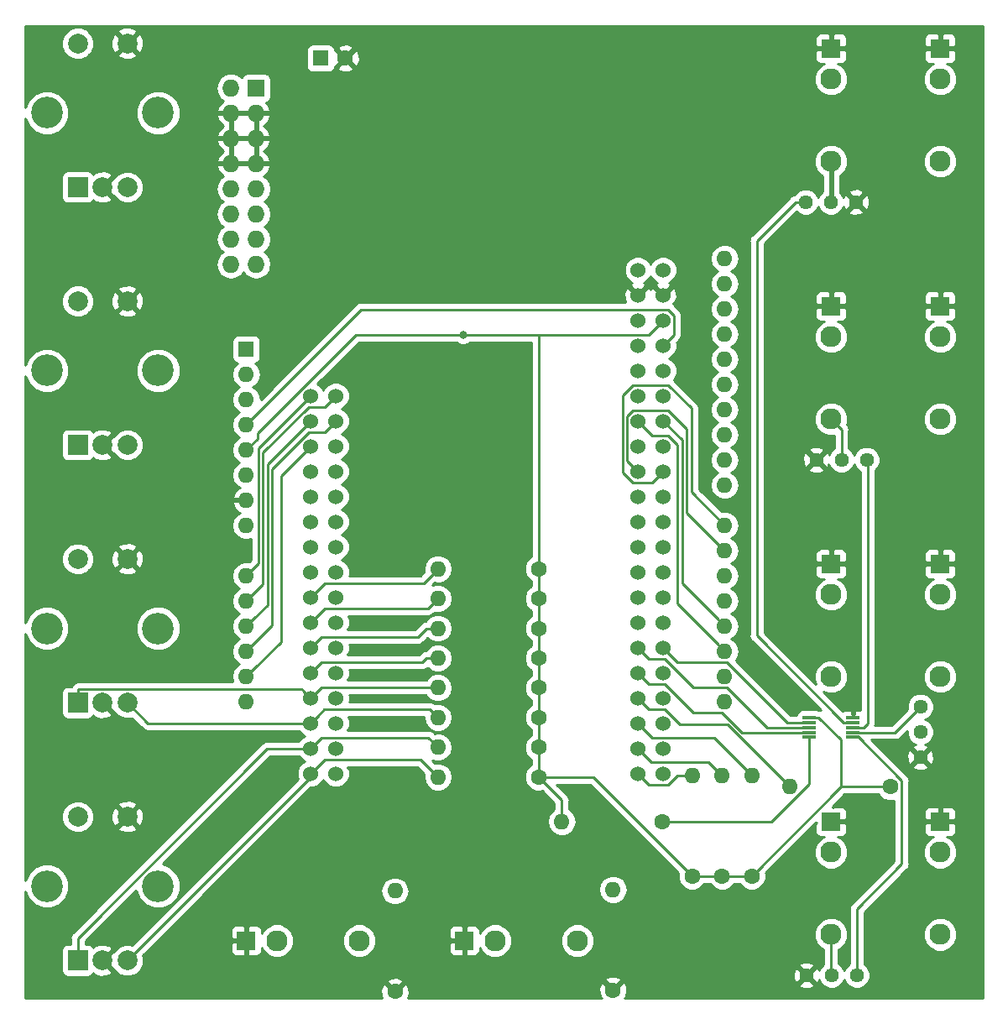
<source format=gbr>
G04 #@! TF.GenerationSoftware,KiCad,Pcbnew,5.0.1*
G04 #@! TF.CreationDate,2019-05-06T23:41:24+02:00*
G04 #@! TF.ProjectId,plastik,706C617374696B2E6B696361645F7063,rev?*
G04 #@! TF.SameCoordinates,Original*
G04 #@! TF.FileFunction,Copper,L1,Top,Signal*
G04 #@! TF.FilePolarity,Positive*
%FSLAX46Y46*%
G04 Gerber Fmt 4.6, Leading zero omitted, Abs format (unit mm)*
G04 Created by KiCad (PCBNEW 5.0.1) date Mo 06 Mai 2019 23:41:24 CEST*
%MOMM*%
%LPD*%
G01*
G04 APERTURE LIST*
G04 #@! TA.AperFunction,ComponentPad*
%ADD10R,1.600000X1.600000*%
G04 #@! TD*
G04 #@! TA.AperFunction,ComponentPad*
%ADD11C,1.600000*%
G04 #@! TD*
G04 #@! TA.AperFunction,ComponentPad*
%ADD12O,1.600000X1.600000*%
G04 #@! TD*
G04 #@! TA.AperFunction,ComponentPad*
%ADD13C,1.440000*%
G04 #@! TD*
G04 #@! TA.AperFunction,ComponentPad*
%ADD14C,2.130000*%
G04 #@! TD*
G04 #@! TA.AperFunction,ComponentPad*
%ADD15R,1.830000X1.930000*%
G04 #@! TD*
G04 #@! TA.AperFunction,SMDPad,CuDef*
%ADD16R,1.400000X0.300000*%
G04 #@! TD*
G04 #@! TA.AperFunction,ComponentPad*
%ADD17R,1.727200X1.727200*%
G04 #@! TD*
G04 #@! TA.AperFunction,ComponentPad*
%ADD18O,1.727200X1.727200*%
G04 #@! TD*
G04 #@! TA.AperFunction,ComponentPad*
%ADD19R,1.930000X1.830000*%
G04 #@! TD*
G04 #@! TA.AperFunction,ComponentPad*
%ADD20R,2.000000X2.000000*%
G04 #@! TD*
G04 #@! TA.AperFunction,ComponentPad*
%ADD21C,2.000000*%
G04 #@! TD*
G04 #@! TA.AperFunction,ComponentPad*
%ADD22C,3.200000*%
G04 #@! TD*
G04 #@! TA.AperFunction,ComponentPad*
%ADD23C,1.524000*%
G04 #@! TD*
G04 #@! TA.AperFunction,ViaPad*
%ADD24C,0.800000*%
G04 #@! TD*
G04 #@! TA.AperFunction,Conductor*
%ADD25C,0.500000*%
G04 #@! TD*
G04 #@! TA.AperFunction,Conductor*
%ADD26C,0.250000*%
G04 #@! TD*
G04 #@! TA.AperFunction,Conductor*
%ADD27C,0.254000*%
G04 #@! TD*
G04 APERTURE END LIST*
D10*
G04 #@! TO.P,C1,1*
G04 #@! TO.N,+5V*
X119000000Y-41000000D03*
D11*
G04 #@! TO.P,C1,2*
G04 #@! TO.N,GND*
X121500000Y-41000000D03*
G04 #@! TD*
G04 #@! TO.P,R1,1*
G04 #@! TO.N,Net-(R1-Pad1)*
X153500000Y-118000000D03*
D12*
G04 #@! TO.P,R1,2*
G04 #@! TO.N,+5V*
X143340000Y-118000000D03*
G04 #@! TD*
D13*
G04 #@! TO.P,RV4,3*
G04 #@! TO.N,Net-(RV4-Pad3)*
X173080000Y-133500000D03*
G04 #@! TO.P,RV4,2*
G04 #@! TO.N,Net-(J4-PadT)*
X170540000Y-133500000D03*
G04 #@! TO.P,RV4,1*
G04 #@! TO.N,GND*
X168000000Y-133500000D03*
G04 #@! TD*
G04 #@! TO.P,RV3,1*
G04 #@! TO.N,GND*
X169000000Y-81500000D03*
G04 #@! TO.P,RV3,2*
G04 #@! TO.N,Net-(J2-PadT)*
X171540000Y-81500000D03*
G04 #@! TO.P,RV3,3*
G04 #@! TO.N,Net-(RV3-Pad3)*
X174080000Y-81500000D03*
G04 #@! TD*
G04 #@! TO.P,RV2,3*
G04 #@! TO.N,Net-(RV2-Pad3)*
X167920000Y-55500000D03*
G04 #@! TO.P,RV2,2*
G04 #@! TO.N,Net-(J1-PadT)*
X170460000Y-55500000D03*
G04 #@! TO.P,RV2,1*
G04 #@! TO.N,GND*
X173000000Y-55500000D03*
G04 #@! TD*
G04 #@! TO.P,RV1,1*
G04 #@! TO.N,GND*
X179500000Y-111500000D03*
G04 #@! TO.P,RV1,2*
G04 #@! TO.N,Net-(J3-PadT)*
X179500000Y-108960000D03*
G04 #@! TO.P,RV1,3*
G04 #@! TO.N,Net-(RV1-Pad3)*
X179500000Y-106420000D03*
G04 #@! TD*
D12*
G04 #@! TO.P,R8,2*
G04 #@! TO.N,Net-(R8-Pad2)*
X130840000Y-95500000D03*
D11*
G04 #@! TO.P,R8,1*
G04 #@! TO.N,+5V*
X141000000Y-95500000D03*
G04 #@! TD*
G04 #@! TO.P,R15,1*
G04 #@! TO.N,+5V*
X176500000Y-114500000D03*
D12*
G04 #@! TO.P,R15,2*
G04 #@! TO.N,Net-(R15-Pad2)*
X166340000Y-114500000D03*
G04 #@! TD*
G04 #@! TO.P,R14,2*
G04 #@! TO.N,Net-(R14-Pad2)*
X162500000Y-113340000D03*
D11*
G04 #@! TO.P,R14,1*
G04 #@! TO.N,+5V*
X162500000Y-123500000D03*
G04 #@! TD*
G04 #@! TO.P,R13,1*
G04 #@! TO.N,+5V*
X156500000Y-123500000D03*
D12*
G04 #@! TO.P,R13,2*
G04 #@! TO.N,Net-(R13-Pad2)*
X156500000Y-113340000D03*
G04 #@! TD*
G04 #@! TO.P,R12,2*
G04 #@! TO.N,Net-(R12-Pad2)*
X159500000Y-113340000D03*
D11*
G04 #@! TO.P,R12,1*
G04 #@! TO.N,+5V*
X159500000Y-123500000D03*
G04 #@! TD*
G04 #@! TO.P,R11,1*
G04 #@! TO.N,GND*
X126500000Y-135160000D03*
D12*
G04 #@! TO.P,R11,2*
G04 #@! TO.N,Net-(J11-PadT)*
X126500000Y-125000000D03*
G04 #@! TD*
G04 #@! TO.P,R10,2*
G04 #@! TO.N,Net-(J10-PadT)*
X148500000Y-124840000D03*
D11*
G04 #@! TO.P,R10,1*
G04 #@! TO.N,GND*
X148500000Y-135000000D03*
G04 #@! TD*
G04 #@! TO.P,R9,1*
G04 #@! TO.N,+5V*
X141000000Y-92500000D03*
D12*
G04 #@! TO.P,R9,2*
G04 #@! TO.N,Net-(R9-Pad2)*
X130840000Y-92500000D03*
G04 #@! TD*
G04 #@! TO.P,R7,2*
G04 #@! TO.N,Net-(R7-Pad2)*
X130840000Y-98500000D03*
D11*
G04 #@! TO.P,R7,1*
G04 #@! TO.N,+5V*
X141000000Y-98500000D03*
G04 #@! TD*
G04 #@! TO.P,R6,1*
G04 #@! TO.N,+5V*
X141000000Y-101500000D03*
D12*
G04 #@! TO.P,R6,2*
G04 #@! TO.N,Net-(R6-Pad2)*
X130840000Y-101500000D03*
G04 #@! TD*
G04 #@! TO.P,R5,2*
G04 #@! TO.N,Net-(R5-Pad2)*
X130840000Y-104500000D03*
D11*
G04 #@! TO.P,R5,1*
G04 #@! TO.N,+5V*
X141000000Y-104500000D03*
G04 #@! TD*
G04 #@! TO.P,R2,1*
G04 #@! TO.N,+5V*
X141000000Y-113500000D03*
D12*
G04 #@! TO.P,R2,2*
G04 #@! TO.N,Net-(R2-Pad2)*
X130840000Y-113500000D03*
G04 #@! TD*
G04 #@! TO.P,R4,2*
G04 #@! TO.N,Net-(R4-Pad2)*
X130840000Y-107500000D03*
D11*
G04 #@! TO.P,R4,1*
G04 #@! TO.N,+5V*
X141000000Y-107500000D03*
G04 #@! TD*
G04 #@! TO.P,R3,1*
G04 #@! TO.N,+5V*
X141000000Y-110500000D03*
D12*
G04 #@! TO.P,R3,2*
G04 #@! TO.N,Net-(R3-Pad2)*
X130840000Y-110500000D03*
G04 #@! TD*
D14*
G04 #@! TO.P,J10,T*
G04 #@! TO.N,Net-(J10-PadT)*
X144900000Y-130000000D03*
D15*
G04 #@! TO.P,J10,S*
G04 #@! TO.N,GND*
X133500000Y-130000000D03*
D14*
G04 #@! TO.P,J10,TN*
G04 #@! TO.N,Net-(J10-PadTN)*
X136600000Y-130000000D03*
G04 #@! TD*
G04 #@! TO.P,J11,TN*
G04 #@! TO.N,Net-(J11-PadTN)*
X114600000Y-130000000D03*
D15*
G04 #@! TO.P,J11,S*
G04 #@! TO.N,GND*
X111500000Y-130000000D03*
D14*
G04 #@! TO.P,J11,T*
G04 #@! TO.N,Net-(J11-PadT)*
X122900000Y-130000000D03*
G04 #@! TD*
D16*
G04 #@! TO.P,U1,1*
G04 #@! TO.N,+5V*
X168300000Y-107500000D03*
G04 #@! TO.P,U1,2*
G04 #@! TO.N,Net-(U1-Pad2)*
X168300000Y-108000000D03*
G04 #@! TO.P,U1,3*
G04 #@! TO.N,Net-(U1-Pad3)*
X168300000Y-108500000D03*
G04 #@! TO.P,U1,4*
G04 #@! TO.N,Net-(U1-Pad4)*
X168300000Y-109000000D03*
G04 #@! TO.P,U1,5*
G04 #@! TO.N,Net-(R1-Pad1)*
X168300000Y-109500000D03*
G04 #@! TO.P,U1,6*
G04 #@! TO.N,Net-(RV4-Pad3)*
X172700000Y-109500000D03*
G04 #@! TO.P,U1,7*
G04 #@! TO.N,Net-(RV1-Pad3)*
X172700000Y-109000000D03*
G04 #@! TO.P,U1,8*
G04 #@! TO.N,Net-(RV3-Pad3)*
X172700000Y-108500000D03*
G04 #@! TO.P,U1,9*
G04 #@! TO.N,Net-(RV2-Pad3)*
X172700000Y-108000000D03*
G04 #@! TO.P,U1,10*
G04 #@! TO.N,GND*
X172700000Y-107500000D03*
G04 #@! TD*
D12*
G04 #@! TO.P,A1,32*
G04 #@! TO.N,Net-(A1-Pad32)*
X159760000Y-61200000D03*
G04 #@! TO.P,A1,31*
G04 #@! TO.N,Net-(A1-Pad31)*
X159760000Y-63740000D03*
D10*
G04 #@! TO.P,A1,1*
G04 #@! TO.N,Net-(A1-Pad1)*
X111500000Y-70340000D03*
D12*
G04 #@! TO.P,A1,17*
G04 #@! TO.N,Net-(A1-Pad17)*
X159760000Y-100820000D03*
G04 #@! TO.P,A1,2*
G04 #@! TO.N,Net-(A1-Pad2)*
X111500000Y-72880000D03*
G04 #@! TO.P,A1,18*
G04 #@! TO.N,Net-(A1-Pad18)*
X159760000Y-98280000D03*
G04 #@! TO.P,A1,3*
G04 #@! TO.N,Net-(A1-Pad3)*
X111500000Y-75420000D03*
G04 #@! TO.P,A1,19*
G04 #@! TO.N,Net-(A1-Pad19)*
X159760000Y-95740000D03*
G04 #@! TO.P,A1,4*
G04 #@! TO.N,+3V3*
X111500000Y-77960000D03*
G04 #@! TO.P,A1,20*
G04 #@! TO.N,Net-(A1-Pad20)*
X159760000Y-93200000D03*
G04 #@! TO.P,A1,5*
G04 #@! TO.N,+5V*
X111500000Y-80500000D03*
G04 #@! TO.P,A1,21*
G04 #@! TO.N,Net-(A1-Pad21)*
X159760000Y-90660000D03*
G04 #@! TO.P,A1,6*
G04 #@! TO.N,Net-(A1-Pad6)*
X111500000Y-83040000D03*
G04 #@! TO.P,A1,22*
G04 #@! TO.N,Net-(A1-Pad22)*
X159760000Y-88120000D03*
G04 #@! TO.P,A1,7*
G04 #@! TO.N,GND*
X111500000Y-85580000D03*
G04 #@! TO.P,A1,23*
G04 #@! TO.N,Net-(A1-Pad23)*
X159760000Y-84060000D03*
G04 #@! TO.P,A1,8*
G04 #@! TO.N,Net-(A1-Pad8)*
X111500000Y-88120000D03*
G04 #@! TO.P,A1,24*
G04 #@! TO.N,Net-(A1-Pad24)*
X159760000Y-81520000D03*
G04 #@! TO.P,A1,9*
G04 #@! TO.N,Net-(A1-Pad9)*
X111500000Y-93200000D03*
G04 #@! TO.P,A1,25*
G04 #@! TO.N,Net-(A1-Pad25)*
X159760000Y-78980000D03*
G04 #@! TO.P,A1,10*
G04 #@! TO.N,Net-(A1-Pad10)*
X111500000Y-95740000D03*
G04 #@! TO.P,A1,26*
G04 #@! TO.N,Net-(A1-Pad26)*
X159760000Y-76440000D03*
G04 #@! TO.P,A1,11*
G04 #@! TO.N,Net-(A1-Pad11)*
X111500000Y-98280000D03*
G04 #@! TO.P,A1,27*
G04 #@! TO.N,Net-(A1-Pad27)*
X159760000Y-73900000D03*
G04 #@! TO.P,A1,12*
G04 #@! TO.N,Net-(A1-Pad12)*
X111500000Y-100820000D03*
G04 #@! TO.P,A1,28*
G04 #@! TO.N,Net-(A1-Pad28)*
X159760000Y-71360000D03*
G04 #@! TO.P,A1,13*
G04 #@! TO.N,Net-(A1-Pad13)*
X111500000Y-103360000D03*
G04 #@! TO.P,A1,29*
G04 #@! TO.N,Net-(A1-Pad29)*
X159760000Y-68820000D03*
G04 #@! TO.P,A1,14*
G04 #@! TO.N,Net-(A1-Pad14)*
X111500000Y-105900000D03*
G04 #@! TO.P,A1,30*
G04 #@! TO.N,Net-(A1-Pad30)*
X159760000Y-66280000D03*
G04 #@! TO.P,A1,15*
G04 #@! TO.N,Net-(A1-Pad15)*
X159760000Y-105900000D03*
G04 #@! TO.P,A1,16*
G04 #@! TO.N,Net-(A1-Pad16)*
X159760000Y-103360000D03*
G04 #@! TD*
D17*
G04 #@! TO.P,J9,1*
G04 #@! TO.N,Net-(J9-Pad1)*
X112500000Y-44000000D03*
D18*
G04 #@! TO.P,J9,2*
G04 #@! TO.N,Net-(J9-Pad2)*
X109960000Y-44000000D03*
G04 #@! TO.P,J9,3*
G04 #@! TO.N,GND*
X112500000Y-46540000D03*
G04 #@! TO.P,J9,4*
X109960000Y-46540000D03*
G04 #@! TO.P,J9,5*
X112500000Y-49080000D03*
G04 #@! TO.P,J9,6*
X109960000Y-49080000D03*
G04 #@! TO.P,J9,7*
X112500000Y-51620000D03*
G04 #@! TO.P,J9,8*
X109960000Y-51620000D03*
G04 #@! TO.P,J9,9*
G04 #@! TO.N,Net-(J9-Pad9)*
X112500000Y-54160000D03*
G04 #@! TO.P,J9,10*
G04 #@! TO.N,Net-(J9-Pad10)*
X109960000Y-54160000D03*
G04 #@! TO.P,J9,11*
G04 #@! TO.N,+5V*
X112500000Y-56700000D03*
G04 #@! TO.P,J9,12*
X109960000Y-56700000D03*
G04 #@! TO.P,J9,13*
G04 #@! TO.N,Net-(J9-Pad13)*
X112500000Y-59240000D03*
G04 #@! TO.P,J9,14*
G04 #@! TO.N,Net-(J9-Pad14)*
X109960000Y-59240000D03*
G04 #@! TO.P,J9,15*
G04 #@! TO.N,Net-(J9-Pad15)*
X112500000Y-61780000D03*
G04 #@! TO.P,J9,16*
G04 #@! TO.N,Net-(J9-Pad16)*
X109960000Y-61780000D03*
G04 #@! TD*
D14*
G04 #@! TO.P,J8,T*
G04 #@! TO.N,Net-(J8-PadT)*
X181500000Y-129400000D03*
D19*
G04 #@! TO.P,J8,S*
G04 #@! TO.N,GND*
X181500000Y-118000000D03*
D14*
G04 #@! TO.P,J8,TN*
G04 #@! TO.N,Net-(J8-PadTN)*
X181500000Y-121100000D03*
G04 #@! TD*
G04 #@! TO.P,J7,TN*
G04 #@! TO.N,Net-(J7-PadTN)*
X181500000Y-95100000D03*
D19*
G04 #@! TO.P,J7,S*
G04 #@! TO.N,GND*
X181500000Y-92000000D03*
D14*
G04 #@! TO.P,J7,T*
G04 #@! TO.N,Net-(J7-PadT)*
X181500000Y-103400000D03*
G04 #@! TD*
D20*
G04 #@! TO.P,SW4,A*
G04 #@! TO.N,Net-(R3-Pad2)*
X94500000Y-132000000D03*
D21*
G04 #@! TO.P,SW4,C*
G04 #@! TO.N,GND*
X97000000Y-132000000D03*
G04 #@! TO.P,SW4,B*
G04 #@! TO.N,Net-(R2-Pad2)*
X99500000Y-132000000D03*
D22*
G04 #@! TO.P,SW4,MP*
G04 #@! TO.N,N/C*
X91400000Y-124500000D03*
X102600000Y-124500000D03*
D21*
G04 #@! TO.P,SW4,S2*
G04 #@! TO.N,Net-(R13-Pad2)*
X94500000Y-117500000D03*
G04 #@! TO.P,SW4,S1*
G04 #@! TO.N,GND*
X99500000Y-117500000D03*
G04 #@! TD*
G04 #@! TO.P,SW3,S1*
G04 #@! TO.N,GND*
X99500000Y-91500000D03*
G04 #@! TO.P,SW3,S2*
G04 #@! TO.N,Net-(R12-Pad2)*
X94500000Y-91500000D03*
D22*
G04 #@! TO.P,SW3,MP*
G04 #@! TO.N,N/C*
X102600000Y-98500000D03*
X91400000Y-98500000D03*
D21*
G04 #@! TO.P,SW3,B*
G04 #@! TO.N,Net-(R4-Pad2)*
X99500000Y-106000000D03*
G04 #@! TO.P,SW3,C*
G04 #@! TO.N,GND*
X97000000Y-106000000D03*
D20*
G04 #@! TO.P,SW3,A*
G04 #@! TO.N,Net-(R5-Pad2)*
X94500000Y-106000000D03*
G04 #@! TD*
G04 #@! TO.P,SW2,A*
G04 #@! TO.N,Net-(R7-Pad2)*
X94500000Y-80000000D03*
D21*
G04 #@! TO.P,SW2,C*
G04 #@! TO.N,GND*
X97000000Y-80000000D03*
G04 #@! TO.P,SW2,B*
G04 #@! TO.N,Net-(R6-Pad2)*
X99500000Y-80000000D03*
D22*
G04 #@! TO.P,SW2,MP*
G04 #@! TO.N,N/C*
X91400000Y-72500000D03*
X102600000Y-72500000D03*
D21*
G04 #@! TO.P,SW2,S2*
G04 #@! TO.N,Net-(R14-Pad2)*
X94500000Y-65500000D03*
G04 #@! TO.P,SW2,S1*
G04 #@! TO.N,GND*
X99500000Y-65500000D03*
G04 #@! TD*
G04 #@! TO.P,SW1,S1*
G04 #@! TO.N,GND*
X99500000Y-39500000D03*
G04 #@! TO.P,SW1,S2*
G04 #@! TO.N,Net-(R15-Pad2)*
X94500000Y-39500000D03*
D22*
G04 #@! TO.P,SW1,MP*
G04 #@! TO.N,N/C*
X102600000Y-46500000D03*
X91400000Y-46500000D03*
D21*
G04 #@! TO.P,SW1,B*
G04 #@! TO.N,Net-(R8-Pad2)*
X99500000Y-54000000D03*
G04 #@! TO.P,SW1,C*
G04 #@! TO.N,GND*
X97000000Y-54000000D03*
D20*
G04 #@! TO.P,SW1,A*
G04 #@! TO.N,Net-(R9-Pad2)*
X94500000Y-54000000D03*
G04 #@! TD*
D14*
G04 #@! TO.P,J6,T*
G04 #@! TO.N,Net-(J6-PadT)*
X181500000Y-77400000D03*
D19*
G04 #@! TO.P,J6,S*
G04 #@! TO.N,GND*
X181500000Y-66000000D03*
D14*
G04 #@! TO.P,J6,TN*
G04 #@! TO.N,Net-(J6-PadTN)*
X181500000Y-69100000D03*
G04 #@! TD*
G04 #@! TO.P,J5,TN*
G04 #@! TO.N,Net-(J5-PadTN)*
X181500000Y-43100000D03*
D19*
G04 #@! TO.P,J5,S*
G04 #@! TO.N,GND*
X181500000Y-40000000D03*
D14*
G04 #@! TO.P,J5,T*
G04 #@! TO.N,Net-(J5-PadT)*
X181500000Y-51400000D03*
G04 #@! TD*
G04 #@! TO.P,J4,T*
G04 #@! TO.N,Net-(J4-PadT)*
X170500000Y-129400000D03*
D19*
G04 #@! TO.P,J4,S*
G04 #@! TO.N,GND*
X170500000Y-118000000D03*
D14*
G04 #@! TO.P,J4,TN*
G04 #@! TO.N,Net-(J4-PadTN)*
X170500000Y-121100000D03*
G04 #@! TD*
G04 #@! TO.P,J3,TN*
G04 #@! TO.N,Net-(J3-PadTN)*
X170500000Y-95100000D03*
D19*
G04 #@! TO.P,J3,S*
G04 #@! TO.N,GND*
X170500000Y-92000000D03*
D14*
G04 #@! TO.P,J3,T*
G04 #@! TO.N,Net-(J3-PadT)*
X170500000Y-103400000D03*
G04 #@! TD*
G04 #@! TO.P,J2,T*
G04 #@! TO.N,Net-(J2-PadT)*
X170500000Y-77400000D03*
D19*
G04 #@! TO.P,J2,S*
G04 #@! TO.N,GND*
X170500000Y-66000000D03*
D14*
G04 #@! TO.P,J2,TN*
G04 #@! TO.N,Net-(J2-PadTN)*
X170500000Y-69100000D03*
G04 #@! TD*
G04 #@! TO.P,J1,TN*
G04 #@! TO.N,Net-(J1-PadTN)*
X170500000Y-43100000D03*
D19*
G04 #@! TO.P,J1,S*
G04 #@! TO.N,GND*
X170500000Y-40000000D03*
D14*
G04 #@! TO.P,J1,T*
G04 #@! TO.N,Net-(J1-PadT)*
X170500000Y-51400000D03*
G04 #@! TD*
D23*
G04 #@! TO.P,U2,1*
G04 #@! TO.N,Net-(U2-Pad1)*
X153550000Y-62370000D03*
G04 #@! TO.P,U2,2*
G04 #@! TO.N,GND*
X153550000Y-64910000D03*
G04 #@! TO.P,U2,3*
G04 #@! TO.N,+5V*
X153550000Y-67450000D03*
G04 #@! TO.P,U2,4*
G04 #@! TO.N,+3V3*
X153550000Y-69990000D03*
G04 #@! TO.P,U2,5*
G04 #@! TO.N,Net-(U2-Pad5)*
X153550000Y-72530000D03*
G04 #@! TO.P,U2,6*
G04 #@! TO.N,Net-(U2-Pad6)*
X153550000Y-75070000D03*
G04 #@! TO.P,U2,7*
G04 #@! TO.N,Net-(A1-Pad18)*
X153550000Y-77610000D03*
G04 #@! TO.P,U2,8*
G04 #@! TO.N,Net-(A1-Pad20)*
X153550000Y-80150000D03*
G04 #@! TO.P,U2,9*
G04 #@! TO.N,Net-(A1-Pad22)*
X153550000Y-82690000D03*
G04 #@! TO.P,U2,10*
G04 #@! TO.N,Net-(A1-Pad24)*
X153550000Y-85230000D03*
G04 #@! TO.P,U2,11*
G04 #@! TO.N,Net-(U2-Pad11)*
X153550000Y-87770000D03*
G04 #@! TO.P,U2,12*
G04 #@! TO.N,Net-(U2-Pad12)*
X153550000Y-90310000D03*
G04 #@! TO.P,U2,13*
G04 #@! TO.N,Net-(U2-Pad13)*
X153550000Y-92850000D03*
G04 #@! TO.P,U2,14*
G04 #@! TO.N,Net-(U2-Pad14)*
X153550000Y-95390000D03*
G04 #@! TO.P,U2,15*
G04 #@! TO.N,Net-(J11-PadT)*
X153550000Y-97930000D03*
G04 #@! TO.P,U2,16*
G04 #@! TO.N,Net-(U1-Pad2)*
X153550000Y-100470000D03*
G04 #@! TO.P,U2,17*
G04 #@! TO.N,Net-(U2-Pad17)*
X153550000Y-103010000D03*
G04 #@! TO.P,U2,18*
G04 #@! TO.N,Net-(U2-Pad18)*
X153550000Y-105550000D03*
G04 #@! TO.P,U2,19*
G04 #@! TO.N,Net-(U2-Pad19)*
X153550000Y-108090000D03*
G04 #@! TO.P,U2,20*
G04 #@! TO.N,Net-(U2-Pad20)*
X153550000Y-110630000D03*
G04 #@! TO.P,U2,21*
G04 #@! TO.N,Net-(U2-Pad21)*
X153550000Y-113170000D03*
G04 #@! TO.P,U2,22*
G04 #@! TO.N,VDD*
X151010000Y-62370000D03*
G04 #@! TO.P,U2,23*
G04 #@! TO.N,GND*
X151010000Y-64910000D03*
G04 #@! TO.P,U2,24*
G04 #@! TO.N,Net-(U2-Pad24)*
X151010000Y-67450000D03*
G04 #@! TO.P,U2,25*
G04 #@! TO.N,Net-(U2-Pad25)*
X151010000Y-69990000D03*
G04 #@! TO.P,U2,26*
G04 #@! TO.N,Net-(U2-Pad26)*
X151010000Y-72530000D03*
G04 #@! TO.P,U2,27*
G04 #@! TO.N,Net-(U2-Pad27)*
X151010000Y-75070000D03*
G04 #@! TO.P,U2,28*
G04 #@! TO.N,Net-(A1-Pad17)*
X151010000Y-77610000D03*
G04 #@! TO.P,U2,29*
G04 #@! TO.N,Net-(A1-Pad19)*
X151010000Y-80150000D03*
G04 #@! TO.P,U2,30*
G04 #@! TO.N,Net-(A1-Pad21)*
X151010000Y-82690000D03*
G04 #@! TO.P,U2,31*
G04 #@! TO.N,Net-(A1-Pad23)*
X151010000Y-85230000D03*
G04 #@! TO.P,U2,32*
G04 #@! TO.N,Net-(J8-PadT)*
X151010000Y-87770000D03*
G04 #@! TO.P,U2,33*
G04 #@! TO.N,Net-(J7-PadT)*
X151010000Y-90310000D03*
G04 #@! TO.P,U2,34*
G04 #@! TO.N,Net-(J6-PadT)*
X151010000Y-92850000D03*
G04 #@! TO.P,U2,35*
G04 #@! TO.N,Net-(J5-PadT)*
X151010000Y-95390000D03*
G04 #@! TO.P,U2,36*
G04 #@! TO.N,Net-(J10-PadT)*
X151010000Y-97930000D03*
G04 #@! TO.P,U2,37*
G04 #@! TO.N,Net-(U1-Pad3)*
X151010000Y-100470000D03*
G04 #@! TO.P,U2,38*
G04 #@! TO.N,Net-(U1-Pad4)*
X151010000Y-103010000D03*
G04 #@! TO.P,U2,39*
G04 #@! TO.N,Net-(R15-Pad2)*
X151010000Y-105550000D03*
G04 #@! TO.P,U2,40*
G04 #@! TO.N,Net-(R14-Pad2)*
X151010000Y-108090000D03*
G04 #@! TO.P,U2,41*
G04 #@! TO.N,Net-(R12-Pad2)*
X151010000Y-110630000D03*
G04 #@! TO.P,U2,42*
G04 #@! TO.N,Net-(R13-Pad2)*
X151010000Y-113170000D03*
G04 #@! TO.P,U2,43*
G04 #@! TO.N,Net-(A1-Pad10)*
X120530000Y-75070000D03*
G04 #@! TO.P,U2,44*
G04 #@! TO.N,Net-(A1-Pad12)*
X120530000Y-77610000D03*
G04 #@! TO.P,U2,45*
G04 #@! TO.N,Net-(U2-Pad45)*
X120530000Y-80150000D03*
G04 #@! TO.P,U2,46*
G04 #@! TO.N,Net-(U2-Pad46)*
X120530000Y-82690000D03*
G04 #@! TO.P,U2,47*
G04 #@! TO.N,Net-(U2-Pad47)*
X120530000Y-85230000D03*
G04 #@! TO.P,U2,48*
G04 #@! TO.N,Net-(U2-Pad48)*
X120530000Y-87770000D03*
G04 #@! TO.P,U2,49*
G04 #@! TO.N,Net-(U2-Pad49)*
X120530000Y-90310000D03*
G04 #@! TO.P,U2,50*
G04 #@! TO.N,Net-(U2-Pad50)*
X120530000Y-92850000D03*
G04 #@! TO.P,U2,51*
G04 #@! TO.N,Net-(U2-Pad51)*
X120530000Y-95390000D03*
G04 #@! TO.P,U2,52*
G04 #@! TO.N,Net-(U2-Pad52)*
X120530000Y-97930000D03*
G04 #@! TO.P,U2,53*
G04 #@! TO.N,Net-(U2-Pad53)*
X120530000Y-100470000D03*
G04 #@! TO.P,U2,54*
G04 #@! TO.N,Net-(U2-Pad54)*
X120530000Y-103010000D03*
G04 #@! TO.P,U2,55*
G04 #@! TO.N,Net-(U2-Pad55)*
X120530000Y-105550000D03*
G04 #@! TO.P,U2,56*
G04 #@! TO.N,Net-(U2-Pad56)*
X120530000Y-108090000D03*
G04 #@! TO.P,U2,57*
G04 #@! TO.N,Net-(U2-Pad57)*
X120530000Y-110630000D03*
G04 #@! TO.P,U2,58*
G04 #@! TO.N,Net-(U2-Pad58)*
X120530000Y-113170000D03*
G04 #@! TO.P,U2,59*
G04 #@! TO.N,Net-(A1-Pad9)*
X117990000Y-75070000D03*
G04 #@! TO.P,U2,60*
G04 #@! TO.N,Net-(A1-Pad11)*
X117990000Y-77610000D03*
G04 #@! TO.P,U2,61*
G04 #@! TO.N,Net-(A1-Pad13)*
X117990000Y-80150000D03*
G04 #@! TO.P,U2,62*
G04 #@! TO.N,Net-(U2-Pad62)*
X117990000Y-82690000D03*
G04 #@! TO.P,U2,63*
G04 #@! TO.N,Net-(U2-Pad63)*
X117990000Y-85230000D03*
G04 #@! TO.P,U2,64*
G04 #@! TO.N,Net-(U2-Pad64)*
X117990000Y-87770000D03*
G04 #@! TO.P,U2,65*
G04 #@! TO.N,Net-(U2-Pad65)*
X117990000Y-90310000D03*
G04 #@! TO.P,U2,66*
G04 #@! TO.N,Net-(U2-Pad66)*
X117990000Y-92850000D03*
G04 #@! TO.P,U2,67*
G04 #@! TO.N,Net-(R9-Pad2)*
X117990000Y-95390000D03*
G04 #@! TO.P,U2,68*
G04 #@! TO.N,Net-(R8-Pad2)*
X117990000Y-97930000D03*
G04 #@! TO.P,U2,69*
G04 #@! TO.N,Net-(R7-Pad2)*
X117990000Y-100470000D03*
G04 #@! TO.P,U2,70*
G04 #@! TO.N,Net-(R6-Pad2)*
X117990000Y-103010000D03*
G04 #@! TO.P,U2,71*
G04 #@! TO.N,Net-(R5-Pad2)*
X117990000Y-105550000D03*
G04 #@! TO.P,U2,72*
G04 #@! TO.N,Net-(R4-Pad2)*
X117990000Y-108090000D03*
G04 #@! TO.P,U2,73*
G04 #@! TO.N,Net-(R3-Pad2)*
X117990000Y-110630000D03*
G04 #@! TO.P,U2,74*
G04 #@! TO.N,Net-(R2-Pad2)*
X117990000Y-113170000D03*
G04 #@! TD*
D24*
G04 #@! TO.N,+5V*
X133385763Y-68902999D03*
G04 #@! TD*
D25*
G04 #@! TO.N,Net-(J1-PadT)*
X170540000Y-51440000D02*
X170500000Y-51400000D01*
X170540000Y-55500000D02*
X170540000Y-51440000D01*
D26*
G04 #@! TO.N,Net-(J2-PadT)*
X171564999Y-78464999D02*
X170500000Y-77400000D01*
X171540000Y-78440000D02*
X170500000Y-77400000D01*
X171540000Y-81500000D02*
X171540000Y-78440000D01*
G04 #@! TO.N,Net-(J4-PadT)*
X170500000Y-133460000D02*
X170540000Y-133500000D01*
X170500000Y-129400000D02*
X170500000Y-133460000D01*
G04 #@! TO.N,GND*
X172700000Y-107500000D02*
X172700000Y-107100000D01*
G04 #@! TO.N,+5V*
X156500000Y-123500000D02*
X162500000Y-123500000D01*
X146500000Y-113500000D02*
X141000000Y-113500000D01*
X156500000Y-123500000D02*
X146500000Y-113500000D01*
X141000000Y-113500000D02*
X141000000Y-92500000D01*
X153550000Y-67450000D02*
X152097001Y-68902999D01*
X141000000Y-92500000D02*
X141000000Y-68902999D01*
X152097001Y-68902999D02*
X141000000Y-68902999D01*
X141000000Y-68902999D02*
X133385763Y-68902999D01*
X112625001Y-78826237D02*
X122548239Y-68902999D01*
X122548239Y-68902999D02*
X133385763Y-68902999D01*
X111500000Y-80500000D02*
X112625001Y-79374999D01*
X143340000Y-115840000D02*
X141000000Y-113500000D01*
X143340000Y-118000000D02*
X143340000Y-115840000D01*
X168300000Y-107500000D02*
X169250000Y-107500000D01*
X171500000Y-114500000D02*
X176500000Y-114500000D01*
X162500000Y-123500000D02*
X171500000Y-114500000D01*
X169250000Y-107500000D02*
X171500000Y-109750000D01*
X171500000Y-109750000D02*
X171500000Y-114500000D01*
X112625001Y-79374999D02*
X112625001Y-78826237D01*
X133385763Y-68902999D02*
X133385763Y-68902999D01*
G04 #@! TO.N,Net-(A1-Pad17)*
X155000000Y-79991238D02*
X155000000Y-96000000D01*
X154071761Y-79062999D02*
X155000000Y-79991238D01*
X151010000Y-77610000D02*
X152462999Y-79062999D01*
X158960001Y-100020001D02*
X159760000Y-100820000D01*
X155000000Y-96000000D02*
X158960001Y-100020001D01*
X152462999Y-79062999D02*
X154071761Y-79062999D01*
G04 #@! TO.N,Net-(A1-Pad18)*
X158960001Y-97480001D02*
X159760000Y-98280000D01*
X153550000Y-77610000D02*
X155500000Y-79500000D01*
X155500000Y-94000000D02*
X158960001Y-97480001D01*
X155500000Y-79500000D02*
X155500000Y-94000000D01*
G04 #@! TO.N,Net-(A1-Pad21)*
X150248001Y-81928001D02*
X151010000Y-82690000D01*
X149922999Y-81602999D02*
X150248001Y-81928001D01*
X149922999Y-77088239D02*
X149922999Y-81602999D01*
X150488239Y-76522999D02*
X149922999Y-77088239D01*
X154071761Y-76522999D02*
X150488239Y-76522999D01*
X155950010Y-78401248D02*
X154071761Y-76522999D01*
X155950010Y-86850010D02*
X155950010Y-78401248D01*
X159760000Y-90660000D02*
X155950010Y-86850010D01*
G04 #@! TO.N,Net-(A1-Pad22)*
X152788001Y-83451999D02*
X153550000Y-82690000D01*
X152462999Y-83777001D02*
X152788001Y-83451999D01*
X149472989Y-82761751D02*
X150488239Y-83777001D01*
X149472989Y-74998249D02*
X149472989Y-82761751D01*
X150488239Y-73982999D02*
X149472989Y-74998249D01*
X154071761Y-73982999D02*
X150488239Y-73982999D01*
X156400022Y-84760022D02*
X156400022Y-76311260D01*
X150488239Y-83777001D02*
X152462999Y-83777001D01*
X156400022Y-76311260D02*
X154071761Y-73982999D01*
X159760000Y-88120000D02*
X156400022Y-84760022D01*
G04 #@! TO.N,Net-(A1-Pad9)*
X112750008Y-91949992D02*
X112299999Y-92400001D01*
X112299999Y-92400001D02*
X111500000Y-93200000D01*
X112750008Y-80309992D02*
X112750008Y-91949992D01*
X117990000Y-75070000D02*
X112750008Y-80309992D01*
G04 #@! TO.N,Net-(A1-Pad10)*
X117834237Y-76157001D02*
X113200018Y-80791220D01*
X112299999Y-94940001D02*
X111500000Y-95740000D01*
X113200018Y-80791220D02*
X113200018Y-94039982D01*
X119442999Y-76157001D02*
X117834237Y-76157001D01*
X113200018Y-94039982D02*
X112299999Y-94940001D01*
X120530000Y-75070000D02*
X119442999Y-76157001D01*
G04 #@! TO.N,Net-(A1-Pad11)*
X112299999Y-97480001D02*
X111500000Y-98280000D01*
X113650028Y-81949972D02*
X113650028Y-96129972D01*
X113650028Y-96129972D02*
X112299999Y-97480001D01*
X117990000Y-77610000D02*
X113650028Y-81949972D01*
G04 #@! TO.N,Net-(A1-Pad12)*
X114100038Y-98219962D02*
X112299999Y-100020001D01*
X114100038Y-82431200D02*
X114100038Y-98219962D01*
X117834237Y-78697001D02*
X114100038Y-82431200D01*
X119442999Y-78697001D02*
X117834237Y-78697001D01*
X112299999Y-100020001D02*
X111500000Y-100820000D01*
X120530000Y-77610000D02*
X119442999Y-78697001D01*
G04 #@! TO.N,Net-(A1-Pad13)*
X112299999Y-102560001D02*
X111500000Y-103360000D01*
X115000000Y-99860000D02*
X112299999Y-102560001D01*
X115000000Y-83140000D02*
X115000000Y-99860000D01*
X117990000Y-80150000D02*
X115000000Y-83140000D01*
G04 #@! TO.N,+3V3*
X154311999Y-69228001D02*
X153550000Y-69990000D01*
X154637001Y-68902999D02*
X154311999Y-69228001D01*
X154637001Y-66928239D02*
X154637001Y-68902999D01*
X123097001Y-66362999D02*
X154071761Y-66362999D01*
X111500000Y-77960000D02*
X123097001Y-66362999D01*
X154071761Y-66362999D02*
X154637001Y-66928239D01*
G04 #@! TO.N,Net-(U1-Pad2)*
X154311999Y-101231999D02*
X153550000Y-100470000D01*
X155025001Y-101945001D02*
X154311999Y-101231999D01*
X166065002Y-108000000D02*
X160010003Y-101945001D01*
X160010003Y-101945001D02*
X155025001Y-101945001D01*
X168300000Y-108000000D02*
X166065002Y-108000000D01*
G04 #@! TO.N,Net-(U1-Pad3)*
X151771999Y-101231999D02*
X151010000Y-100470000D01*
X152097001Y-101557001D02*
X151771999Y-101231999D01*
X153705763Y-101557001D02*
X152097001Y-101557001D01*
X156633763Y-104485001D02*
X153705763Y-101557001D01*
X160010003Y-104485001D02*
X156633763Y-104485001D01*
X164025002Y-108500000D02*
X160010003Y-104485001D01*
X168300000Y-108500000D02*
X164025002Y-108500000D01*
G04 #@! TO.N,Net-(R1-Pad1)*
X154631370Y-118000000D02*
X153500000Y-118000000D01*
X164505002Y-118000000D02*
X154631370Y-118000000D01*
X168300000Y-114205002D02*
X164505002Y-118000000D01*
X168300000Y-109500000D02*
X168300000Y-114205002D01*
G04 #@! TO.N,Net-(R15-Pad2)*
X160040001Y-108200001D02*
X166340000Y-114500000D01*
X153705763Y-106637001D02*
X155268763Y-108200001D01*
X155268763Y-108200001D02*
X160040001Y-108200001D01*
X151010000Y-105550000D02*
X152097001Y-106637001D01*
X152097001Y-106637001D02*
X153705763Y-106637001D01*
G04 #@! TO.N,Net-(R14-Pad2)*
X151771999Y-108851999D02*
X151010000Y-108090000D01*
X152462999Y-109542999D02*
X151771999Y-108851999D01*
X158702999Y-109542999D02*
X152462999Y-109542999D01*
X162500000Y-113340000D02*
X158702999Y-109542999D01*
G04 #@! TO.N,Net-(R12-Pad2)*
X151771999Y-111391999D02*
X151010000Y-110630000D01*
X152380000Y-112000000D02*
X151771999Y-111391999D01*
X158160000Y-112000000D02*
X152380000Y-112000000D01*
X159500000Y-113340000D02*
X158160000Y-112000000D01*
G04 #@! TO.N,Net-(R13-Pad2)*
X151771999Y-113931999D02*
X151010000Y-113170000D01*
X152097001Y-114257001D02*
X151771999Y-113931999D01*
X154071761Y-114257001D02*
X152097001Y-114257001D01*
X154988762Y-113340000D02*
X154071761Y-114257001D01*
X156500000Y-113340000D02*
X154988762Y-113340000D01*
G04 #@! TO.N,Net-(R9-Pad2)*
X118751999Y-94628001D02*
X117990000Y-95390000D01*
X119442999Y-93937001D02*
X118751999Y-94628001D01*
X129402999Y-93937001D02*
X119442999Y-93937001D01*
X130840000Y-92500000D02*
X129402999Y-93937001D01*
G04 #@! TO.N,Net-(R8-Pad2)*
X118751999Y-97168001D02*
X117990000Y-97930000D01*
X119420000Y-96500000D02*
X118751999Y-97168001D01*
X129840000Y-96500000D02*
X119420000Y-96500000D01*
X130840000Y-95500000D02*
X129840000Y-96500000D01*
G04 #@! TO.N,Net-(R7-Pad2)*
X118751999Y-99708001D02*
X117990000Y-100470000D01*
X119077001Y-99382999D02*
X118751999Y-99708001D01*
X128825631Y-99382999D02*
X119077001Y-99382999D01*
X129708630Y-98500000D02*
X128825631Y-99382999D01*
X130840000Y-98500000D02*
X129708630Y-98500000D01*
G04 #@! TO.N,Net-(R6-Pad2)*
X118751999Y-102248001D02*
X117990000Y-103010000D01*
X119077001Y-101922999D02*
X118751999Y-102248001D01*
X129285631Y-101922999D02*
X119077001Y-101922999D01*
X129708630Y-101500000D02*
X129285631Y-101922999D01*
X130840000Y-101500000D02*
X129708630Y-101500000D01*
G04 #@! TO.N,Net-(R5-Pad2)*
X118751999Y-104788001D02*
X117990000Y-105550000D01*
X119077001Y-104462999D02*
X118751999Y-104788001D01*
X129671629Y-104462999D02*
X119077001Y-104462999D01*
X129708630Y-104500000D02*
X129671629Y-104462999D01*
X130840000Y-104500000D02*
X129708630Y-104500000D01*
X117114999Y-104674999D02*
X117228001Y-104788001D01*
X94575001Y-104674999D02*
X117114999Y-104674999D01*
X94500000Y-104750000D02*
X94575001Y-104674999D01*
X117228001Y-104788001D02*
X117990000Y-105550000D01*
X94500000Y-106000000D02*
X94500000Y-104750000D01*
G04 #@! TO.N,Net-(R4-Pad2)*
X119379999Y-106700001D02*
X118751999Y-107328001D01*
X130040001Y-106700001D02*
X119379999Y-106700001D01*
X118751999Y-107328001D02*
X117990000Y-108090000D01*
X130840000Y-107500000D02*
X130040001Y-106700001D01*
X101590000Y-108090000D02*
X117990000Y-108090000D01*
X99500000Y-106000000D02*
X101590000Y-108090000D01*
G04 #@! TO.N,Net-(R3-Pad2)*
X119077001Y-109542999D02*
X118751999Y-109868001D01*
X129882999Y-109542999D02*
X119077001Y-109542999D01*
X118751999Y-109868001D02*
X117990000Y-110630000D01*
X130840000Y-110500000D02*
X129882999Y-109542999D01*
X116912370Y-110630000D02*
X117990000Y-110630000D01*
X113620998Y-110630000D02*
X116912370Y-110630000D01*
X94500000Y-129750998D02*
X113620998Y-110630000D01*
X94500000Y-132000000D02*
X94500000Y-129750998D01*
G04 #@! TO.N,Net-(R2-Pad2)*
X118751999Y-112408001D02*
X117990000Y-113170000D01*
X119442999Y-111717001D02*
X118751999Y-112408001D01*
X129057001Y-111717001D02*
X119442999Y-111717001D01*
X130840000Y-113500000D02*
X129057001Y-111717001D01*
X117990000Y-113510000D02*
X117990000Y-113170000D01*
X99500000Y-132000000D02*
X117990000Y-113510000D01*
G04 #@! TO.N,Net-(U1-Pad4)*
X152097001Y-104097001D02*
X151771999Y-103771999D01*
X153705763Y-104097001D02*
X152097001Y-104097001D01*
X156633763Y-107025001D02*
X153705763Y-104097001D01*
X168300000Y-109000000D02*
X161476410Y-109000000D01*
X159501411Y-107025001D02*
X156633763Y-107025001D01*
X161476410Y-109000000D02*
X159501411Y-107025001D01*
X151771999Y-103771999D02*
X151010000Y-103010000D01*
G04 #@! TO.N,Net-(RV2-Pad3)*
X171750000Y-108000000D02*
X172700000Y-108000000D01*
X163000000Y-99250000D02*
X171750000Y-108000000D01*
X166901767Y-55500000D02*
X163000000Y-59401767D01*
X163000000Y-59401767D02*
X163000000Y-62500000D01*
X167920000Y-55500000D02*
X166901767Y-55500000D01*
X163000000Y-62500000D02*
X163000000Y-99250000D01*
G04 #@! TO.N,Net-(RV3-Pad3)*
X173786410Y-108500000D02*
X174175011Y-108111399D01*
X174175011Y-108111399D02*
X174175011Y-81075011D01*
X172700000Y-108500000D02*
X173786410Y-108500000D01*
G04 #@! TO.N,Net-(RV4-Pad3)*
X177625001Y-113875001D02*
X177625001Y-122274999D01*
X173250000Y-109500000D02*
X177625001Y-113875001D01*
X172700000Y-109500000D02*
X173250000Y-109500000D01*
X173080000Y-126820000D02*
X177625001Y-122274999D01*
X173080000Y-133500000D02*
X173080000Y-126820000D01*
G04 #@! TO.N,Net-(RV1-Pad3)*
X176920000Y-109000000D02*
X179500000Y-106420000D01*
X172700000Y-109000000D02*
X176920000Y-109000000D01*
G04 #@! TD*
D27*
G04 #@! TO.N,GND*
G36*
X185790001Y-135790000D02*
X149634363Y-135790000D01*
X149753864Y-135754005D01*
X149946965Y-135216777D01*
X149919778Y-134646546D01*
X149838273Y-134449774D01*
X167229831Y-134449774D01*
X167294131Y-134687611D01*
X167802342Y-134867333D01*
X168340644Y-134838892D01*
X168705869Y-134687611D01*
X168770169Y-134449774D01*
X168000000Y-133679605D01*
X167229831Y-134449774D01*
X149838273Y-134449774D01*
X149753864Y-134245995D01*
X149507745Y-134171861D01*
X148679605Y-135000000D01*
X148693748Y-135014142D01*
X148514142Y-135193748D01*
X148500000Y-135179605D01*
X148485858Y-135193748D01*
X148306252Y-135014142D01*
X148320395Y-135000000D01*
X147492255Y-134171861D01*
X147246136Y-134245995D01*
X147053035Y-134783223D01*
X147080222Y-135353454D01*
X147246136Y-135754005D01*
X147365637Y-135790000D01*
X127798436Y-135790000D01*
X127946965Y-135376777D01*
X127919778Y-134806546D01*
X127753864Y-134405995D01*
X127507745Y-134331861D01*
X126679605Y-135160000D01*
X126693748Y-135174142D01*
X126514142Y-135353748D01*
X126500000Y-135339605D01*
X126485858Y-135353748D01*
X126306252Y-135174142D01*
X126320395Y-135160000D01*
X125492255Y-134331861D01*
X125246136Y-134405995D01*
X125053035Y-134943223D01*
X125080222Y-135513454D01*
X125194771Y-135790000D01*
X89210000Y-135790000D01*
X89210000Y-134152255D01*
X125671861Y-134152255D01*
X126500000Y-134980395D01*
X127328139Y-134152255D01*
X127279946Y-133992255D01*
X147671861Y-133992255D01*
X148500000Y-134820395D01*
X149328139Y-133992255D01*
X149254005Y-133746136D01*
X148716777Y-133553035D01*
X148146546Y-133580222D01*
X147745995Y-133746136D01*
X147671861Y-133992255D01*
X127279946Y-133992255D01*
X127254005Y-133906136D01*
X126716777Y-133713035D01*
X126146546Y-133740222D01*
X125745995Y-133906136D01*
X125671861Y-134152255D01*
X89210000Y-134152255D01*
X89210000Y-125053208D01*
X89505259Y-125766026D01*
X90133974Y-126394741D01*
X90955431Y-126735000D01*
X91844569Y-126735000D01*
X92666026Y-126394741D01*
X93294741Y-125766026D01*
X93635000Y-124944569D01*
X93635000Y-124055431D01*
X93294741Y-123233974D01*
X92666026Y-122605259D01*
X91844569Y-122265000D01*
X90955431Y-122265000D01*
X90133974Y-122605259D01*
X89505259Y-123233974D01*
X89210000Y-123946792D01*
X89210000Y-117174778D01*
X92865000Y-117174778D01*
X92865000Y-117825222D01*
X93113914Y-118426153D01*
X93573847Y-118886086D01*
X94174778Y-119135000D01*
X94825222Y-119135000D01*
X95426153Y-118886086D01*
X95659707Y-118652532D01*
X98527073Y-118652532D01*
X98625736Y-118919387D01*
X99235461Y-119145908D01*
X99885460Y-119121856D01*
X100374264Y-118919387D01*
X100472927Y-118652532D01*
X99500000Y-117679605D01*
X98527073Y-118652532D01*
X95659707Y-118652532D01*
X95886086Y-118426153D01*
X96135000Y-117825222D01*
X96135000Y-117235461D01*
X97854092Y-117235461D01*
X97878144Y-117885460D01*
X98080613Y-118374264D01*
X98347468Y-118472927D01*
X99320395Y-117500000D01*
X99679605Y-117500000D01*
X100652532Y-118472927D01*
X100919387Y-118374264D01*
X101145908Y-117764539D01*
X101121856Y-117114540D01*
X100919387Y-116625736D01*
X100652532Y-116527073D01*
X99679605Y-117500000D01*
X99320395Y-117500000D01*
X98347468Y-116527073D01*
X98080613Y-116625736D01*
X97854092Y-117235461D01*
X96135000Y-117235461D01*
X96135000Y-117174778D01*
X95886086Y-116573847D01*
X95659707Y-116347468D01*
X98527073Y-116347468D01*
X99500000Y-117320395D01*
X100472927Y-116347468D01*
X100374264Y-116080613D01*
X99764539Y-115854092D01*
X99114540Y-115878144D01*
X98625736Y-116080613D01*
X98527073Y-116347468D01*
X95659707Y-116347468D01*
X95426153Y-116113914D01*
X94825222Y-115865000D01*
X94174778Y-115865000D01*
X93573847Y-116113914D01*
X93113914Y-116573847D01*
X92865000Y-117174778D01*
X89210000Y-117174778D01*
X89210000Y-105000000D01*
X92852560Y-105000000D01*
X92852560Y-107000000D01*
X92901843Y-107247765D01*
X93042191Y-107457809D01*
X93252235Y-107598157D01*
X93500000Y-107647440D01*
X95500000Y-107647440D01*
X95747765Y-107598157D01*
X95957809Y-107457809D01*
X96075062Y-107282329D01*
X96125736Y-107419387D01*
X96735461Y-107645908D01*
X97385460Y-107621856D01*
X97874264Y-107419387D01*
X97972927Y-107152532D01*
X97000000Y-106179605D01*
X96985858Y-106193748D01*
X96806253Y-106014143D01*
X96820395Y-106000000D01*
X96806253Y-105985858D01*
X96985858Y-105806253D01*
X97000000Y-105820395D01*
X97014143Y-105806253D01*
X97193748Y-105985858D01*
X97179605Y-106000000D01*
X98152532Y-106972927D01*
X98158486Y-106970725D01*
X98573847Y-107386086D01*
X99174778Y-107635000D01*
X99825222Y-107635000D01*
X99991375Y-107566177D01*
X100999673Y-108574476D01*
X101042071Y-108637929D01*
X101105524Y-108680327D01*
X101105526Y-108680329D01*
X101212555Y-108751843D01*
X101293463Y-108805904D01*
X101515148Y-108850000D01*
X101515152Y-108850000D01*
X101589999Y-108864888D01*
X101664846Y-108850000D01*
X116792700Y-108850000D01*
X116805680Y-108881337D01*
X117198663Y-109274320D01*
X117405513Y-109360000D01*
X117198663Y-109445680D01*
X116805680Y-109838663D01*
X116792700Y-109870000D01*
X113695846Y-109870000D01*
X113620998Y-109855112D01*
X113546150Y-109870000D01*
X113546146Y-109870000D01*
X113372603Y-109904520D01*
X113324460Y-109914096D01*
X113137416Y-110039076D01*
X113073069Y-110082071D01*
X113030669Y-110145527D01*
X94015528Y-129160669D01*
X93952072Y-129203069D01*
X93909672Y-129266525D01*
X93909671Y-129266526D01*
X93784097Y-129454461D01*
X93725112Y-129750998D01*
X93740001Y-129825850D01*
X93740001Y-130352560D01*
X93500000Y-130352560D01*
X93252235Y-130401843D01*
X93042191Y-130542191D01*
X92901843Y-130752235D01*
X92852560Y-131000000D01*
X92852560Y-133000000D01*
X92901843Y-133247765D01*
X93042191Y-133457809D01*
X93252235Y-133598157D01*
X93500000Y-133647440D01*
X95500000Y-133647440D01*
X95747765Y-133598157D01*
X95957809Y-133457809D01*
X96075062Y-133282329D01*
X96125736Y-133419387D01*
X96735461Y-133645908D01*
X97385460Y-133621856D01*
X97874264Y-133419387D01*
X97972927Y-133152532D01*
X97000000Y-132179605D01*
X96985858Y-132193748D01*
X96806253Y-132014143D01*
X96820395Y-132000000D01*
X96806253Y-131985858D01*
X96985858Y-131806253D01*
X97000000Y-131820395D01*
X97972927Y-130847468D01*
X97874264Y-130580613D01*
X97264539Y-130354092D01*
X96614540Y-130378144D01*
X96125736Y-130580613D01*
X96075062Y-130717671D01*
X95957809Y-130542191D01*
X95747765Y-130401843D01*
X95500000Y-130352560D01*
X95260000Y-130352560D01*
X95260000Y-130065799D01*
X100369754Y-124956046D01*
X100705259Y-125766026D01*
X101333974Y-126394741D01*
X102155431Y-126735000D01*
X103044569Y-126735000D01*
X103866026Y-126394741D01*
X104494741Y-125766026D01*
X104835000Y-124944569D01*
X104835000Y-124055431D01*
X104494741Y-123233974D01*
X103866026Y-122605259D01*
X103056046Y-122269754D01*
X113935800Y-111390000D01*
X116792700Y-111390000D01*
X116805680Y-111421337D01*
X117198663Y-111814320D01*
X117405513Y-111900000D01*
X117198663Y-111985680D01*
X116805680Y-112378663D01*
X116593000Y-112892119D01*
X116593000Y-113447881D01*
X116705564Y-113719634D01*
X99991376Y-130433823D01*
X99825222Y-130365000D01*
X99174778Y-130365000D01*
X98573847Y-130613914D01*
X98158486Y-131029275D01*
X98152532Y-131027073D01*
X97179605Y-132000000D01*
X98152532Y-132972927D01*
X98158486Y-132970725D01*
X98573847Y-133386086D01*
X99174778Y-133635000D01*
X99825222Y-133635000D01*
X100426153Y-133386086D01*
X100509897Y-133302342D01*
X166632667Y-133302342D01*
X166661108Y-133840644D01*
X166812389Y-134205869D01*
X167050226Y-134270169D01*
X167820395Y-133500000D01*
X167050226Y-132729831D01*
X166812389Y-132794131D01*
X166632667Y-133302342D01*
X100509897Y-133302342D01*
X100886086Y-132926153D01*
X101041800Y-132550226D01*
X167229831Y-132550226D01*
X168000000Y-133320395D01*
X168770169Y-132550226D01*
X168705869Y-132312389D01*
X168197658Y-132132667D01*
X167659356Y-132161108D01*
X167294131Y-132312389D01*
X167229831Y-132550226D01*
X101041800Y-132550226D01*
X101135000Y-132325222D01*
X101135000Y-131674778D01*
X101066177Y-131508624D01*
X102289051Y-130285750D01*
X109950000Y-130285750D01*
X109950000Y-131091309D01*
X110046673Y-131324698D01*
X110225301Y-131503327D01*
X110458690Y-131600000D01*
X111214250Y-131600000D01*
X111373000Y-131441250D01*
X111373000Y-130127000D01*
X110108750Y-130127000D01*
X109950000Y-130285750D01*
X102289051Y-130285750D01*
X103666110Y-128908691D01*
X109950000Y-128908691D01*
X109950000Y-129714250D01*
X110108750Y-129873000D01*
X111373000Y-129873000D01*
X111373000Y-128558750D01*
X111627000Y-128558750D01*
X111627000Y-129873000D01*
X111647000Y-129873000D01*
X111647000Y-130127000D01*
X111627000Y-130127000D01*
X111627000Y-131441250D01*
X111785750Y-131600000D01*
X112541310Y-131600000D01*
X112774699Y-131503327D01*
X112953327Y-131324698D01*
X113050000Y-131091309D01*
X113050000Y-130700283D01*
X113158810Y-130962973D01*
X113637027Y-131441190D01*
X114261849Y-131700000D01*
X114938151Y-131700000D01*
X115562973Y-131441190D01*
X116041190Y-130962973D01*
X116300000Y-130338151D01*
X116300000Y-129661849D01*
X121200000Y-129661849D01*
X121200000Y-130338151D01*
X121458810Y-130962973D01*
X121937027Y-131441190D01*
X122561849Y-131700000D01*
X123238151Y-131700000D01*
X123862973Y-131441190D01*
X124341190Y-130962973D01*
X124600000Y-130338151D01*
X124600000Y-130285750D01*
X131950000Y-130285750D01*
X131950000Y-131091309D01*
X132046673Y-131324698D01*
X132225301Y-131503327D01*
X132458690Y-131600000D01*
X133214250Y-131600000D01*
X133373000Y-131441250D01*
X133373000Y-130127000D01*
X132108750Y-130127000D01*
X131950000Y-130285750D01*
X124600000Y-130285750D01*
X124600000Y-129661849D01*
X124341190Y-129037027D01*
X124212854Y-128908691D01*
X131950000Y-128908691D01*
X131950000Y-129714250D01*
X132108750Y-129873000D01*
X133373000Y-129873000D01*
X133373000Y-128558750D01*
X133627000Y-128558750D01*
X133627000Y-129873000D01*
X133647000Y-129873000D01*
X133647000Y-130127000D01*
X133627000Y-130127000D01*
X133627000Y-131441250D01*
X133785750Y-131600000D01*
X134541310Y-131600000D01*
X134774699Y-131503327D01*
X134953327Y-131324698D01*
X135050000Y-131091309D01*
X135050000Y-130700283D01*
X135158810Y-130962973D01*
X135637027Y-131441190D01*
X136261849Y-131700000D01*
X136938151Y-131700000D01*
X137562973Y-131441190D01*
X138041190Y-130962973D01*
X138300000Y-130338151D01*
X138300000Y-129661849D01*
X143200000Y-129661849D01*
X143200000Y-130338151D01*
X143458810Y-130962973D01*
X143937027Y-131441190D01*
X144561849Y-131700000D01*
X145238151Y-131700000D01*
X145862973Y-131441190D01*
X146341190Y-130962973D01*
X146600000Y-130338151D01*
X146600000Y-129661849D01*
X146341190Y-129037027D01*
X145862973Y-128558810D01*
X145238151Y-128300000D01*
X144561849Y-128300000D01*
X143937027Y-128558810D01*
X143458810Y-129037027D01*
X143200000Y-129661849D01*
X138300000Y-129661849D01*
X138041190Y-129037027D01*
X137562973Y-128558810D01*
X136938151Y-128300000D01*
X136261849Y-128300000D01*
X135637027Y-128558810D01*
X135158810Y-129037027D01*
X135050000Y-129299717D01*
X135050000Y-128908691D01*
X134953327Y-128675302D01*
X134774699Y-128496673D01*
X134541310Y-128400000D01*
X133785750Y-128400000D01*
X133627000Y-128558750D01*
X133373000Y-128558750D01*
X133214250Y-128400000D01*
X132458690Y-128400000D01*
X132225301Y-128496673D01*
X132046673Y-128675302D01*
X131950000Y-128908691D01*
X124212854Y-128908691D01*
X123862973Y-128558810D01*
X123238151Y-128300000D01*
X122561849Y-128300000D01*
X121937027Y-128558810D01*
X121458810Y-129037027D01*
X121200000Y-129661849D01*
X116300000Y-129661849D01*
X116041190Y-129037027D01*
X115562973Y-128558810D01*
X114938151Y-128300000D01*
X114261849Y-128300000D01*
X113637027Y-128558810D01*
X113158810Y-129037027D01*
X113050000Y-129299717D01*
X113050000Y-128908691D01*
X112953327Y-128675302D01*
X112774699Y-128496673D01*
X112541310Y-128400000D01*
X111785750Y-128400000D01*
X111627000Y-128558750D01*
X111373000Y-128558750D01*
X111214250Y-128400000D01*
X110458690Y-128400000D01*
X110225301Y-128496673D01*
X110046673Y-128675302D01*
X109950000Y-128908691D01*
X103666110Y-128908691D01*
X107574801Y-125000000D01*
X125036887Y-125000000D01*
X125148260Y-125559909D01*
X125465423Y-126034577D01*
X125940091Y-126351740D01*
X126358667Y-126435000D01*
X126641333Y-126435000D01*
X127059909Y-126351740D01*
X127534577Y-126034577D01*
X127851740Y-125559909D01*
X127963113Y-125000000D01*
X127931287Y-124840000D01*
X147036887Y-124840000D01*
X147148260Y-125399909D01*
X147465423Y-125874577D01*
X147940091Y-126191740D01*
X148358667Y-126275000D01*
X148641333Y-126275000D01*
X149059909Y-126191740D01*
X149534577Y-125874577D01*
X149851740Y-125399909D01*
X149963113Y-124840000D01*
X149851740Y-124280091D01*
X149534577Y-123805423D01*
X149059909Y-123488260D01*
X148641333Y-123405000D01*
X148358667Y-123405000D01*
X147940091Y-123488260D01*
X147465423Y-123805423D01*
X147148260Y-124280091D01*
X147036887Y-124840000D01*
X127931287Y-124840000D01*
X127851740Y-124440091D01*
X127534577Y-123965423D01*
X127059909Y-123648260D01*
X126641333Y-123565000D01*
X126358667Y-123565000D01*
X125940091Y-123648260D01*
X125465423Y-123965423D01*
X125148260Y-124440091D01*
X125036887Y-125000000D01*
X107574801Y-125000000D01*
X118007802Y-114567000D01*
X118267881Y-114567000D01*
X118781337Y-114354320D01*
X119174320Y-113961337D01*
X119260000Y-113754487D01*
X119345680Y-113961337D01*
X119738663Y-114354320D01*
X120252119Y-114567000D01*
X120807881Y-114567000D01*
X121321337Y-114354320D01*
X121714320Y-113961337D01*
X121927000Y-113447881D01*
X121927000Y-112892119D01*
X121755053Y-112477001D01*
X128742200Y-112477001D01*
X129441312Y-113176114D01*
X129376887Y-113500000D01*
X129488260Y-114059909D01*
X129805423Y-114534577D01*
X130280091Y-114851740D01*
X130698667Y-114935000D01*
X130981333Y-114935000D01*
X131399909Y-114851740D01*
X131874577Y-114534577D01*
X132191740Y-114059909D01*
X132303113Y-113500000D01*
X132191740Y-112940091D01*
X131874577Y-112465423D01*
X131399909Y-112148260D01*
X130981333Y-112065000D01*
X130698667Y-112065000D01*
X130516114Y-112101312D01*
X130239258Y-111824456D01*
X130280091Y-111851740D01*
X130698667Y-111935000D01*
X130981333Y-111935000D01*
X131399909Y-111851740D01*
X131874577Y-111534577D01*
X132191740Y-111059909D01*
X132303113Y-110500000D01*
X132191740Y-109940091D01*
X131874577Y-109465423D01*
X131399909Y-109148260D01*
X130981333Y-109065000D01*
X130698667Y-109065000D01*
X130516113Y-109101312D01*
X130473330Y-109058529D01*
X130430928Y-108995070D01*
X130179536Y-108827095D01*
X129957851Y-108782999D01*
X129957846Y-108782999D01*
X129882999Y-108768111D01*
X129808152Y-108782999D01*
X121755053Y-108782999D01*
X121927000Y-108367881D01*
X121927000Y-107812119D01*
X121781148Y-107460001D01*
X129384843Y-107460001D01*
X129376887Y-107500000D01*
X129488260Y-108059909D01*
X129805423Y-108534577D01*
X130280091Y-108851740D01*
X130698667Y-108935000D01*
X130981333Y-108935000D01*
X131399909Y-108851740D01*
X131874577Y-108534577D01*
X132191740Y-108059909D01*
X132303113Y-107500000D01*
X132191740Y-106940091D01*
X131874577Y-106465423D01*
X131399909Y-106148260D01*
X130981333Y-106065000D01*
X130698667Y-106065000D01*
X130512915Y-106101948D01*
X130336538Y-105984097D01*
X130114853Y-105940001D01*
X130114848Y-105940001D01*
X130040001Y-105925113D01*
X129965154Y-105940001D01*
X121880558Y-105940001D01*
X121927000Y-105827881D01*
X121927000Y-105272119D01*
X121906654Y-105222999D01*
X129447762Y-105222999D01*
X129620145Y-105257288D01*
X129805423Y-105534577D01*
X130280091Y-105851740D01*
X130698667Y-105935000D01*
X130981333Y-105935000D01*
X131399909Y-105851740D01*
X131874577Y-105534577D01*
X132191740Y-105059909D01*
X132303113Y-104500000D01*
X132191740Y-103940091D01*
X131874577Y-103465423D01*
X131399909Y-103148260D01*
X130981333Y-103065000D01*
X130698667Y-103065000D01*
X130280091Y-103148260D01*
X129805423Y-103465423D01*
X129654328Y-103691552D01*
X129596782Y-103702999D01*
X121755053Y-103702999D01*
X121927000Y-103287881D01*
X121927000Y-102732119D01*
X121906654Y-102682999D01*
X129210784Y-102682999D01*
X129285631Y-102697887D01*
X129360478Y-102682999D01*
X129360483Y-102682999D01*
X129582168Y-102638903D01*
X129784706Y-102503571D01*
X129805423Y-102534577D01*
X130280091Y-102851740D01*
X130698667Y-102935000D01*
X130981333Y-102935000D01*
X131399909Y-102851740D01*
X131874577Y-102534577D01*
X132191740Y-102059909D01*
X132303113Y-101500000D01*
X132191740Y-100940091D01*
X131874577Y-100465423D01*
X131399909Y-100148260D01*
X130981333Y-100065000D01*
X130698667Y-100065000D01*
X130280091Y-100148260D01*
X129805423Y-100465423D01*
X129620145Y-100742712D01*
X129412093Y-100784096D01*
X129160701Y-100952071D01*
X129118299Y-101015530D01*
X128970830Y-101162999D01*
X121755053Y-101162999D01*
X121927000Y-100747881D01*
X121927000Y-100192119D01*
X121906654Y-100142999D01*
X128750784Y-100142999D01*
X128825631Y-100157887D01*
X128900478Y-100142999D01*
X128900483Y-100142999D01*
X129122168Y-100098903D01*
X129373560Y-99930928D01*
X129415962Y-99867469D01*
X129782765Y-99500667D01*
X129805423Y-99534577D01*
X130280091Y-99851740D01*
X130698667Y-99935000D01*
X130981333Y-99935000D01*
X131399909Y-99851740D01*
X131874577Y-99534577D01*
X132191740Y-99059909D01*
X132303113Y-98500000D01*
X132191740Y-97940091D01*
X131874577Y-97465423D01*
X131399909Y-97148260D01*
X130981333Y-97065000D01*
X130698667Y-97065000D01*
X130280091Y-97148260D01*
X129805423Y-97465423D01*
X129620145Y-97742712D01*
X129412093Y-97784096D01*
X129160701Y-97952071D01*
X129118301Y-98015527D01*
X128510830Y-98622999D01*
X121755053Y-98622999D01*
X121927000Y-98207881D01*
X121927000Y-97652119D01*
X121764579Y-97260000D01*
X129765153Y-97260000D01*
X129840000Y-97274888D01*
X129914847Y-97260000D01*
X129914852Y-97260000D01*
X130136537Y-97215904D01*
X130387929Y-97047929D01*
X130430331Y-96984470D01*
X130516113Y-96898688D01*
X130698667Y-96935000D01*
X130981333Y-96935000D01*
X131399909Y-96851740D01*
X131874577Y-96534577D01*
X132191740Y-96059909D01*
X132303113Y-95500000D01*
X132191740Y-94940091D01*
X131874577Y-94465423D01*
X131399909Y-94148260D01*
X130981333Y-94065000D01*
X130698667Y-94065000D01*
X130280091Y-94148260D01*
X130239257Y-94175544D01*
X130516114Y-93898688D01*
X130698667Y-93935000D01*
X130981333Y-93935000D01*
X131399909Y-93851740D01*
X131874577Y-93534577D01*
X132191740Y-93059909D01*
X132303113Y-92500000D01*
X132191740Y-91940091D01*
X131874577Y-91465423D01*
X131399909Y-91148260D01*
X130981333Y-91065000D01*
X130698667Y-91065000D01*
X130280091Y-91148260D01*
X129805423Y-91465423D01*
X129488260Y-91940091D01*
X129376887Y-92500000D01*
X129441312Y-92823886D01*
X129088198Y-93177001D01*
X121906654Y-93177001D01*
X121927000Y-93127881D01*
X121927000Y-92572119D01*
X121714320Y-92058663D01*
X121321337Y-91665680D01*
X121114487Y-91580000D01*
X121321337Y-91494320D01*
X121714320Y-91101337D01*
X121927000Y-90587881D01*
X121927000Y-90032119D01*
X121714320Y-89518663D01*
X121321337Y-89125680D01*
X121114487Y-89040000D01*
X121321337Y-88954320D01*
X121714320Y-88561337D01*
X121927000Y-88047881D01*
X121927000Y-87492119D01*
X121714320Y-86978663D01*
X121321337Y-86585680D01*
X121114487Y-86500000D01*
X121321337Y-86414320D01*
X121714320Y-86021337D01*
X121927000Y-85507881D01*
X121927000Y-84952119D01*
X121714320Y-84438663D01*
X121321337Y-84045680D01*
X121114487Y-83960000D01*
X121321337Y-83874320D01*
X121714320Y-83481337D01*
X121927000Y-82967881D01*
X121927000Y-82412119D01*
X121714320Y-81898663D01*
X121321337Y-81505680D01*
X121114487Y-81420000D01*
X121321337Y-81334320D01*
X121714320Y-80941337D01*
X121927000Y-80427881D01*
X121927000Y-79872119D01*
X121714320Y-79358663D01*
X121321337Y-78965680D01*
X121114487Y-78880000D01*
X121321337Y-78794320D01*
X121714320Y-78401337D01*
X121927000Y-77887881D01*
X121927000Y-77332119D01*
X121714320Y-76818663D01*
X121321337Y-76425680D01*
X121114487Y-76340000D01*
X121321337Y-76254320D01*
X121714320Y-75861337D01*
X121927000Y-75347881D01*
X121927000Y-74792119D01*
X121714320Y-74278663D01*
X121321337Y-73885680D01*
X120807881Y-73673000D01*
X120252119Y-73673000D01*
X119738663Y-73885680D01*
X119345680Y-74278663D01*
X119260000Y-74485513D01*
X119174320Y-74278663D01*
X118781337Y-73885680D01*
X118681651Y-73844389D01*
X122863041Y-69662999D01*
X132682052Y-69662999D01*
X132799483Y-69780430D01*
X133179889Y-69937999D01*
X133591637Y-69937999D01*
X133972043Y-69780430D01*
X134089474Y-69662999D01*
X140240001Y-69662999D01*
X140240000Y-91261570D01*
X140187138Y-91283466D01*
X139783466Y-91687138D01*
X139565000Y-92214561D01*
X139565000Y-92785439D01*
X139783466Y-93312862D01*
X140187138Y-93716534D01*
X140240001Y-93738431D01*
X140240001Y-94261569D01*
X140187138Y-94283466D01*
X139783466Y-94687138D01*
X139565000Y-95214561D01*
X139565000Y-95785439D01*
X139783466Y-96312862D01*
X140187138Y-96716534D01*
X140240001Y-96738431D01*
X140240001Y-97261569D01*
X140187138Y-97283466D01*
X139783466Y-97687138D01*
X139565000Y-98214561D01*
X139565000Y-98785439D01*
X139783466Y-99312862D01*
X140187138Y-99716534D01*
X140240001Y-99738430D01*
X140240001Y-100261570D01*
X140187138Y-100283466D01*
X139783466Y-100687138D01*
X139565000Y-101214561D01*
X139565000Y-101785439D01*
X139783466Y-102312862D01*
X140187138Y-102716534D01*
X140240001Y-102738430D01*
X140240000Y-103261570D01*
X140187138Y-103283466D01*
X139783466Y-103687138D01*
X139565000Y-104214561D01*
X139565000Y-104785439D01*
X139783466Y-105312862D01*
X140187138Y-105716534D01*
X140240000Y-105738430D01*
X140240000Y-106261570D01*
X140187138Y-106283466D01*
X139783466Y-106687138D01*
X139565000Y-107214561D01*
X139565000Y-107785439D01*
X139783466Y-108312862D01*
X140187138Y-108716534D01*
X140240000Y-108738430D01*
X140240000Y-109261570D01*
X140187138Y-109283466D01*
X139783466Y-109687138D01*
X139565000Y-110214561D01*
X139565000Y-110785439D01*
X139783466Y-111312862D01*
X140187138Y-111716534D01*
X140240000Y-111738430D01*
X140240000Y-112261570D01*
X140187138Y-112283466D01*
X139783466Y-112687138D01*
X139565000Y-113214561D01*
X139565000Y-113785439D01*
X139783466Y-114312862D01*
X140187138Y-114716534D01*
X140714561Y-114935000D01*
X141285439Y-114935000D01*
X141338302Y-114913103D01*
X142580001Y-116154803D01*
X142580001Y-116781956D01*
X142305423Y-116965423D01*
X141988260Y-117440091D01*
X141876887Y-118000000D01*
X141988260Y-118559909D01*
X142305423Y-119034577D01*
X142780091Y-119351740D01*
X143198667Y-119435000D01*
X143481333Y-119435000D01*
X143899909Y-119351740D01*
X144374577Y-119034577D01*
X144691740Y-118559909D01*
X144803113Y-118000000D01*
X144691740Y-117440091D01*
X144374577Y-116965423D01*
X144100000Y-116781957D01*
X144100000Y-115914848D01*
X144114888Y-115840000D01*
X144100000Y-115765152D01*
X144100000Y-115765148D01*
X144055904Y-115543463D01*
X144055904Y-115543462D01*
X143930329Y-115355527D01*
X143887929Y-115292071D01*
X143824473Y-115249671D01*
X142834802Y-114260000D01*
X146185199Y-114260000D01*
X155086896Y-123161698D01*
X155065000Y-123214561D01*
X155065000Y-123785439D01*
X155283466Y-124312862D01*
X155687138Y-124716534D01*
X156214561Y-124935000D01*
X156785439Y-124935000D01*
X157312862Y-124716534D01*
X157716534Y-124312862D01*
X157738430Y-124260000D01*
X158261570Y-124260000D01*
X158283466Y-124312862D01*
X158687138Y-124716534D01*
X159214561Y-124935000D01*
X159785439Y-124935000D01*
X160312862Y-124716534D01*
X160716534Y-124312862D01*
X160738430Y-124260000D01*
X161261570Y-124260000D01*
X161283466Y-124312862D01*
X161687138Y-124716534D01*
X162214561Y-124935000D01*
X162785439Y-124935000D01*
X163312862Y-124716534D01*
X163716534Y-124312862D01*
X163935000Y-123785439D01*
X163935000Y-123214561D01*
X163913103Y-123161698D01*
X168947800Y-118127002D01*
X169058748Y-118127002D01*
X168900000Y-118285750D01*
X168900000Y-119041310D01*
X168996673Y-119274699D01*
X169175302Y-119453327D01*
X169408691Y-119550000D01*
X169799717Y-119550000D01*
X169537027Y-119658810D01*
X169058810Y-120137027D01*
X168800000Y-120761849D01*
X168800000Y-121438151D01*
X169058810Y-122062973D01*
X169537027Y-122541190D01*
X170161849Y-122800000D01*
X170838151Y-122800000D01*
X171462973Y-122541190D01*
X171941190Y-122062973D01*
X172200000Y-121438151D01*
X172200000Y-120761849D01*
X171941190Y-120137027D01*
X171462973Y-119658810D01*
X171200283Y-119550000D01*
X171591309Y-119550000D01*
X171824698Y-119453327D01*
X172003327Y-119274699D01*
X172100000Y-119041310D01*
X172100000Y-118285750D01*
X171941250Y-118127000D01*
X170627000Y-118127000D01*
X170627000Y-118147000D01*
X170373000Y-118147000D01*
X170373000Y-118127000D01*
X170353000Y-118127000D01*
X170353000Y-117873000D01*
X170373000Y-117873000D01*
X170373000Y-117853000D01*
X170627000Y-117853000D01*
X170627000Y-117873000D01*
X171941250Y-117873000D01*
X172100000Y-117714250D01*
X172100000Y-116958690D01*
X172003327Y-116725301D01*
X171824698Y-116546673D01*
X171591309Y-116450000D01*
X170785750Y-116450000D01*
X170627002Y-116608748D01*
X170627002Y-116450000D01*
X170624802Y-116450000D01*
X171814802Y-115260000D01*
X175261570Y-115260000D01*
X175283466Y-115312862D01*
X175687138Y-115716534D01*
X176214561Y-115935000D01*
X176785439Y-115935000D01*
X176865001Y-115902044D01*
X176865002Y-121960196D01*
X172595528Y-126229671D01*
X172532072Y-126272071D01*
X172489672Y-126335527D01*
X172489671Y-126335528D01*
X172364097Y-126523463D01*
X172305112Y-126820000D01*
X172320001Y-126894852D01*
X172320000Y-132348160D01*
X172312454Y-132351286D01*
X171931286Y-132732454D01*
X171810000Y-133025265D01*
X171688714Y-132732454D01*
X171307546Y-132351286D01*
X171260000Y-132331592D01*
X171260000Y-130925264D01*
X171462973Y-130841190D01*
X171941190Y-130362973D01*
X172200000Y-129738151D01*
X172200000Y-129061849D01*
X171941190Y-128437027D01*
X171462973Y-127958810D01*
X170838151Y-127700000D01*
X170161849Y-127700000D01*
X169537027Y-127958810D01*
X169058810Y-128437027D01*
X168800000Y-129061849D01*
X168800000Y-129738151D01*
X169058810Y-130362973D01*
X169537027Y-130841190D01*
X169740000Y-130925264D01*
X169740001Y-132383739D01*
X169391286Y-132732454D01*
X169276675Y-133009151D01*
X169187611Y-132794131D01*
X168949774Y-132729831D01*
X168179605Y-133500000D01*
X168949774Y-134270169D01*
X169187611Y-134205869D01*
X169269649Y-133973886D01*
X169391286Y-134267546D01*
X169772454Y-134648714D01*
X170270474Y-134855000D01*
X170809526Y-134855000D01*
X171307546Y-134648714D01*
X171688714Y-134267546D01*
X171810000Y-133974735D01*
X171931286Y-134267546D01*
X172312454Y-134648714D01*
X172810474Y-134855000D01*
X173349526Y-134855000D01*
X173847546Y-134648714D01*
X174228714Y-134267546D01*
X174435000Y-133769526D01*
X174435000Y-133230474D01*
X174228714Y-132732454D01*
X173847546Y-132351286D01*
X173840000Y-132348160D01*
X173840000Y-129061849D01*
X179800000Y-129061849D01*
X179800000Y-129738151D01*
X180058810Y-130362973D01*
X180537027Y-130841190D01*
X181161849Y-131100000D01*
X181838151Y-131100000D01*
X182462973Y-130841190D01*
X182941190Y-130362973D01*
X183200000Y-129738151D01*
X183200000Y-129061849D01*
X182941190Y-128437027D01*
X182462973Y-127958810D01*
X181838151Y-127700000D01*
X181161849Y-127700000D01*
X180537027Y-127958810D01*
X180058810Y-128437027D01*
X179800000Y-129061849D01*
X173840000Y-129061849D01*
X173840000Y-127134801D01*
X178109474Y-122865328D01*
X178172930Y-122822928D01*
X178340905Y-122571536D01*
X178385001Y-122349851D01*
X178385001Y-122349847D01*
X178399889Y-122275000D01*
X178385001Y-122200153D01*
X178385001Y-120761849D01*
X179800000Y-120761849D01*
X179800000Y-121438151D01*
X180058810Y-122062973D01*
X180537027Y-122541190D01*
X181161849Y-122800000D01*
X181838151Y-122800000D01*
X182462973Y-122541190D01*
X182941190Y-122062973D01*
X183200000Y-121438151D01*
X183200000Y-120761849D01*
X182941190Y-120137027D01*
X182462973Y-119658810D01*
X182200283Y-119550000D01*
X182591309Y-119550000D01*
X182824698Y-119453327D01*
X183003327Y-119274699D01*
X183100000Y-119041310D01*
X183100000Y-118285750D01*
X182941250Y-118127000D01*
X181627000Y-118127000D01*
X181627000Y-118147000D01*
X181373000Y-118147000D01*
X181373000Y-118127000D01*
X180058750Y-118127000D01*
X179900000Y-118285750D01*
X179900000Y-119041310D01*
X179996673Y-119274699D01*
X180175302Y-119453327D01*
X180408691Y-119550000D01*
X180799717Y-119550000D01*
X180537027Y-119658810D01*
X180058810Y-120137027D01*
X179800000Y-120761849D01*
X178385001Y-120761849D01*
X178385001Y-116958690D01*
X179900000Y-116958690D01*
X179900000Y-117714250D01*
X180058750Y-117873000D01*
X181373000Y-117873000D01*
X181373000Y-116608750D01*
X181627000Y-116608750D01*
X181627000Y-117873000D01*
X182941250Y-117873000D01*
X183100000Y-117714250D01*
X183100000Y-116958690D01*
X183003327Y-116725301D01*
X182824698Y-116546673D01*
X182591309Y-116450000D01*
X181785750Y-116450000D01*
X181627000Y-116608750D01*
X181373000Y-116608750D01*
X181214250Y-116450000D01*
X180408691Y-116450000D01*
X180175302Y-116546673D01*
X179996673Y-116725301D01*
X179900000Y-116958690D01*
X178385001Y-116958690D01*
X178385001Y-113949849D01*
X178399889Y-113875001D01*
X178385001Y-113800153D01*
X178385001Y-113800149D01*
X178342176Y-113584852D01*
X178340905Y-113578463D01*
X178215330Y-113390528D01*
X178172930Y-113327072D01*
X178109474Y-113284672D01*
X177274576Y-112449774D01*
X178729831Y-112449774D01*
X178794131Y-112687611D01*
X179302342Y-112867333D01*
X179840644Y-112838892D01*
X180205869Y-112687611D01*
X180270169Y-112449774D01*
X179500000Y-111679605D01*
X178729831Y-112449774D01*
X177274576Y-112449774D01*
X176127144Y-111302342D01*
X178132667Y-111302342D01*
X178161108Y-111840644D01*
X178312389Y-112205869D01*
X178550226Y-112270169D01*
X179320395Y-111500000D01*
X179679605Y-111500000D01*
X180449774Y-112270169D01*
X180687611Y-112205869D01*
X180867333Y-111697658D01*
X180838892Y-111159356D01*
X180687611Y-110794131D01*
X180449774Y-110729831D01*
X179679605Y-111500000D01*
X179320395Y-111500000D01*
X178550226Y-110729831D01*
X178312389Y-110794131D01*
X178132667Y-111302342D01*
X176127144Y-111302342D01*
X174584801Y-109760000D01*
X176845153Y-109760000D01*
X176920000Y-109774888D01*
X176994847Y-109760000D01*
X176994852Y-109760000D01*
X177216537Y-109715904D01*
X177467929Y-109547929D01*
X177510331Y-109484470D01*
X178145000Y-108849801D01*
X178145000Y-109229526D01*
X178351286Y-109727546D01*
X178732454Y-110108714D01*
X179009151Y-110223325D01*
X178794131Y-110312389D01*
X178729831Y-110550226D01*
X179500000Y-111320395D01*
X180270169Y-110550226D01*
X180205869Y-110312389D01*
X179973886Y-110230351D01*
X180267546Y-110108714D01*
X180648714Y-109727546D01*
X180855000Y-109229526D01*
X180855000Y-108690474D01*
X180648714Y-108192454D01*
X180267546Y-107811286D01*
X179974735Y-107690000D01*
X180267546Y-107568714D01*
X180648714Y-107187546D01*
X180855000Y-106689526D01*
X180855000Y-106150474D01*
X180648714Y-105652454D01*
X180267546Y-105271286D01*
X179769526Y-105065000D01*
X179230474Y-105065000D01*
X178732454Y-105271286D01*
X178351286Y-105652454D01*
X178145000Y-106150474D01*
X178145000Y-106689526D01*
X178148126Y-106697072D01*
X176605199Y-108240000D01*
X174924320Y-108240000D01*
X174935011Y-108186251D01*
X174935011Y-108186247D01*
X174949899Y-108111399D01*
X174935011Y-108036551D01*
X174935011Y-103061849D01*
X179800000Y-103061849D01*
X179800000Y-103738151D01*
X180058810Y-104362973D01*
X180537027Y-104841190D01*
X181161849Y-105100000D01*
X181838151Y-105100000D01*
X182462973Y-104841190D01*
X182941190Y-104362973D01*
X183200000Y-103738151D01*
X183200000Y-103061849D01*
X182941190Y-102437027D01*
X182462973Y-101958810D01*
X181838151Y-101700000D01*
X181161849Y-101700000D01*
X180537027Y-101958810D01*
X180058810Y-102437027D01*
X179800000Y-103061849D01*
X174935011Y-103061849D01*
X174935011Y-94761849D01*
X179800000Y-94761849D01*
X179800000Y-95438151D01*
X180058810Y-96062973D01*
X180537027Y-96541190D01*
X181161849Y-96800000D01*
X181838151Y-96800000D01*
X182462973Y-96541190D01*
X182941190Y-96062973D01*
X183200000Y-95438151D01*
X183200000Y-94761849D01*
X182941190Y-94137027D01*
X182462973Y-93658810D01*
X182200283Y-93550000D01*
X182591309Y-93550000D01*
X182824698Y-93453327D01*
X183003327Y-93274699D01*
X183100000Y-93041310D01*
X183100000Y-92285750D01*
X182941250Y-92127000D01*
X181627000Y-92127000D01*
X181627000Y-92147000D01*
X181373000Y-92147000D01*
X181373000Y-92127000D01*
X180058750Y-92127000D01*
X179900000Y-92285750D01*
X179900000Y-93041310D01*
X179996673Y-93274699D01*
X180175302Y-93453327D01*
X180408691Y-93550000D01*
X180799717Y-93550000D01*
X180537027Y-93658810D01*
X180058810Y-94137027D01*
X179800000Y-94761849D01*
X174935011Y-94761849D01*
X174935011Y-90958690D01*
X179900000Y-90958690D01*
X179900000Y-91714250D01*
X180058750Y-91873000D01*
X181373000Y-91873000D01*
X181373000Y-90608750D01*
X181627000Y-90608750D01*
X181627000Y-91873000D01*
X182941250Y-91873000D01*
X183100000Y-91714250D01*
X183100000Y-90958690D01*
X183003327Y-90725301D01*
X182824698Y-90546673D01*
X182591309Y-90450000D01*
X181785750Y-90450000D01*
X181627000Y-90608750D01*
X181373000Y-90608750D01*
X181214250Y-90450000D01*
X180408691Y-90450000D01*
X180175302Y-90546673D01*
X179996673Y-90725301D01*
X179900000Y-90958690D01*
X174935011Y-90958690D01*
X174935011Y-82561249D01*
X175228714Y-82267546D01*
X175435000Y-81769526D01*
X175435000Y-81230474D01*
X175228714Y-80732454D01*
X174847546Y-80351286D01*
X174349526Y-80145000D01*
X173810474Y-80145000D01*
X173312454Y-80351286D01*
X172931286Y-80732454D01*
X172810000Y-81025265D01*
X172688714Y-80732454D01*
X172307546Y-80351286D01*
X172300000Y-80348160D01*
X172300000Y-78665524D01*
X172339887Y-78464998D01*
X172280902Y-78168461D01*
X172155328Y-77980526D01*
X172130329Y-77955527D01*
X172117755Y-77936708D01*
X172200000Y-77738151D01*
X172200000Y-77061849D01*
X179800000Y-77061849D01*
X179800000Y-77738151D01*
X180058810Y-78362973D01*
X180537027Y-78841190D01*
X181161849Y-79100000D01*
X181838151Y-79100000D01*
X182462973Y-78841190D01*
X182941190Y-78362973D01*
X183200000Y-77738151D01*
X183200000Y-77061849D01*
X182941190Y-76437027D01*
X182462973Y-75958810D01*
X181838151Y-75700000D01*
X181161849Y-75700000D01*
X180537027Y-75958810D01*
X180058810Y-76437027D01*
X179800000Y-77061849D01*
X172200000Y-77061849D01*
X171941190Y-76437027D01*
X171462973Y-75958810D01*
X170838151Y-75700000D01*
X170161849Y-75700000D01*
X169537027Y-75958810D01*
X169058810Y-76437027D01*
X168800000Y-77061849D01*
X168800000Y-77738151D01*
X169058810Y-78362973D01*
X169537027Y-78841190D01*
X170161849Y-79100000D01*
X170780001Y-79100000D01*
X170780000Y-80348160D01*
X170772454Y-80351286D01*
X170391286Y-80732454D01*
X170276675Y-81009151D01*
X170187611Y-80794131D01*
X169949774Y-80729831D01*
X169179605Y-81500000D01*
X169949774Y-82270169D01*
X170187611Y-82205869D01*
X170269649Y-81973886D01*
X170391286Y-82267546D01*
X170772454Y-82648714D01*
X171270474Y-82855000D01*
X171809526Y-82855000D01*
X172307546Y-82648714D01*
X172688714Y-82267546D01*
X172810000Y-81974735D01*
X172931286Y-82267546D01*
X173312454Y-82648714D01*
X173415012Y-82691195D01*
X173415011Y-106715000D01*
X172985750Y-106715000D01*
X172827000Y-106873750D01*
X172827000Y-107202560D01*
X172573000Y-107202560D01*
X172573000Y-106873750D01*
X172414250Y-106715000D01*
X171873691Y-106715000D01*
X171640302Y-106811673D01*
X171638388Y-106813587D01*
X169757184Y-104932382D01*
X170161849Y-105100000D01*
X170838151Y-105100000D01*
X171462973Y-104841190D01*
X171941190Y-104362973D01*
X172200000Y-103738151D01*
X172200000Y-103061849D01*
X171941190Y-102437027D01*
X171462973Y-101958810D01*
X170838151Y-101700000D01*
X170161849Y-101700000D01*
X169537027Y-101958810D01*
X169058810Y-102437027D01*
X168800000Y-103061849D01*
X168800000Y-103738151D01*
X168967618Y-104142816D01*
X163760000Y-98935199D01*
X163760000Y-94761849D01*
X168800000Y-94761849D01*
X168800000Y-95438151D01*
X169058810Y-96062973D01*
X169537027Y-96541190D01*
X170161849Y-96800000D01*
X170838151Y-96800000D01*
X171462973Y-96541190D01*
X171941190Y-96062973D01*
X172200000Y-95438151D01*
X172200000Y-94761849D01*
X171941190Y-94137027D01*
X171462973Y-93658810D01*
X171200283Y-93550000D01*
X171591309Y-93550000D01*
X171824698Y-93453327D01*
X172003327Y-93274699D01*
X172100000Y-93041310D01*
X172100000Y-92285750D01*
X171941250Y-92127000D01*
X170627000Y-92127000D01*
X170627000Y-92147000D01*
X170373000Y-92147000D01*
X170373000Y-92127000D01*
X169058750Y-92127000D01*
X168900000Y-92285750D01*
X168900000Y-93041310D01*
X168996673Y-93274699D01*
X169175302Y-93453327D01*
X169408691Y-93550000D01*
X169799717Y-93550000D01*
X169537027Y-93658810D01*
X169058810Y-94137027D01*
X168800000Y-94761849D01*
X163760000Y-94761849D01*
X163760000Y-90958690D01*
X168900000Y-90958690D01*
X168900000Y-91714250D01*
X169058750Y-91873000D01*
X170373000Y-91873000D01*
X170373000Y-90608750D01*
X170627000Y-90608750D01*
X170627000Y-91873000D01*
X171941250Y-91873000D01*
X172100000Y-91714250D01*
X172100000Y-90958690D01*
X172003327Y-90725301D01*
X171824698Y-90546673D01*
X171591309Y-90450000D01*
X170785750Y-90450000D01*
X170627000Y-90608750D01*
X170373000Y-90608750D01*
X170214250Y-90450000D01*
X169408691Y-90450000D01*
X169175302Y-90546673D01*
X168996673Y-90725301D01*
X168900000Y-90958690D01*
X163760000Y-90958690D01*
X163760000Y-82449774D01*
X168229831Y-82449774D01*
X168294131Y-82687611D01*
X168802342Y-82867333D01*
X169340644Y-82838892D01*
X169705869Y-82687611D01*
X169770169Y-82449774D01*
X169000000Y-81679605D01*
X168229831Y-82449774D01*
X163760000Y-82449774D01*
X163760000Y-81302342D01*
X167632667Y-81302342D01*
X167661108Y-81840644D01*
X167812389Y-82205869D01*
X168050226Y-82270169D01*
X168820395Y-81500000D01*
X168050226Y-80729831D01*
X167812389Y-80794131D01*
X167632667Y-81302342D01*
X163760000Y-81302342D01*
X163760000Y-80550226D01*
X168229831Y-80550226D01*
X169000000Y-81320395D01*
X169770169Y-80550226D01*
X169705869Y-80312389D01*
X169197658Y-80132667D01*
X168659356Y-80161108D01*
X168294131Y-80312389D01*
X168229831Y-80550226D01*
X163760000Y-80550226D01*
X163760000Y-68761849D01*
X168800000Y-68761849D01*
X168800000Y-69438151D01*
X169058810Y-70062973D01*
X169537027Y-70541190D01*
X170161849Y-70800000D01*
X170838151Y-70800000D01*
X171462973Y-70541190D01*
X171941190Y-70062973D01*
X172200000Y-69438151D01*
X172200000Y-68761849D01*
X179800000Y-68761849D01*
X179800000Y-69438151D01*
X180058810Y-70062973D01*
X180537027Y-70541190D01*
X181161849Y-70800000D01*
X181838151Y-70800000D01*
X182462973Y-70541190D01*
X182941190Y-70062973D01*
X183200000Y-69438151D01*
X183200000Y-68761849D01*
X182941190Y-68137027D01*
X182462973Y-67658810D01*
X182200283Y-67550000D01*
X182591309Y-67550000D01*
X182824698Y-67453327D01*
X183003327Y-67274699D01*
X183100000Y-67041310D01*
X183100000Y-66285750D01*
X182941250Y-66127000D01*
X181627000Y-66127000D01*
X181627000Y-66147000D01*
X181373000Y-66147000D01*
X181373000Y-66127000D01*
X180058750Y-66127000D01*
X179900000Y-66285750D01*
X179900000Y-67041310D01*
X179996673Y-67274699D01*
X180175302Y-67453327D01*
X180408691Y-67550000D01*
X180799717Y-67550000D01*
X180537027Y-67658810D01*
X180058810Y-68137027D01*
X179800000Y-68761849D01*
X172200000Y-68761849D01*
X171941190Y-68137027D01*
X171462973Y-67658810D01*
X171200283Y-67550000D01*
X171591309Y-67550000D01*
X171824698Y-67453327D01*
X172003327Y-67274699D01*
X172100000Y-67041310D01*
X172100000Y-66285750D01*
X171941250Y-66127000D01*
X170627000Y-66127000D01*
X170627000Y-66147000D01*
X170373000Y-66147000D01*
X170373000Y-66127000D01*
X169058750Y-66127000D01*
X168900000Y-66285750D01*
X168900000Y-67041310D01*
X168996673Y-67274699D01*
X169175302Y-67453327D01*
X169408691Y-67550000D01*
X169799717Y-67550000D01*
X169537027Y-67658810D01*
X169058810Y-68137027D01*
X168800000Y-68761849D01*
X163760000Y-68761849D01*
X163760000Y-64958690D01*
X168900000Y-64958690D01*
X168900000Y-65714250D01*
X169058750Y-65873000D01*
X170373000Y-65873000D01*
X170373000Y-64608750D01*
X170627000Y-64608750D01*
X170627000Y-65873000D01*
X171941250Y-65873000D01*
X172100000Y-65714250D01*
X172100000Y-64958690D01*
X179900000Y-64958690D01*
X179900000Y-65714250D01*
X180058750Y-65873000D01*
X181373000Y-65873000D01*
X181373000Y-64608750D01*
X181627000Y-64608750D01*
X181627000Y-65873000D01*
X182941250Y-65873000D01*
X183100000Y-65714250D01*
X183100000Y-64958690D01*
X183003327Y-64725301D01*
X182824698Y-64546673D01*
X182591309Y-64450000D01*
X181785750Y-64450000D01*
X181627000Y-64608750D01*
X181373000Y-64608750D01*
X181214250Y-64450000D01*
X180408691Y-64450000D01*
X180175302Y-64546673D01*
X179996673Y-64725301D01*
X179900000Y-64958690D01*
X172100000Y-64958690D01*
X172003327Y-64725301D01*
X171824698Y-64546673D01*
X171591309Y-64450000D01*
X170785750Y-64450000D01*
X170627000Y-64608750D01*
X170373000Y-64608750D01*
X170214250Y-64450000D01*
X169408691Y-64450000D01*
X169175302Y-64546673D01*
X168996673Y-64725301D01*
X168900000Y-64958690D01*
X163760000Y-64958690D01*
X163760000Y-59716568D01*
X166990154Y-56486414D01*
X167152454Y-56648714D01*
X167650474Y-56855000D01*
X168189526Y-56855000D01*
X168687546Y-56648714D01*
X169068714Y-56267546D01*
X169190000Y-55974735D01*
X169311286Y-56267546D01*
X169692454Y-56648714D01*
X170190474Y-56855000D01*
X170729526Y-56855000D01*
X171227546Y-56648714D01*
X171426486Y-56449774D01*
X172229831Y-56449774D01*
X172294131Y-56687611D01*
X172802342Y-56867333D01*
X173340644Y-56838892D01*
X173705869Y-56687611D01*
X173770169Y-56449774D01*
X173000000Y-55679605D01*
X172229831Y-56449774D01*
X171426486Y-56449774D01*
X171608714Y-56267546D01*
X171723325Y-55990849D01*
X171812389Y-56205869D01*
X172050226Y-56270169D01*
X172820395Y-55500000D01*
X173179605Y-55500000D01*
X173949774Y-56270169D01*
X174187611Y-56205869D01*
X174367333Y-55697658D01*
X174338892Y-55159356D01*
X174187611Y-54794131D01*
X173949774Y-54729831D01*
X173179605Y-55500000D01*
X172820395Y-55500000D01*
X172050226Y-54729831D01*
X171812389Y-54794131D01*
X171730351Y-55026114D01*
X171608714Y-54732454D01*
X171426486Y-54550226D01*
X172229831Y-54550226D01*
X173000000Y-55320395D01*
X173770169Y-54550226D01*
X173705869Y-54312389D01*
X173197658Y-54132667D01*
X172659356Y-54161108D01*
X172294131Y-54312389D01*
X172229831Y-54550226D01*
X171426486Y-54550226D01*
X171425000Y-54548740D01*
X171425000Y-52856919D01*
X171462973Y-52841190D01*
X171941190Y-52362973D01*
X172200000Y-51738151D01*
X172200000Y-51061849D01*
X179800000Y-51061849D01*
X179800000Y-51738151D01*
X180058810Y-52362973D01*
X180537027Y-52841190D01*
X181161849Y-53100000D01*
X181838151Y-53100000D01*
X182462973Y-52841190D01*
X182941190Y-52362973D01*
X183200000Y-51738151D01*
X183200000Y-51061849D01*
X182941190Y-50437027D01*
X182462973Y-49958810D01*
X181838151Y-49700000D01*
X181161849Y-49700000D01*
X180537027Y-49958810D01*
X180058810Y-50437027D01*
X179800000Y-51061849D01*
X172200000Y-51061849D01*
X171941190Y-50437027D01*
X171462973Y-49958810D01*
X170838151Y-49700000D01*
X170161849Y-49700000D01*
X169537027Y-49958810D01*
X169058810Y-50437027D01*
X168800000Y-51061849D01*
X168800000Y-51738151D01*
X169058810Y-52362973D01*
X169537027Y-52841190D01*
X169655001Y-52890056D01*
X169655000Y-54388740D01*
X169311286Y-54732454D01*
X169190000Y-55025265D01*
X169068714Y-54732454D01*
X168687546Y-54351286D01*
X168189526Y-54145000D01*
X167650474Y-54145000D01*
X167152454Y-54351286D01*
X166771286Y-54732454D01*
X166762885Y-54752736D01*
X166653372Y-54774520D01*
X166605229Y-54784096D01*
X166470284Y-54874264D01*
X166353838Y-54952071D01*
X166311438Y-55015527D01*
X162515530Y-58811436D01*
X162452071Y-58853838D01*
X162284096Y-59105231D01*
X162240000Y-59326916D01*
X162240000Y-59326920D01*
X162225112Y-59401767D01*
X162240000Y-59476614D01*
X162240001Y-62425144D01*
X162240000Y-62425149D01*
X162240001Y-99175148D01*
X162225112Y-99250000D01*
X162284097Y-99546537D01*
X162402317Y-99723465D01*
X162452072Y-99797929D01*
X162515528Y-99840329D01*
X169437632Y-106762433D01*
X169324852Y-106740000D01*
X169324847Y-106740000D01*
X169250000Y-106725112D01*
X169181689Y-106738700D01*
X169000000Y-106702560D01*
X167600000Y-106702560D01*
X167352235Y-106751843D01*
X167142191Y-106892191D01*
X167001843Y-107102235D01*
X166974440Y-107240000D01*
X166379804Y-107240000D01*
X160874607Y-101734804D01*
X161111740Y-101379909D01*
X161223113Y-100820000D01*
X161111740Y-100260091D01*
X160794577Y-99785423D01*
X160442242Y-99550000D01*
X160794577Y-99314577D01*
X161111740Y-98839909D01*
X161223113Y-98280000D01*
X161111740Y-97720091D01*
X160794577Y-97245423D01*
X160442242Y-97010000D01*
X160794577Y-96774577D01*
X161111740Y-96299909D01*
X161223113Y-95740000D01*
X161111740Y-95180091D01*
X160794577Y-94705423D01*
X160442242Y-94470000D01*
X160794577Y-94234577D01*
X161111740Y-93759909D01*
X161223113Y-93200000D01*
X161111740Y-92640091D01*
X160794577Y-92165423D01*
X160442242Y-91930000D01*
X160794577Y-91694577D01*
X161111740Y-91219909D01*
X161223113Y-90660000D01*
X161111740Y-90100091D01*
X160794577Y-89625423D01*
X160442242Y-89390000D01*
X160794577Y-89154577D01*
X161111740Y-88679909D01*
X161223113Y-88120000D01*
X161111740Y-87560091D01*
X160794577Y-87085423D01*
X160319909Y-86768260D01*
X159901333Y-86685000D01*
X159618667Y-86685000D01*
X159436114Y-86721312D01*
X157160022Y-84445221D01*
X157160022Y-76386106D01*
X157174910Y-76311259D01*
X157160022Y-76236412D01*
X157160022Y-76236408D01*
X157115926Y-76014723D01*
X156947951Y-75763331D01*
X156884495Y-75720931D01*
X154662092Y-73498529D01*
X154620049Y-73435608D01*
X154734320Y-73321337D01*
X154947000Y-72807881D01*
X154947000Y-72252119D01*
X154734320Y-71738663D01*
X154341337Y-71345680D01*
X154134487Y-71260000D01*
X154341337Y-71174320D01*
X154734320Y-70781337D01*
X154947000Y-70267881D01*
X154947000Y-69712119D01*
X154934020Y-69680781D01*
X155121471Y-69493330D01*
X155184930Y-69450928D01*
X155352905Y-69199536D01*
X155397001Y-68977851D01*
X155397001Y-68977847D01*
X155411889Y-68903000D01*
X155397001Y-68828153D01*
X155397001Y-67003085D01*
X155411889Y-66928238D01*
X155397001Y-66853391D01*
X155397001Y-66853387D01*
X155352905Y-66631702D01*
X155184930Y-66380310D01*
X155121474Y-66337910D01*
X154662092Y-65878529D01*
X154634143Y-65836701D01*
X154645226Y-65825618D01*
X154530215Y-65710607D01*
X154772397Y-65641143D01*
X154959144Y-65117698D01*
X154931362Y-64562632D01*
X154772397Y-64178857D01*
X154530213Y-64109392D01*
X153729605Y-64910000D01*
X153743748Y-64924143D01*
X153564143Y-65103748D01*
X153550000Y-65089605D01*
X153535858Y-65103748D01*
X153356253Y-64924143D01*
X153370395Y-64910000D01*
X152569787Y-64109392D01*
X152327603Y-64178857D01*
X152283547Y-64302344D01*
X152232397Y-64178857D01*
X151990213Y-64109392D01*
X151189605Y-64910000D01*
X151203748Y-64924143D01*
X151024143Y-65103748D01*
X151010000Y-65089605D01*
X150995858Y-65103748D01*
X150816253Y-64924143D01*
X150830395Y-64910000D01*
X150029787Y-64109392D01*
X149787603Y-64178857D01*
X149600856Y-64702302D01*
X149628638Y-65257368D01*
X149771803Y-65602999D01*
X123171847Y-65602999D01*
X123097000Y-65588111D01*
X123022153Y-65602999D01*
X123022149Y-65602999D01*
X122800464Y-65647095D01*
X122549072Y-65815070D01*
X122506672Y-65878526D01*
X112962595Y-75422604D01*
X112963113Y-75420000D01*
X112851740Y-74860091D01*
X112534577Y-74385423D01*
X112182242Y-74150000D01*
X112534577Y-73914577D01*
X112851740Y-73439909D01*
X112963113Y-72880000D01*
X112851740Y-72320091D01*
X112534577Y-71845423D01*
X112413894Y-71764785D01*
X112547765Y-71738157D01*
X112757809Y-71597809D01*
X112898157Y-71387765D01*
X112947440Y-71140000D01*
X112947440Y-69540000D01*
X112898157Y-69292235D01*
X112757809Y-69082191D01*
X112547765Y-68941843D01*
X112300000Y-68892560D01*
X110700000Y-68892560D01*
X110452235Y-68941843D01*
X110242191Y-69082191D01*
X110101843Y-69292235D01*
X110052560Y-69540000D01*
X110052560Y-71140000D01*
X110101843Y-71387765D01*
X110242191Y-71597809D01*
X110452235Y-71738157D01*
X110586106Y-71764785D01*
X110465423Y-71845423D01*
X110148260Y-72320091D01*
X110036887Y-72880000D01*
X110148260Y-73439909D01*
X110465423Y-73914577D01*
X110817758Y-74150000D01*
X110465423Y-74385423D01*
X110148260Y-74860091D01*
X110036887Y-75420000D01*
X110148260Y-75979909D01*
X110465423Y-76454577D01*
X110817758Y-76690000D01*
X110465423Y-76925423D01*
X110148260Y-77400091D01*
X110036887Y-77960000D01*
X110148260Y-78519909D01*
X110465423Y-78994577D01*
X110817758Y-79230000D01*
X110465423Y-79465423D01*
X110148260Y-79940091D01*
X110036887Y-80500000D01*
X110148260Y-81059909D01*
X110465423Y-81534577D01*
X110817758Y-81770000D01*
X110465423Y-82005423D01*
X110148260Y-82480091D01*
X110036887Y-83040000D01*
X110148260Y-83599909D01*
X110465423Y-84074577D01*
X110849108Y-84330947D01*
X110644866Y-84427611D01*
X110268959Y-84842577D01*
X110108096Y-85230961D01*
X110230085Y-85453000D01*
X111373000Y-85453000D01*
X111373000Y-85433000D01*
X111627000Y-85433000D01*
X111627000Y-85453000D01*
X111647000Y-85453000D01*
X111647000Y-85707000D01*
X111627000Y-85707000D01*
X111627000Y-85727000D01*
X111373000Y-85727000D01*
X111373000Y-85707000D01*
X110230085Y-85707000D01*
X110108096Y-85929039D01*
X110268959Y-86317423D01*
X110644866Y-86732389D01*
X110849108Y-86829053D01*
X110465423Y-87085423D01*
X110148260Y-87560091D01*
X110036887Y-88120000D01*
X110148260Y-88679909D01*
X110465423Y-89154577D01*
X110940091Y-89471740D01*
X111358667Y-89555000D01*
X111641333Y-89555000D01*
X111990009Y-89485644D01*
X111990009Y-91635190D01*
X111823887Y-91801312D01*
X111641333Y-91765000D01*
X111358667Y-91765000D01*
X110940091Y-91848260D01*
X110465423Y-92165423D01*
X110148260Y-92640091D01*
X110036887Y-93200000D01*
X110148260Y-93759909D01*
X110465423Y-94234577D01*
X110817758Y-94470000D01*
X110465423Y-94705423D01*
X110148260Y-95180091D01*
X110036887Y-95740000D01*
X110148260Y-96299909D01*
X110465423Y-96774577D01*
X110817758Y-97010000D01*
X110465423Y-97245423D01*
X110148260Y-97720091D01*
X110036887Y-98280000D01*
X110148260Y-98839909D01*
X110465423Y-99314577D01*
X110817758Y-99550000D01*
X110465423Y-99785423D01*
X110148260Y-100260091D01*
X110036887Y-100820000D01*
X110148260Y-101379909D01*
X110465423Y-101854577D01*
X110817758Y-102090000D01*
X110465423Y-102325423D01*
X110148260Y-102800091D01*
X110036887Y-103360000D01*
X110147283Y-103914999D01*
X94649847Y-103914999D01*
X94575000Y-103900111D01*
X94500153Y-103914999D01*
X94500149Y-103914999D01*
X94278464Y-103959095D01*
X94027072Y-104127070D01*
X93997030Y-104172031D01*
X93952072Y-104202071D01*
X93909672Y-104265527D01*
X93909671Y-104265528D01*
X93851518Y-104352560D01*
X93500000Y-104352560D01*
X93252235Y-104401843D01*
X93042191Y-104542191D01*
X92901843Y-104752235D01*
X92852560Y-105000000D01*
X89210000Y-105000000D01*
X89210000Y-99053208D01*
X89505259Y-99766026D01*
X90133974Y-100394741D01*
X90955431Y-100735000D01*
X91844569Y-100735000D01*
X92666026Y-100394741D01*
X93294741Y-99766026D01*
X93635000Y-98944569D01*
X93635000Y-98055431D01*
X100365000Y-98055431D01*
X100365000Y-98944569D01*
X100705259Y-99766026D01*
X101333974Y-100394741D01*
X102155431Y-100735000D01*
X103044569Y-100735000D01*
X103866026Y-100394741D01*
X104494741Y-99766026D01*
X104835000Y-98944569D01*
X104835000Y-98055431D01*
X104494741Y-97233974D01*
X103866026Y-96605259D01*
X103044569Y-96265000D01*
X102155431Y-96265000D01*
X101333974Y-96605259D01*
X100705259Y-97233974D01*
X100365000Y-98055431D01*
X93635000Y-98055431D01*
X93294741Y-97233974D01*
X92666026Y-96605259D01*
X91844569Y-96265000D01*
X90955431Y-96265000D01*
X90133974Y-96605259D01*
X89505259Y-97233974D01*
X89210000Y-97946792D01*
X89210000Y-91174778D01*
X92865000Y-91174778D01*
X92865000Y-91825222D01*
X93113914Y-92426153D01*
X93573847Y-92886086D01*
X94174778Y-93135000D01*
X94825222Y-93135000D01*
X95426153Y-92886086D01*
X95659707Y-92652532D01*
X98527073Y-92652532D01*
X98625736Y-92919387D01*
X99235461Y-93145908D01*
X99885460Y-93121856D01*
X100374264Y-92919387D01*
X100472927Y-92652532D01*
X99500000Y-91679605D01*
X98527073Y-92652532D01*
X95659707Y-92652532D01*
X95886086Y-92426153D01*
X96135000Y-91825222D01*
X96135000Y-91235461D01*
X97854092Y-91235461D01*
X97878144Y-91885460D01*
X98080613Y-92374264D01*
X98347468Y-92472927D01*
X99320395Y-91500000D01*
X99679605Y-91500000D01*
X100652532Y-92472927D01*
X100919387Y-92374264D01*
X101145908Y-91764539D01*
X101121856Y-91114540D01*
X100919387Y-90625736D01*
X100652532Y-90527073D01*
X99679605Y-91500000D01*
X99320395Y-91500000D01*
X98347468Y-90527073D01*
X98080613Y-90625736D01*
X97854092Y-91235461D01*
X96135000Y-91235461D01*
X96135000Y-91174778D01*
X95886086Y-90573847D01*
X95659707Y-90347468D01*
X98527073Y-90347468D01*
X99500000Y-91320395D01*
X100472927Y-90347468D01*
X100374264Y-90080613D01*
X99764539Y-89854092D01*
X99114540Y-89878144D01*
X98625736Y-90080613D01*
X98527073Y-90347468D01*
X95659707Y-90347468D01*
X95426153Y-90113914D01*
X94825222Y-89865000D01*
X94174778Y-89865000D01*
X93573847Y-90113914D01*
X93113914Y-90573847D01*
X92865000Y-91174778D01*
X89210000Y-91174778D01*
X89210000Y-79000000D01*
X92852560Y-79000000D01*
X92852560Y-81000000D01*
X92901843Y-81247765D01*
X93042191Y-81457809D01*
X93252235Y-81598157D01*
X93500000Y-81647440D01*
X95500000Y-81647440D01*
X95747765Y-81598157D01*
X95957809Y-81457809D01*
X96075062Y-81282329D01*
X96125736Y-81419387D01*
X96735461Y-81645908D01*
X97385460Y-81621856D01*
X97874264Y-81419387D01*
X97972927Y-81152532D01*
X97000000Y-80179605D01*
X96985858Y-80193748D01*
X96806253Y-80014143D01*
X96820395Y-80000000D01*
X97179605Y-80000000D01*
X98152532Y-80972927D01*
X98158486Y-80970725D01*
X98573847Y-81386086D01*
X99174778Y-81635000D01*
X99825222Y-81635000D01*
X100426153Y-81386086D01*
X100886086Y-80926153D01*
X101135000Y-80325222D01*
X101135000Y-79674778D01*
X100886086Y-79073847D01*
X100426153Y-78613914D01*
X99825222Y-78365000D01*
X99174778Y-78365000D01*
X98573847Y-78613914D01*
X98158486Y-79029275D01*
X98152532Y-79027073D01*
X97179605Y-80000000D01*
X96820395Y-80000000D01*
X96806253Y-79985858D01*
X96985858Y-79806253D01*
X97000000Y-79820395D01*
X97972927Y-78847468D01*
X97874264Y-78580613D01*
X97264539Y-78354092D01*
X96614540Y-78378144D01*
X96125736Y-78580613D01*
X96075062Y-78717671D01*
X95957809Y-78542191D01*
X95747765Y-78401843D01*
X95500000Y-78352560D01*
X93500000Y-78352560D01*
X93252235Y-78401843D01*
X93042191Y-78542191D01*
X92901843Y-78752235D01*
X92852560Y-79000000D01*
X89210000Y-79000000D01*
X89210000Y-73053208D01*
X89505259Y-73766026D01*
X90133974Y-74394741D01*
X90955431Y-74735000D01*
X91844569Y-74735000D01*
X92666026Y-74394741D01*
X93294741Y-73766026D01*
X93635000Y-72944569D01*
X93635000Y-72055431D01*
X100365000Y-72055431D01*
X100365000Y-72944569D01*
X100705259Y-73766026D01*
X101333974Y-74394741D01*
X102155431Y-74735000D01*
X103044569Y-74735000D01*
X103866026Y-74394741D01*
X104494741Y-73766026D01*
X104835000Y-72944569D01*
X104835000Y-72055431D01*
X104494741Y-71233974D01*
X103866026Y-70605259D01*
X103044569Y-70265000D01*
X102155431Y-70265000D01*
X101333974Y-70605259D01*
X100705259Y-71233974D01*
X100365000Y-72055431D01*
X93635000Y-72055431D01*
X93294741Y-71233974D01*
X92666026Y-70605259D01*
X91844569Y-70265000D01*
X90955431Y-70265000D01*
X90133974Y-70605259D01*
X89505259Y-71233974D01*
X89210000Y-71946792D01*
X89210000Y-65174778D01*
X92865000Y-65174778D01*
X92865000Y-65825222D01*
X93113914Y-66426153D01*
X93573847Y-66886086D01*
X94174778Y-67135000D01*
X94825222Y-67135000D01*
X95426153Y-66886086D01*
X95659707Y-66652532D01*
X98527073Y-66652532D01*
X98625736Y-66919387D01*
X99235461Y-67145908D01*
X99885460Y-67121856D01*
X100374264Y-66919387D01*
X100472927Y-66652532D01*
X99500000Y-65679605D01*
X98527073Y-66652532D01*
X95659707Y-66652532D01*
X95886086Y-66426153D01*
X96135000Y-65825222D01*
X96135000Y-65235461D01*
X97854092Y-65235461D01*
X97878144Y-65885460D01*
X98080613Y-66374264D01*
X98347468Y-66472927D01*
X99320395Y-65500000D01*
X99679605Y-65500000D01*
X100652532Y-66472927D01*
X100919387Y-66374264D01*
X101145908Y-65764539D01*
X101121856Y-65114540D01*
X100919387Y-64625736D01*
X100652532Y-64527073D01*
X99679605Y-65500000D01*
X99320395Y-65500000D01*
X98347468Y-64527073D01*
X98080613Y-64625736D01*
X97854092Y-65235461D01*
X96135000Y-65235461D01*
X96135000Y-65174778D01*
X95886086Y-64573847D01*
X95659707Y-64347468D01*
X98527073Y-64347468D01*
X99500000Y-65320395D01*
X100472927Y-64347468D01*
X100374264Y-64080613D01*
X99764539Y-63854092D01*
X99114540Y-63878144D01*
X98625736Y-64080613D01*
X98527073Y-64347468D01*
X95659707Y-64347468D01*
X95426153Y-64113914D01*
X94825222Y-63865000D01*
X94174778Y-63865000D01*
X93573847Y-64113914D01*
X93113914Y-64573847D01*
X92865000Y-65174778D01*
X89210000Y-65174778D01*
X89210000Y-53000000D01*
X92852560Y-53000000D01*
X92852560Y-55000000D01*
X92901843Y-55247765D01*
X93042191Y-55457809D01*
X93252235Y-55598157D01*
X93500000Y-55647440D01*
X95500000Y-55647440D01*
X95747765Y-55598157D01*
X95957809Y-55457809D01*
X96075062Y-55282329D01*
X96125736Y-55419387D01*
X96735461Y-55645908D01*
X97385460Y-55621856D01*
X97874264Y-55419387D01*
X97972927Y-55152532D01*
X97000000Y-54179605D01*
X96985858Y-54193748D01*
X96806253Y-54014143D01*
X96820395Y-54000000D01*
X97179605Y-54000000D01*
X98152532Y-54972927D01*
X98158486Y-54970725D01*
X98573847Y-55386086D01*
X99174778Y-55635000D01*
X99825222Y-55635000D01*
X100426153Y-55386086D01*
X100886086Y-54926153D01*
X101135000Y-54325222D01*
X101135000Y-54160000D01*
X108432041Y-54160000D01*
X108548350Y-54744725D01*
X108879570Y-55240430D01*
X109163281Y-55430000D01*
X108879570Y-55619570D01*
X108548350Y-56115275D01*
X108432041Y-56700000D01*
X108548350Y-57284725D01*
X108879570Y-57780430D01*
X109163281Y-57970000D01*
X108879570Y-58159570D01*
X108548350Y-58655275D01*
X108432041Y-59240000D01*
X108548350Y-59824725D01*
X108879570Y-60320430D01*
X109163281Y-60510000D01*
X108879570Y-60699570D01*
X108548350Y-61195275D01*
X108432041Y-61780000D01*
X108548350Y-62364725D01*
X108879570Y-62860430D01*
X109375275Y-63191650D01*
X109812402Y-63278600D01*
X110107598Y-63278600D01*
X110544725Y-63191650D01*
X111040430Y-62860430D01*
X111230000Y-62576719D01*
X111419570Y-62860430D01*
X111915275Y-63191650D01*
X112352402Y-63278600D01*
X112647598Y-63278600D01*
X113084725Y-63191650D01*
X113580430Y-62860430D01*
X113911650Y-62364725D01*
X113965874Y-62092119D01*
X149613000Y-62092119D01*
X149613000Y-62647881D01*
X149825680Y-63161337D01*
X150218663Y-63554320D01*
X150409647Y-63633428D01*
X150278857Y-63687603D01*
X150209392Y-63929787D01*
X151010000Y-64730395D01*
X151810608Y-63929787D01*
X151741143Y-63687603D01*
X151600607Y-63637465D01*
X151801337Y-63554320D01*
X152194320Y-63161337D01*
X152280000Y-62954487D01*
X152365680Y-63161337D01*
X152758663Y-63554320D01*
X152949647Y-63633428D01*
X152818857Y-63687603D01*
X152749392Y-63929787D01*
X153550000Y-64730395D01*
X154350608Y-63929787D01*
X154281143Y-63687603D01*
X154140607Y-63637465D01*
X154341337Y-63554320D01*
X154734320Y-63161337D01*
X154947000Y-62647881D01*
X154947000Y-62092119D01*
X154734320Y-61578663D01*
X154355657Y-61200000D01*
X158296887Y-61200000D01*
X158408260Y-61759909D01*
X158725423Y-62234577D01*
X159077758Y-62470000D01*
X158725423Y-62705423D01*
X158408260Y-63180091D01*
X158296887Y-63740000D01*
X158408260Y-64299909D01*
X158725423Y-64774577D01*
X159077758Y-65010000D01*
X158725423Y-65245423D01*
X158408260Y-65720091D01*
X158296887Y-66280000D01*
X158408260Y-66839909D01*
X158725423Y-67314577D01*
X159077758Y-67550000D01*
X158725423Y-67785423D01*
X158408260Y-68260091D01*
X158296887Y-68820000D01*
X158408260Y-69379909D01*
X158725423Y-69854577D01*
X159077758Y-70090000D01*
X158725423Y-70325423D01*
X158408260Y-70800091D01*
X158296887Y-71360000D01*
X158408260Y-71919909D01*
X158725423Y-72394577D01*
X159077758Y-72630000D01*
X158725423Y-72865423D01*
X158408260Y-73340091D01*
X158296887Y-73900000D01*
X158408260Y-74459909D01*
X158725423Y-74934577D01*
X159077758Y-75170000D01*
X158725423Y-75405423D01*
X158408260Y-75880091D01*
X158296887Y-76440000D01*
X158408260Y-76999909D01*
X158725423Y-77474577D01*
X159077758Y-77710000D01*
X158725423Y-77945423D01*
X158408260Y-78420091D01*
X158296887Y-78980000D01*
X158408260Y-79539909D01*
X158725423Y-80014577D01*
X159077758Y-80250000D01*
X158725423Y-80485423D01*
X158408260Y-80960091D01*
X158296887Y-81520000D01*
X158408260Y-82079909D01*
X158725423Y-82554577D01*
X159077758Y-82790000D01*
X158725423Y-83025423D01*
X158408260Y-83500091D01*
X158296887Y-84060000D01*
X158408260Y-84619909D01*
X158725423Y-85094577D01*
X159200091Y-85411740D01*
X159618667Y-85495000D01*
X159901333Y-85495000D01*
X160319909Y-85411740D01*
X160794577Y-85094577D01*
X161111740Y-84619909D01*
X161223113Y-84060000D01*
X161111740Y-83500091D01*
X160794577Y-83025423D01*
X160442242Y-82790000D01*
X160794577Y-82554577D01*
X161111740Y-82079909D01*
X161223113Y-81520000D01*
X161111740Y-80960091D01*
X160794577Y-80485423D01*
X160442242Y-80250000D01*
X160794577Y-80014577D01*
X161111740Y-79539909D01*
X161223113Y-78980000D01*
X161111740Y-78420091D01*
X160794577Y-77945423D01*
X160442242Y-77710000D01*
X160794577Y-77474577D01*
X161111740Y-76999909D01*
X161223113Y-76440000D01*
X161111740Y-75880091D01*
X160794577Y-75405423D01*
X160442242Y-75170000D01*
X160794577Y-74934577D01*
X161111740Y-74459909D01*
X161223113Y-73900000D01*
X161111740Y-73340091D01*
X160794577Y-72865423D01*
X160442242Y-72630000D01*
X160794577Y-72394577D01*
X161111740Y-71919909D01*
X161223113Y-71360000D01*
X161111740Y-70800091D01*
X160794577Y-70325423D01*
X160442242Y-70090000D01*
X160794577Y-69854577D01*
X161111740Y-69379909D01*
X161223113Y-68820000D01*
X161111740Y-68260091D01*
X160794577Y-67785423D01*
X160442242Y-67550000D01*
X160794577Y-67314577D01*
X161111740Y-66839909D01*
X161223113Y-66280000D01*
X161111740Y-65720091D01*
X160794577Y-65245423D01*
X160442242Y-65010000D01*
X160794577Y-64774577D01*
X161111740Y-64299909D01*
X161223113Y-63740000D01*
X161111740Y-63180091D01*
X160794577Y-62705423D01*
X160442242Y-62470000D01*
X160794577Y-62234577D01*
X161111740Y-61759909D01*
X161223113Y-61200000D01*
X161111740Y-60640091D01*
X160794577Y-60165423D01*
X160319909Y-59848260D01*
X159901333Y-59765000D01*
X159618667Y-59765000D01*
X159200091Y-59848260D01*
X158725423Y-60165423D01*
X158408260Y-60640091D01*
X158296887Y-61200000D01*
X154355657Y-61200000D01*
X154341337Y-61185680D01*
X153827881Y-60973000D01*
X153272119Y-60973000D01*
X152758663Y-61185680D01*
X152365680Y-61578663D01*
X152280000Y-61785513D01*
X152194320Y-61578663D01*
X151801337Y-61185680D01*
X151287881Y-60973000D01*
X150732119Y-60973000D01*
X150218663Y-61185680D01*
X149825680Y-61578663D01*
X149613000Y-62092119D01*
X113965874Y-62092119D01*
X114027959Y-61780000D01*
X113911650Y-61195275D01*
X113580430Y-60699570D01*
X113296719Y-60510000D01*
X113580430Y-60320430D01*
X113911650Y-59824725D01*
X114027959Y-59240000D01*
X113911650Y-58655275D01*
X113580430Y-58159570D01*
X113296719Y-57970000D01*
X113580430Y-57780430D01*
X113911650Y-57284725D01*
X114027959Y-56700000D01*
X113911650Y-56115275D01*
X113580430Y-55619570D01*
X113296719Y-55430000D01*
X113580430Y-55240430D01*
X113911650Y-54744725D01*
X114027959Y-54160000D01*
X113911650Y-53575275D01*
X113580430Y-53079570D01*
X113278979Y-52878146D01*
X113388490Y-52826821D01*
X113782688Y-52394947D01*
X113954958Y-51979026D01*
X113833817Y-51747000D01*
X112627000Y-51747000D01*
X112627000Y-51767000D01*
X112373000Y-51767000D01*
X112373000Y-51747000D01*
X110087000Y-51747000D01*
X110087000Y-51767000D01*
X109833000Y-51767000D01*
X109833000Y-51747000D01*
X108626183Y-51747000D01*
X108505042Y-51979026D01*
X108677312Y-52394947D01*
X109071510Y-52826821D01*
X109181021Y-52878146D01*
X108879570Y-53079570D01*
X108548350Y-53575275D01*
X108432041Y-54160000D01*
X101135000Y-54160000D01*
X101135000Y-53674778D01*
X100886086Y-53073847D01*
X100426153Y-52613914D01*
X99825222Y-52365000D01*
X99174778Y-52365000D01*
X98573847Y-52613914D01*
X98158486Y-53029275D01*
X98152532Y-53027073D01*
X97179605Y-54000000D01*
X96820395Y-54000000D01*
X96806253Y-53985858D01*
X96985858Y-53806253D01*
X97000000Y-53820395D01*
X97972927Y-52847468D01*
X97874264Y-52580613D01*
X97264539Y-52354092D01*
X96614540Y-52378144D01*
X96125736Y-52580613D01*
X96075062Y-52717671D01*
X95957809Y-52542191D01*
X95747765Y-52401843D01*
X95500000Y-52352560D01*
X93500000Y-52352560D01*
X93252235Y-52401843D01*
X93042191Y-52542191D01*
X92901843Y-52752235D01*
X92852560Y-53000000D01*
X89210000Y-53000000D01*
X89210000Y-49439026D01*
X108505042Y-49439026D01*
X108677312Y-49854947D01*
X109071510Y-50286821D01*
X109206313Y-50350000D01*
X109071510Y-50413179D01*
X108677312Y-50845053D01*
X108505042Y-51260974D01*
X108626183Y-51493000D01*
X109833000Y-51493000D01*
X109833000Y-49207000D01*
X110087000Y-49207000D01*
X110087000Y-51493000D01*
X112373000Y-51493000D01*
X112373000Y-49207000D01*
X112627000Y-49207000D01*
X112627000Y-51493000D01*
X113833817Y-51493000D01*
X113954958Y-51260974D01*
X113782688Y-50845053D01*
X113388490Y-50413179D01*
X113253687Y-50350000D01*
X113388490Y-50286821D01*
X113782688Y-49854947D01*
X113954958Y-49439026D01*
X113833817Y-49207000D01*
X112627000Y-49207000D01*
X112373000Y-49207000D01*
X110087000Y-49207000D01*
X109833000Y-49207000D01*
X108626183Y-49207000D01*
X108505042Y-49439026D01*
X89210000Y-49439026D01*
X89210000Y-47053208D01*
X89505259Y-47766026D01*
X90133974Y-48394741D01*
X90955431Y-48735000D01*
X91844569Y-48735000D01*
X92666026Y-48394741D01*
X93294741Y-47766026D01*
X93635000Y-46944569D01*
X93635000Y-46055431D01*
X100365000Y-46055431D01*
X100365000Y-46944569D01*
X100705259Y-47766026D01*
X101333974Y-48394741D01*
X102155431Y-48735000D01*
X103044569Y-48735000D01*
X103866026Y-48394741D01*
X104494741Y-47766026D01*
X104835000Y-46944569D01*
X104835000Y-46899026D01*
X108505042Y-46899026D01*
X108677312Y-47314947D01*
X109071510Y-47746821D01*
X109206313Y-47810000D01*
X109071510Y-47873179D01*
X108677312Y-48305053D01*
X108505042Y-48720974D01*
X108626183Y-48953000D01*
X109833000Y-48953000D01*
X109833000Y-46667000D01*
X110087000Y-46667000D01*
X110087000Y-48953000D01*
X112373000Y-48953000D01*
X112373000Y-46667000D01*
X112627000Y-46667000D01*
X112627000Y-48953000D01*
X113833817Y-48953000D01*
X113954958Y-48720974D01*
X113782688Y-48305053D01*
X113388490Y-47873179D01*
X113253687Y-47810000D01*
X113388490Y-47746821D01*
X113782688Y-47314947D01*
X113954958Y-46899026D01*
X113833817Y-46667000D01*
X112627000Y-46667000D01*
X112373000Y-46667000D01*
X110087000Y-46667000D01*
X109833000Y-46667000D01*
X108626183Y-46667000D01*
X108505042Y-46899026D01*
X104835000Y-46899026D01*
X104835000Y-46055431D01*
X104494741Y-45233974D01*
X103866026Y-44605259D01*
X103044569Y-44265000D01*
X102155431Y-44265000D01*
X101333974Y-44605259D01*
X100705259Y-45233974D01*
X100365000Y-46055431D01*
X93635000Y-46055431D01*
X93294741Y-45233974D01*
X92666026Y-44605259D01*
X91844569Y-44265000D01*
X90955431Y-44265000D01*
X90133974Y-44605259D01*
X89505259Y-45233974D01*
X89210000Y-45946792D01*
X89210000Y-44000000D01*
X108432041Y-44000000D01*
X108548350Y-44584725D01*
X108879570Y-45080430D01*
X109181021Y-45281854D01*
X109071510Y-45333179D01*
X108677312Y-45765053D01*
X108505042Y-46180974D01*
X108626183Y-46413000D01*
X109833000Y-46413000D01*
X109833000Y-46393000D01*
X110087000Y-46393000D01*
X110087000Y-46413000D01*
X112373000Y-46413000D01*
X112373000Y-46393000D01*
X112627000Y-46393000D01*
X112627000Y-46413000D01*
X113833817Y-46413000D01*
X113954958Y-46180974D01*
X113782688Y-45765053D01*
X113522064Y-45479520D01*
X113611365Y-45461757D01*
X113821409Y-45321409D01*
X113961757Y-45111365D01*
X114011040Y-44863600D01*
X114011040Y-43136400D01*
X113961757Y-42888635D01*
X113877041Y-42761849D01*
X168800000Y-42761849D01*
X168800000Y-43438151D01*
X169058810Y-44062973D01*
X169537027Y-44541190D01*
X170161849Y-44800000D01*
X170838151Y-44800000D01*
X171462973Y-44541190D01*
X171941190Y-44062973D01*
X172200000Y-43438151D01*
X172200000Y-42761849D01*
X179800000Y-42761849D01*
X179800000Y-43438151D01*
X180058810Y-44062973D01*
X180537027Y-44541190D01*
X181161849Y-44800000D01*
X181838151Y-44800000D01*
X182462973Y-44541190D01*
X182941190Y-44062973D01*
X183200000Y-43438151D01*
X183200000Y-42761849D01*
X182941190Y-42137027D01*
X182462973Y-41658810D01*
X182200283Y-41550000D01*
X182591309Y-41550000D01*
X182824698Y-41453327D01*
X183003327Y-41274699D01*
X183100000Y-41041310D01*
X183100000Y-40285750D01*
X182941250Y-40127000D01*
X181627000Y-40127000D01*
X181627000Y-40147000D01*
X181373000Y-40147000D01*
X181373000Y-40127000D01*
X180058750Y-40127000D01*
X179900000Y-40285750D01*
X179900000Y-41041310D01*
X179996673Y-41274699D01*
X180175302Y-41453327D01*
X180408691Y-41550000D01*
X180799717Y-41550000D01*
X180537027Y-41658810D01*
X180058810Y-42137027D01*
X179800000Y-42761849D01*
X172200000Y-42761849D01*
X171941190Y-42137027D01*
X171462973Y-41658810D01*
X171200283Y-41550000D01*
X171591309Y-41550000D01*
X171824698Y-41453327D01*
X172003327Y-41274699D01*
X172100000Y-41041310D01*
X172100000Y-40285750D01*
X171941250Y-40127000D01*
X170627000Y-40127000D01*
X170627000Y-40147000D01*
X170373000Y-40147000D01*
X170373000Y-40127000D01*
X169058750Y-40127000D01*
X168900000Y-40285750D01*
X168900000Y-41041310D01*
X168996673Y-41274699D01*
X169175302Y-41453327D01*
X169408691Y-41550000D01*
X169799717Y-41550000D01*
X169537027Y-41658810D01*
X169058810Y-42137027D01*
X168800000Y-42761849D01*
X113877041Y-42761849D01*
X113821409Y-42678591D01*
X113611365Y-42538243D01*
X113363600Y-42488960D01*
X111636400Y-42488960D01*
X111388635Y-42538243D01*
X111178591Y-42678591D01*
X111038243Y-42888635D01*
X111033068Y-42914651D01*
X110544725Y-42588350D01*
X110107598Y-42501400D01*
X109812402Y-42501400D01*
X109375275Y-42588350D01*
X108879570Y-42919570D01*
X108548350Y-43415275D01*
X108432041Y-44000000D01*
X89210000Y-44000000D01*
X89210000Y-39174778D01*
X92865000Y-39174778D01*
X92865000Y-39825222D01*
X93113914Y-40426153D01*
X93573847Y-40886086D01*
X94174778Y-41135000D01*
X94825222Y-41135000D01*
X95426153Y-40886086D01*
X95659707Y-40652532D01*
X98527073Y-40652532D01*
X98625736Y-40919387D01*
X99235461Y-41145908D01*
X99885460Y-41121856D01*
X100374264Y-40919387D01*
X100472927Y-40652532D01*
X99500000Y-39679605D01*
X98527073Y-40652532D01*
X95659707Y-40652532D01*
X95886086Y-40426153D01*
X96135000Y-39825222D01*
X96135000Y-39235461D01*
X97854092Y-39235461D01*
X97878144Y-39885460D01*
X98080613Y-40374264D01*
X98347468Y-40472927D01*
X99320395Y-39500000D01*
X99679605Y-39500000D01*
X100652532Y-40472927D01*
X100919387Y-40374264D01*
X100984128Y-40200000D01*
X117552560Y-40200000D01*
X117552560Y-41800000D01*
X117601843Y-42047765D01*
X117742191Y-42257809D01*
X117952235Y-42398157D01*
X118200000Y-42447440D01*
X119800000Y-42447440D01*
X120047765Y-42398157D01*
X120257809Y-42257809D01*
X120398157Y-42047765D01*
X120406117Y-42007745D01*
X120671861Y-42007745D01*
X120745995Y-42253864D01*
X121283223Y-42446965D01*
X121853454Y-42419778D01*
X122254005Y-42253864D01*
X122328139Y-42007745D01*
X121500000Y-41179605D01*
X120671861Y-42007745D01*
X120406117Y-42007745D01*
X120444693Y-41813813D01*
X120492255Y-41828139D01*
X121320395Y-41000000D01*
X121679605Y-41000000D01*
X122507745Y-41828139D01*
X122753864Y-41754005D01*
X122946965Y-41216777D01*
X122919778Y-40646546D01*
X122753864Y-40245995D01*
X122507745Y-40171861D01*
X121679605Y-41000000D01*
X121320395Y-41000000D01*
X120492255Y-40171861D01*
X120444693Y-40186187D01*
X120406118Y-39992255D01*
X120671861Y-39992255D01*
X121500000Y-40820395D01*
X122328139Y-39992255D01*
X122254005Y-39746136D01*
X121716777Y-39553035D01*
X121146546Y-39580222D01*
X120745995Y-39746136D01*
X120671861Y-39992255D01*
X120406118Y-39992255D01*
X120398157Y-39952235D01*
X120257809Y-39742191D01*
X120047765Y-39601843D01*
X119800000Y-39552560D01*
X118200000Y-39552560D01*
X117952235Y-39601843D01*
X117742191Y-39742191D01*
X117601843Y-39952235D01*
X117552560Y-40200000D01*
X100984128Y-40200000D01*
X101145908Y-39764539D01*
X101121856Y-39114540D01*
X101057301Y-38958690D01*
X168900000Y-38958690D01*
X168900000Y-39714250D01*
X169058750Y-39873000D01*
X170373000Y-39873000D01*
X170373000Y-38608750D01*
X170627000Y-38608750D01*
X170627000Y-39873000D01*
X171941250Y-39873000D01*
X172100000Y-39714250D01*
X172100000Y-38958690D01*
X179900000Y-38958690D01*
X179900000Y-39714250D01*
X180058750Y-39873000D01*
X181373000Y-39873000D01*
X181373000Y-38608750D01*
X181627000Y-38608750D01*
X181627000Y-39873000D01*
X182941250Y-39873000D01*
X183100000Y-39714250D01*
X183100000Y-38958690D01*
X183003327Y-38725301D01*
X182824698Y-38546673D01*
X182591309Y-38450000D01*
X181785750Y-38450000D01*
X181627000Y-38608750D01*
X181373000Y-38608750D01*
X181214250Y-38450000D01*
X180408691Y-38450000D01*
X180175302Y-38546673D01*
X179996673Y-38725301D01*
X179900000Y-38958690D01*
X172100000Y-38958690D01*
X172003327Y-38725301D01*
X171824698Y-38546673D01*
X171591309Y-38450000D01*
X170785750Y-38450000D01*
X170627000Y-38608750D01*
X170373000Y-38608750D01*
X170214250Y-38450000D01*
X169408691Y-38450000D01*
X169175302Y-38546673D01*
X168996673Y-38725301D01*
X168900000Y-38958690D01*
X101057301Y-38958690D01*
X100919387Y-38625736D01*
X100652532Y-38527073D01*
X99679605Y-39500000D01*
X99320395Y-39500000D01*
X98347468Y-38527073D01*
X98080613Y-38625736D01*
X97854092Y-39235461D01*
X96135000Y-39235461D01*
X96135000Y-39174778D01*
X95886086Y-38573847D01*
X95659707Y-38347468D01*
X98527073Y-38347468D01*
X99500000Y-39320395D01*
X100472927Y-38347468D01*
X100374264Y-38080613D01*
X99764539Y-37854092D01*
X99114540Y-37878144D01*
X98625736Y-38080613D01*
X98527073Y-38347468D01*
X95659707Y-38347468D01*
X95426153Y-38113914D01*
X94825222Y-37865000D01*
X94174778Y-37865000D01*
X93573847Y-38113914D01*
X93113914Y-38573847D01*
X92865000Y-39174778D01*
X89210000Y-39174778D01*
X89210000Y-37710000D01*
X185790000Y-37710000D01*
X185790001Y-135790000D01*
X185790001Y-135790000D01*
G37*
X185790001Y-135790000D02*
X149634363Y-135790000D01*
X149753864Y-135754005D01*
X149946965Y-135216777D01*
X149919778Y-134646546D01*
X149838273Y-134449774D01*
X167229831Y-134449774D01*
X167294131Y-134687611D01*
X167802342Y-134867333D01*
X168340644Y-134838892D01*
X168705869Y-134687611D01*
X168770169Y-134449774D01*
X168000000Y-133679605D01*
X167229831Y-134449774D01*
X149838273Y-134449774D01*
X149753864Y-134245995D01*
X149507745Y-134171861D01*
X148679605Y-135000000D01*
X148693748Y-135014142D01*
X148514142Y-135193748D01*
X148500000Y-135179605D01*
X148485858Y-135193748D01*
X148306252Y-135014142D01*
X148320395Y-135000000D01*
X147492255Y-134171861D01*
X147246136Y-134245995D01*
X147053035Y-134783223D01*
X147080222Y-135353454D01*
X147246136Y-135754005D01*
X147365637Y-135790000D01*
X127798436Y-135790000D01*
X127946965Y-135376777D01*
X127919778Y-134806546D01*
X127753864Y-134405995D01*
X127507745Y-134331861D01*
X126679605Y-135160000D01*
X126693748Y-135174142D01*
X126514142Y-135353748D01*
X126500000Y-135339605D01*
X126485858Y-135353748D01*
X126306252Y-135174142D01*
X126320395Y-135160000D01*
X125492255Y-134331861D01*
X125246136Y-134405995D01*
X125053035Y-134943223D01*
X125080222Y-135513454D01*
X125194771Y-135790000D01*
X89210000Y-135790000D01*
X89210000Y-134152255D01*
X125671861Y-134152255D01*
X126500000Y-134980395D01*
X127328139Y-134152255D01*
X127279946Y-133992255D01*
X147671861Y-133992255D01*
X148500000Y-134820395D01*
X149328139Y-133992255D01*
X149254005Y-133746136D01*
X148716777Y-133553035D01*
X148146546Y-133580222D01*
X147745995Y-133746136D01*
X147671861Y-133992255D01*
X127279946Y-133992255D01*
X127254005Y-133906136D01*
X126716777Y-133713035D01*
X126146546Y-133740222D01*
X125745995Y-133906136D01*
X125671861Y-134152255D01*
X89210000Y-134152255D01*
X89210000Y-125053208D01*
X89505259Y-125766026D01*
X90133974Y-126394741D01*
X90955431Y-126735000D01*
X91844569Y-126735000D01*
X92666026Y-126394741D01*
X93294741Y-125766026D01*
X93635000Y-124944569D01*
X93635000Y-124055431D01*
X93294741Y-123233974D01*
X92666026Y-122605259D01*
X91844569Y-122265000D01*
X90955431Y-122265000D01*
X90133974Y-122605259D01*
X89505259Y-123233974D01*
X89210000Y-123946792D01*
X89210000Y-117174778D01*
X92865000Y-117174778D01*
X92865000Y-117825222D01*
X93113914Y-118426153D01*
X93573847Y-118886086D01*
X94174778Y-119135000D01*
X94825222Y-119135000D01*
X95426153Y-118886086D01*
X95659707Y-118652532D01*
X98527073Y-118652532D01*
X98625736Y-118919387D01*
X99235461Y-119145908D01*
X99885460Y-119121856D01*
X100374264Y-118919387D01*
X100472927Y-118652532D01*
X99500000Y-117679605D01*
X98527073Y-118652532D01*
X95659707Y-118652532D01*
X95886086Y-118426153D01*
X96135000Y-117825222D01*
X96135000Y-117235461D01*
X97854092Y-117235461D01*
X97878144Y-117885460D01*
X98080613Y-118374264D01*
X98347468Y-118472927D01*
X99320395Y-117500000D01*
X99679605Y-117500000D01*
X100652532Y-118472927D01*
X100919387Y-118374264D01*
X101145908Y-117764539D01*
X101121856Y-117114540D01*
X100919387Y-116625736D01*
X100652532Y-116527073D01*
X99679605Y-117500000D01*
X99320395Y-117500000D01*
X98347468Y-116527073D01*
X98080613Y-116625736D01*
X97854092Y-117235461D01*
X96135000Y-117235461D01*
X96135000Y-117174778D01*
X95886086Y-116573847D01*
X95659707Y-116347468D01*
X98527073Y-116347468D01*
X99500000Y-117320395D01*
X100472927Y-116347468D01*
X100374264Y-116080613D01*
X99764539Y-115854092D01*
X99114540Y-115878144D01*
X98625736Y-116080613D01*
X98527073Y-116347468D01*
X95659707Y-116347468D01*
X95426153Y-116113914D01*
X94825222Y-115865000D01*
X94174778Y-115865000D01*
X93573847Y-116113914D01*
X93113914Y-116573847D01*
X92865000Y-117174778D01*
X89210000Y-117174778D01*
X89210000Y-105000000D01*
X92852560Y-105000000D01*
X92852560Y-107000000D01*
X92901843Y-107247765D01*
X93042191Y-107457809D01*
X93252235Y-107598157D01*
X93500000Y-107647440D01*
X95500000Y-107647440D01*
X95747765Y-107598157D01*
X95957809Y-107457809D01*
X96075062Y-107282329D01*
X96125736Y-107419387D01*
X96735461Y-107645908D01*
X97385460Y-107621856D01*
X97874264Y-107419387D01*
X97972927Y-107152532D01*
X97000000Y-106179605D01*
X96985858Y-106193748D01*
X96806253Y-106014143D01*
X96820395Y-106000000D01*
X96806253Y-105985858D01*
X96985858Y-105806253D01*
X97000000Y-105820395D01*
X97014143Y-105806253D01*
X97193748Y-105985858D01*
X97179605Y-106000000D01*
X98152532Y-106972927D01*
X98158486Y-106970725D01*
X98573847Y-107386086D01*
X99174778Y-107635000D01*
X99825222Y-107635000D01*
X99991375Y-107566177D01*
X100999673Y-108574476D01*
X101042071Y-108637929D01*
X101105524Y-108680327D01*
X101105526Y-108680329D01*
X101212555Y-108751843D01*
X101293463Y-108805904D01*
X101515148Y-108850000D01*
X101515152Y-108850000D01*
X101589999Y-108864888D01*
X101664846Y-108850000D01*
X116792700Y-108850000D01*
X116805680Y-108881337D01*
X117198663Y-109274320D01*
X117405513Y-109360000D01*
X117198663Y-109445680D01*
X116805680Y-109838663D01*
X116792700Y-109870000D01*
X113695846Y-109870000D01*
X113620998Y-109855112D01*
X113546150Y-109870000D01*
X113546146Y-109870000D01*
X113372603Y-109904520D01*
X113324460Y-109914096D01*
X113137416Y-110039076D01*
X113073069Y-110082071D01*
X113030669Y-110145527D01*
X94015528Y-129160669D01*
X93952072Y-129203069D01*
X93909672Y-129266525D01*
X93909671Y-129266526D01*
X93784097Y-129454461D01*
X93725112Y-129750998D01*
X93740001Y-129825850D01*
X93740001Y-130352560D01*
X93500000Y-130352560D01*
X93252235Y-130401843D01*
X93042191Y-130542191D01*
X92901843Y-130752235D01*
X92852560Y-131000000D01*
X92852560Y-133000000D01*
X92901843Y-133247765D01*
X93042191Y-133457809D01*
X93252235Y-133598157D01*
X93500000Y-133647440D01*
X95500000Y-133647440D01*
X95747765Y-133598157D01*
X95957809Y-133457809D01*
X96075062Y-133282329D01*
X96125736Y-133419387D01*
X96735461Y-133645908D01*
X97385460Y-133621856D01*
X97874264Y-133419387D01*
X97972927Y-133152532D01*
X97000000Y-132179605D01*
X96985858Y-132193748D01*
X96806253Y-132014143D01*
X96820395Y-132000000D01*
X96806253Y-131985858D01*
X96985858Y-131806253D01*
X97000000Y-131820395D01*
X97972927Y-130847468D01*
X97874264Y-130580613D01*
X97264539Y-130354092D01*
X96614540Y-130378144D01*
X96125736Y-130580613D01*
X96075062Y-130717671D01*
X95957809Y-130542191D01*
X95747765Y-130401843D01*
X95500000Y-130352560D01*
X95260000Y-130352560D01*
X95260000Y-130065799D01*
X100369754Y-124956046D01*
X100705259Y-125766026D01*
X101333974Y-126394741D01*
X102155431Y-126735000D01*
X103044569Y-126735000D01*
X103866026Y-126394741D01*
X104494741Y-125766026D01*
X104835000Y-124944569D01*
X104835000Y-124055431D01*
X104494741Y-123233974D01*
X103866026Y-122605259D01*
X103056046Y-122269754D01*
X113935800Y-111390000D01*
X116792700Y-111390000D01*
X116805680Y-111421337D01*
X117198663Y-111814320D01*
X117405513Y-111900000D01*
X117198663Y-111985680D01*
X116805680Y-112378663D01*
X116593000Y-112892119D01*
X116593000Y-113447881D01*
X116705564Y-113719634D01*
X99991376Y-130433823D01*
X99825222Y-130365000D01*
X99174778Y-130365000D01*
X98573847Y-130613914D01*
X98158486Y-131029275D01*
X98152532Y-131027073D01*
X97179605Y-132000000D01*
X98152532Y-132972927D01*
X98158486Y-132970725D01*
X98573847Y-133386086D01*
X99174778Y-133635000D01*
X99825222Y-133635000D01*
X100426153Y-133386086D01*
X100509897Y-133302342D01*
X166632667Y-133302342D01*
X166661108Y-133840644D01*
X166812389Y-134205869D01*
X167050226Y-134270169D01*
X167820395Y-133500000D01*
X167050226Y-132729831D01*
X166812389Y-132794131D01*
X166632667Y-133302342D01*
X100509897Y-133302342D01*
X100886086Y-132926153D01*
X101041800Y-132550226D01*
X167229831Y-132550226D01*
X168000000Y-133320395D01*
X168770169Y-132550226D01*
X168705869Y-132312389D01*
X168197658Y-132132667D01*
X167659356Y-132161108D01*
X167294131Y-132312389D01*
X167229831Y-132550226D01*
X101041800Y-132550226D01*
X101135000Y-132325222D01*
X101135000Y-131674778D01*
X101066177Y-131508624D01*
X102289051Y-130285750D01*
X109950000Y-130285750D01*
X109950000Y-131091309D01*
X110046673Y-131324698D01*
X110225301Y-131503327D01*
X110458690Y-131600000D01*
X111214250Y-131600000D01*
X111373000Y-131441250D01*
X111373000Y-130127000D01*
X110108750Y-130127000D01*
X109950000Y-130285750D01*
X102289051Y-130285750D01*
X103666110Y-128908691D01*
X109950000Y-128908691D01*
X109950000Y-129714250D01*
X110108750Y-129873000D01*
X111373000Y-129873000D01*
X111373000Y-128558750D01*
X111627000Y-128558750D01*
X111627000Y-129873000D01*
X111647000Y-129873000D01*
X111647000Y-130127000D01*
X111627000Y-130127000D01*
X111627000Y-131441250D01*
X111785750Y-131600000D01*
X112541310Y-131600000D01*
X112774699Y-131503327D01*
X112953327Y-131324698D01*
X113050000Y-131091309D01*
X113050000Y-130700283D01*
X113158810Y-130962973D01*
X113637027Y-131441190D01*
X114261849Y-131700000D01*
X114938151Y-131700000D01*
X115562973Y-131441190D01*
X116041190Y-130962973D01*
X116300000Y-130338151D01*
X116300000Y-129661849D01*
X121200000Y-129661849D01*
X121200000Y-130338151D01*
X121458810Y-130962973D01*
X121937027Y-131441190D01*
X122561849Y-131700000D01*
X123238151Y-131700000D01*
X123862973Y-131441190D01*
X124341190Y-130962973D01*
X124600000Y-130338151D01*
X124600000Y-130285750D01*
X131950000Y-130285750D01*
X131950000Y-131091309D01*
X132046673Y-131324698D01*
X132225301Y-131503327D01*
X132458690Y-131600000D01*
X133214250Y-131600000D01*
X133373000Y-131441250D01*
X133373000Y-130127000D01*
X132108750Y-130127000D01*
X131950000Y-130285750D01*
X124600000Y-130285750D01*
X124600000Y-129661849D01*
X124341190Y-129037027D01*
X124212854Y-128908691D01*
X131950000Y-128908691D01*
X131950000Y-129714250D01*
X132108750Y-129873000D01*
X133373000Y-129873000D01*
X133373000Y-128558750D01*
X133627000Y-128558750D01*
X133627000Y-129873000D01*
X133647000Y-129873000D01*
X133647000Y-130127000D01*
X133627000Y-130127000D01*
X133627000Y-131441250D01*
X133785750Y-131600000D01*
X134541310Y-131600000D01*
X134774699Y-131503327D01*
X134953327Y-131324698D01*
X135050000Y-131091309D01*
X135050000Y-130700283D01*
X135158810Y-130962973D01*
X135637027Y-131441190D01*
X136261849Y-131700000D01*
X136938151Y-131700000D01*
X137562973Y-131441190D01*
X138041190Y-130962973D01*
X138300000Y-130338151D01*
X138300000Y-129661849D01*
X143200000Y-129661849D01*
X143200000Y-130338151D01*
X143458810Y-130962973D01*
X143937027Y-131441190D01*
X144561849Y-131700000D01*
X145238151Y-131700000D01*
X145862973Y-131441190D01*
X146341190Y-130962973D01*
X146600000Y-130338151D01*
X146600000Y-129661849D01*
X146341190Y-129037027D01*
X145862973Y-128558810D01*
X145238151Y-128300000D01*
X144561849Y-128300000D01*
X143937027Y-128558810D01*
X143458810Y-129037027D01*
X143200000Y-129661849D01*
X138300000Y-129661849D01*
X138041190Y-129037027D01*
X137562973Y-128558810D01*
X136938151Y-128300000D01*
X136261849Y-128300000D01*
X135637027Y-128558810D01*
X135158810Y-129037027D01*
X135050000Y-129299717D01*
X135050000Y-128908691D01*
X134953327Y-128675302D01*
X134774699Y-128496673D01*
X134541310Y-128400000D01*
X133785750Y-128400000D01*
X133627000Y-128558750D01*
X133373000Y-128558750D01*
X133214250Y-128400000D01*
X132458690Y-128400000D01*
X132225301Y-128496673D01*
X132046673Y-128675302D01*
X131950000Y-128908691D01*
X124212854Y-128908691D01*
X123862973Y-128558810D01*
X123238151Y-128300000D01*
X122561849Y-128300000D01*
X121937027Y-128558810D01*
X121458810Y-129037027D01*
X121200000Y-129661849D01*
X116300000Y-129661849D01*
X116041190Y-129037027D01*
X115562973Y-128558810D01*
X114938151Y-128300000D01*
X114261849Y-128300000D01*
X113637027Y-128558810D01*
X113158810Y-129037027D01*
X113050000Y-129299717D01*
X113050000Y-128908691D01*
X112953327Y-128675302D01*
X112774699Y-128496673D01*
X112541310Y-128400000D01*
X111785750Y-128400000D01*
X111627000Y-128558750D01*
X111373000Y-128558750D01*
X111214250Y-128400000D01*
X110458690Y-128400000D01*
X110225301Y-128496673D01*
X110046673Y-128675302D01*
X109950000Y-128908691D01*
X103666110Y-128908691D01*
X107574801Y-125000000D01*
X125036887Y-125000000D01*
X125148260Y-125559909D01*
X125465423Y-126034577D01*
X125940091Y-126351740D01*
X126358667Y-126435000D01*
X126641333Y-126435000D01*
X127059909Y-126351740D01*
X127534577Y-126034577D01*
X127851740Y-125559909D01*
X127963113Y-125000000D01*
X127931287Y-124840000D01*
X147036887Y-124840000D01*
X147148260Y-125399909D01*
X147465423Y-125874577D01*
X147940091Y-126191740D01*
X148358667Y-126275000D01*
X148641333Y-126275000D01*
X149059909Y-126191740D01*
X149534577Y-125874577D01*
X149851740Y-125399909D01*
X149963113Y-124840000D01*
X149851740Y-124280091D01*
X149534577Y-123805423D01*
X149059909Y-123488260D01*
X148641333Y-123405000D01*
X148358667Y-123405000D01*
X147940091Y-123488260D01*
X147465423Y-123805423D01*
X147148260Y-124280091D01*
X147036887Y-124840000D01*
X127931287Y-124840000D01*
X127851740Y-124440091D01*
X127534577Y-123965423D01*
X127059909Y-123648260D01*
X126641333Y-123565000D01*
X126358667Y-123565000D01*
X125940091Y-123648260D01*
X125465423Y-123965423D01*
X125148260Y-124440091D01*
X125036887Y-125000000D01*
X107574801Y-125000000D01*
X118007802Y-114567000D01*
X118267881Y-114567000D01*
X118781337Y-114354320D01*
X119174320Y-113961337D01*
X119260000Y-113754487D01*
X119345680Y-113961337D01*
X119738663Y-114354320D01*
X120252119Y-114567000D01*
X120807881Y-114567000D01*
X121321337Y-114354320D01*
X121714320Y-113961337D01*
X121927000Y-113447881D01*
X121927000Y-112892119D01*
X121755053Y-112477001D01*
X128742200Y-112477001D01*
X129441312Y-113176114D01*
X129376887Y-113500000D01*
X129488260Y-114059909D01*
X129805423Y-114534577D01*
X130280091Y-114851740D01*
X130698667Y-114935000D01*
X130981333Y-114935000D01*
X131399909Y-114851740D01*
X131874577Y-114534577D01*
X132191740Y-114059909D01*
X132303113Y-113500000D01*
X132191740Y-112940091D01*
X131874577Y-112465423D01*
X131399909Y-112148260D01*
X130981333Y-112065000D01*
X130698667Y-112065000D01*
X130516114Y-112101312D01*
X130239258Y-111824456D01*
X130280091Y-111851740D01*
X130698667Y-111935000D01*
X130981333Y-111935000D01*
X131399909Y-111851740D01*
X131874577Y-111534577D01*
X132191740Y-111059909D01*
X132303113Y-110500000D01*
X132191740Y-109940091D01*
X131874577Y-109465423D01*
X131399909Y-109148260D01*
X130981333Y-109065000D01*
X130698667Y-109065000D01*
X130516113Y-109101312D01*
X130473330Y-109058529D01*
X130430928Y-108995070D01*
X130179536Y-108827095D01*
X129957851Y-108782999D01*
X129957846Y-108782999D01*
X129882999Y-108768111D01*
X129808152Y-108782999D01*
X121755053Y-108782999D01*
X121927000Y-108367881D01*
X121927000Y-107812119D01*
X121781148Y-107460001D01*
X129384843Y-107460001D01*
X129376887Y-107500000D01*
X129488260Y-108059909D01*
X129805423Y-108534577D01*
X130280091Y-108851740D01*
X130698667Y-108935000D01*
X130981333Y-108935000D01*
X131399909Y-108851740D01*
X131874577Y-108534577D01*
X132191740Y-108059909D01*
X132303113Y-107500000D01*
X132191740Y-106940091D01*
X131874577Y-106465423D01*
X131399909Y-106148260D01*
X130981333Y-106065000D01*
X130698667Y-106065000D01*
X130512915Y-106101948D01*
X130336538Y-105984097D01*
X130114853Y-105940001D01*
X130114848Y-105940001D01*
X130040001Y-105925113D01*
X129965154Y-105940001D01*
X121880558Y-105940001D01*
X121927000Y-105827881D01*
X121927000Y-105272119D01*
X121906654Y-105222999D01*
X129447762Y-105222999D01*
X129620145Y-105257288D01*
X129805423Y-105534577D01*
X130280091Y-105851740D01*
X130698667Y-105935000D01*
X130981333Y-105935000D01*
X131399909Y-105851740D01*
X131874577Y-105534577D01*
X132191740Y-105059909D01*
X132303113Y-104500000D01*
X132191740Y-103940091D01*
X131874577Y-103465423D01*
X131399909Y-103148260D01*
X130981333Y-103065000D01*
X130698667Y-103065000D01*
X130280091Y-103148260D01*
X129805423Y-103465423D01*
X129654328Y-103691552D01*
X129596782Y-103702999D01*
X121755053Y-103702999D01*
X121927000Y-103287881D01*
X121927000Y-102732119D01*
X121906654Y-102682999D01*
X129210784Y-102682999D01*
X129285631Y-102697887D01*
X129360478Y-102682999D01*
X129360483Y-102682999D01*
X129582168Y-102638903D01*
X129784706Y-102503571D01*
X129805423Y-102534577D01*
X130280091Y-102851740D01*
X130698667Y-102935000D01*
X130981333Y-102935000D01*
X131399909Y-102851740D01*
X131874577Y-102534577D01*
X132191740Y-102059909D01*
X132303113Y-101500000D01*
X132191740Y-100940091D01*
X131874577Y-100465423D01*
X131399909Y-100148260D01*
X130981333Y-100065000D01*
X130698667Y-100065000D01*
X130280091Y-100148260D01*
X129805423Y-100465423D01*
X129620145Y-100742712D01*
X129412093Y-100784096D01*
X129160701Y-100952071D01*
X129118299Y-101015530D01*
X128970830Y-101162999D01*
X121755053Y-101162999D01*
X121927000Y-100747881D01*
X121927000Y-100192119D01*
X121906654Y-100142999D01*
X128750784Y-100142999D01*
X128825631Y-100157887D01*
X128900478Y-100142999D01*
X128900483Y-100142999D01*
X129122168Y-100098903D01*
X129373560Y-99930928D01*
X129415962Y-99867469D01*
X129782765Y-99500667D01*
X129805423Y-99534577D01*
X130280091Y-99851740D01*
X130698667Y-99935000D01*
X130981333Y-99935000D01*
X131399909Y-99851740D01*
X131874577Y-99534577D01*
X132191740Y-99059909D01*
X132303113Y-98500000D01*
X132191740Y-97940091D01*
X131874577Y-97465423D01*
X131399909Y-97148260D01*
X130981333Y-97065000D01*
X130698667Y-97065000D01*
X130280091Y-97148260D01*
X129805423Y-97465423D01*
X129620145Y-97742712D01*
X129412093Y-97784096D01*
X129160701Y-97952071D01*
X129118301Y-98015527D01*
X128510830Y-98622999D01*
X121755053Y-98622999D01*
X121927000Y-98207881D01*
X121927000Y-97652119D01*
X121764579Y-97260000D01*
X129765153Y-97260000D01*
X129840000Y-97274888D01*
X129914847Y-97260000D01*
X129914852Y-97260000D01*
X130136537Y-97215904D01*
X130387929Y-97047929D01*
X130430331Y-96984470D01*
X130516113Y-96898688D01*
X130698667Y-96935000D01*
X130981333Y-96935000D01*
X131399909Y-96851740D01*
X131874577Y-96534577D01*
X132191740Y-96059909D01*
X132303113Y-95500000D01*
X132191740Y-94940091D01*
X131874577Y-94465423D01*
X131399909Y-94148260D01*
X130981333Y-94065000D01*
X130698667Y-94065000D01*
X130280091Y-94148260D01*
X130239257Y-94175544D01*
X130516114Y-93898688D01*
X130698667Y-93935000D01*
X130981333Y-93935000D01*
X131399909Y-93851740D01*
X131874577Y-93534577D01*
X132191740Y-93059909D01*
X132303113Y-92500000D01*
X132191740Y-91940091D01*
X131874577Y-91465423D01*
X131399909Y-91148260D01*
X130981333Y-91065000D01*
X130698667Y-91065000D01*
X130280091Y-91148260D01*
X129805423Y-91465423D01*
X129488260Y-91940091D01*
X129376887Y-92500000D01*
X129441312Y-92823886D01*
X129088198Y-93177001D01*
X121906654Y-93177001D01*
X121927000Y-93127881D01*
X121927000Y-92572119D01*
X121714320Y-92058663D01*
X121321337Y-91665680D01*
X121114487Y-91580000D01*
X121321337Y-91494320D01*
X121714320Y-91101337D01*
X121927000Y-90587881D01*
X121927000Y-90032119D01*
X121714320Y-89518663D01*
X121321337Y-89125680D01*
X121114487Y-89040000D01*
X121321337Y-88954320D01*
X121714320Y-88561337D01*
X121927000Y-88047881D01*
X121927000Y-87492119D01*
X121714320Y-86978663D01*
X121321337Y-86585680D01*
X121114487Y-86500000D01*
X121321337Y-86414320D01*
X121714320Y-86021337D01*
X121927000Y-85507881D01*
X121927000Y-84952119D01*
X121714320Y-84438663D01*
X121321337Y-84045680D01*
X121114487Y-83960000D01*
X121321337Y-83874320D01*
X121714320Y-83481337D01*
X121927000Y-82967881D01*
X121927000Y-82412119D01*
X121714320Y-81898663D01*
X121321337Y-81505680D01*
X121114487Y-81420000D01*
X121321337Y-81334320D01*
X121714320Y-80941337D01*
X121927000Y-80427881D01*
X121927000Y-79872119D01*
X121714320Y-79358663D01*
X121321337Y-78965680D01*
X121114487Y-78880000D01*
X121321337Y-78794320D01*
X121714320Y-78401337D01*
X121927000Y-77887881D01*
X121927000Y-77332119D01*
X121714320Y-76818663D01*
X121321337Y-76425680D01*
X121114487Y-76340000D01*
X121321337Y-76254320D01*
X121714320Y-75861337D01*
X121927000Y-75347881D01*
X121927000Y-74792119D01*
X121714320Y-74278663D01*
X121321337Y-73885680D01*
X120807881Y-73673000D01*
X120252119Y-73673000D01*
X119738663Y-73885680D01*
X119345680Y-74278663D01*
X119260000Y-74485513D01*
X119174320Y-74278663D01*
X118781337Y-73885680D01*
X118681651Y-73844389D01*
X122863041Y-69662999D01*
X132682052Y-69662999D01*
X132799483Y-69780430D01*
X133179889Y-69937999D01*
X133591637Y-69937999D01*
X133972043Y-69780430D01*
X134089474Y-69662999D01*
X140240001Y-69662999D01*
X140240000Y-91261570D01*
X140187138Y-91283466D01*
X139783466Y-91687138D01*
X139565000Y-92214561D01*
X139565000Y-92785439D01*
X139783466Y-93312862D01*
X140187138Y-93716534D01*
X140240001Y-93738431D01*
X140240001Y-94261569D01*
X140187138Y-94283466D01*
X139783466Y-94687138D01*
X139565000Y-95214561D01*
X139565000Y-95785439D01*
X139783466Y-96312862D01*
X140187138Y-96716534D01*
X140240001Y-96738431D01*
X140240001Y-97261569D01*
X140187138Y-97283466D01*
X139783466Y-97687138D01*
X139565000Y-98214561D01*
X139565000Y-98785439D01*
X139783466Y-99312862D01*
X140187138Y-99716534D01*
X140240001Y-99738430D01*
X140240001Y-100261570D01*
X140187138Y-100283466D01*
X139783466Y-100687138D01*
X139565000Y-101214561D01*
X139565000Y-101785439D01*
X139783466Y-102312862D01*
X140187138Y-102716534D01*
X140240001Y-102738430D01*
X140240000Y-103261570D01*
X140187138Y-103283466D01*
X139783466Y-103687138D01*
X139565000Y-104214561D01*
X139565000Y-104785439D01*
X139783466Y-105312862D01*
X140187138Y-105716534D01*
X140240000Y-105738430D01*
X140240000Y-106261570D01*
X140187138Y-106283466D01*
X139783466Y-106687138D01*
X139565000Y-107214561D01*
X139565000Y-107785439D01*
X139783466Y-108312862D01*
X140187138Y-108716534D01*
X140240000Y-108738430D01*
X140240000Y-109261570D01*
X140187138Y-109283466D01*
X139783466Y-109687138D01*
X139565000Y-110214561D01*
X139565000Y-110785439D01*
X139783466Y-111312862D01*
X140187138Y-111716534D01*
X140240000Y-111738430D01*
X140240000Y-112261570D01*
X140187138Y-112283466D01*
X139783466Y-112687138D01*
X139565000Y-113214561D01*
X139565000Y-113785439D01*
X139783466Y-114312862D01*
X140187138Y-114716534D01*
X140714561Y-114935000D01*
X141285439Y-114935000D01*
X141338302Y-114913103D01*
X142580001Y-116154803D01*
X142580001Y-116781956D01*
X142305423Y-116965423D01*
X141988260Y-117440091D01*
X141876887Y-118000000D01*
X141988260Y-118559909D01*
X142305423Y-119034577D01*
X142780091Y-119351740D01*
X143198667Y-119435000D01*
X143481333Y-119435000D01*
X143899909Y-119351740D01*
X144374577Y-119034577D01*
X144691740Y-118559909D01*
X144803113Y-118000000D01*
X144691740Y-117440091D01*
X144374577Y-116965423D01*
X144100000Y-116781957D01*
X144100000Y-115914848D01*
X144114888Y-115840000D01*
X144100000Y-115765152D01*
X144100000Y-115765148D01*
X144055904Y-115543463D01*
X144055904Y-115543462D01*
X143930329Y-115355527D01*
X143887929Y-115292071D01*
X143824473Y-115249671D01*
X142834802Y-114260000D01*
X146185199Y-114260000D01*
X155086896Y-123161698D01*
X155065000Y-123214561D01*
X155065000Y-123785439D01*
X155283466Y-124312862D01*
X155687138Y-124716534D01*
X156214561Y-124935000D01*
X156785439Y-124935000D01*
X157312862Y-124716534D01*
X157716534Y-124312862D01*
X157738430Y-124260000D01*
X158261570Y-124260000D01*
X158283466Y-124312862D01*
X158687138Y-124716534D01*
X159214561Y-124935000D01*
X159785439Y-124935000D01*
X160312862Y-124716534D01*
X160716534Y-124312862D01*
X160738430Y-124260000D01*
X161261570Y-124260000D01*
X161283466Y-124312862D01*
X161687138Y-124716534D01*
X162214561Y-124935000D01*
X162785439Y-124935000D01*
X163312862Y-124716534D01*
X163716534Y-124312862D01*
X163935000Y-123785439D01*
X163935000Y-123214561D01*
X163913103Y-123161698D01*
X168947800Y-118127002D01*
X169058748Y-118127002D01*
X168900000Y-118285750D01*
X168900000Y-119041310D01*
X168996673Y-119274699D01*
X169175302Y-119453327D01*
X169408691Y-119550000D01*
X169799717Y-119550000D01*
X169537027Y-119658810D01*
X169058810Y-120137027D01*
X168800000Y-120761849D01*
X168800000Y-121438151D01*
X169058810Y-122062973D01*
X169537027Y-122541190D01*
X170161849Y-122800000D01*
X170838151Y-122800000D01*
X171462973Y-122541190D01*
X171941190Y-122062973D01*
X172200000Y-121438151D01*
X172200000Y-120761849D01*
X171941190Y-120137027D01*
X171462973Y-119658810D01*
X171200283Y-119550000D01*
X171591309Y-119550000D01*
X171824698Y-119453327D01*
X172003327Y-119274699D01*
X172100000Y-119041310D01*
X172100000Y-118285750D01*
X171941250Y-118127000D01*
X170627000Y-118127000D01*
X170627000Y-118147000D01*
X170373000Y-118147000D01*
X170373000Y-118127000D01*
X170353000Y-118127000D01*
X170353000Y-117873000D01*
X170373000Y-117873000D01*
X170373000Y-117853000D01*
X170627000Y-117853000D01*
X170627000Y-117873000D01*
X171941250Y-117873000D01*
X172100000Y-117714250D01*
X172100000Y-116958690D01*
X172003327Y-116725301D01*
X171824698Y-116546673D01*
X171591309Y-116450000D01*
X170785750Y-116450000D01*
X170627002Y-116608748D01*
X170627002Y-116450000D01*
X170624802Y-116450000D01*
X171814802Y-115260000D01*
X175261570Y-115260000D01*
X175283466Y-115312862D01*
X175687138Y-115716534D01*
X176214561Y-115935000D01*
X176785439Y-115935000D01*
X176865001Y-115902044D01*
X176865002Y-121960196D01*
X172595528Y-126229671D01*
X172532072Y-126272071D01*
X172489672Y-126335527D01*
X172489671Y-126335528D01*
X172364097Y-126523463D01*
X172305112Y-126820000D01*
X172320001Y-126894852D01*
X172320000Y-132348160D01*
X172312454Y-132351286D01*
X171931286Y-132732454D01*
X171810000Y-133025265D01*
X171688714Y-132732454D01*
X171307546Y-132351286D01*
X171260000Y-132331592D01*
X171260000Y-130925264D01*
X171462973Y-130841190D01*
X171941190Y-130362973D01*
X172200000Y-129738151D01*
X172200000Y-129061849D01*
X171941190Y-128437027D01*
X171462973Y-127958810D01*
X170838151Y-127700000D01*
X170161849Y-127700000D01*
X169537027Y-127958810D01*
X169058810Y-128437027D01*
X168800000Y-129061849D01*
X168800000Y-129738151D01*
X169058810Y-130362973D01*
X169537027Y-130841190D01*
X169740000Y-130925264D01*
X169740001Y-132383739D01*
X169391286Y-132732454D01*
X169276675Y-133009151D01*
X169187611Y-132794131D01*
X168949774Y-132729831D01*
X168179605Y-133500000D01*
X168949774Y-134270169D01*
X169187611Y-134205869D01*
X169269649Y-133973886D01*
X169391286Y-134267546D01*
X169772454Y-134648714D01*
X170270474Y-134855000D01*
X170809526Y-134855000D01*
X171307546Y-134648714D01*
X171688714Y-134267546D01*
X171810000Y-133974735D01*
X171931286Y-134267546D01*
X172312454Y-134648714D01*
X172810474Y-134855000D01*
X173349526Y-134855000D01*
X173847546Y-134648714D01*
X174228714Y-134267546D01*
X174435000Y-133769526D01*
X174435000Y-133230474D01*
X174228714Y-132732454D01*
X173847546Y-132351286D01*
X173840000Y-132348160D01*
X173840000Y-129061849D01*
X179800000Y-129061849D01*
X179800000Y-129738151D01*
X180058810Y-130362973D01*
X180537027Y-130841190D01*
X181161849Y-131100000D01*
X181838151Y-131100000D01*
X182462973Y-130841190D01*
X182941190Y-130362973D01*
X183200000Y-129738151D01*
X183200000Y-129061849D01*
X182941190Y-128437027D01*
X182462973Y-127958810D01*
X181838151Y-127700000D01*
X181161849Y-127700000D01*
X180537027Y-127958810D01*
X180058810Y-128437027D01*
X179800000Y-129061849D01*
X173840000Y-129061849D01*
X173840000Y-127134801D01*
X178109474Y-122865328D01*
X178172930Y-122822928D01*
X178340905Y-122571536D01*
X178385001Y-122349851D01*
X178385001Y-122349847D01*
X178399889Y-122275000D01*
X178385001Y-122200153D01*
X178385001Y-120761849D01*
X179800000Y-120761849D01*
X179800000Y-121438151D01*
X180058810Y-122062973D01*
X180537027Y-122541190D01*
X181161849Y-122800000D01*
X181838151Y-122800000D01*
X182462973Y-122541190D01*
X182941190Y-122062973D01*
X183200000Y-121438151D01*
X183200000Y-120761849D01*
X182941190Y-120137027D01*
X182462973Y-119658810D01*
X182200283Y-119550000D01*
X182591309Y-119550000D01*
X182824698Y-119453327D01*
X183003327Y-119274699D01*
X183100000Y-119041310D01*
X183100000Y-118285750D01*
X182941250Y-118127000D01*
X181627000Y-118127000D01*
X181627000Y-118147000D01*
X181373000Y-118147000D01*
X181373000Y-118127000D01*
X180058750Y-118127000D01*
X179900000Y-118285750D01*
X179900000Y-119041310D01*
X179996673Y-119274699D01*
X180175302Y-119453327D01*
X180408691Y-119550000D01*
X180799717Y-119550000D01*
X180537027Y-119658810D01*
X180058810Y-120137027D01*
X179800000Y-120761849D01*
X178385001Y-120761849D01*
X178385001Y-116958690D01*
X179900000Y-116958690D01*
X179900000Y-117714250D01*
X180058750Y-117873000D01*
X181373000Y-117873000D01*
X181373000Y-116608750D01*
X181627000Y-116608750D01*
X181627000Y-117873000D01*
X182941250Y-117873000D01*
X183100000Y-117714250D01*
X183100000Y-116958690D01*
X183003327Y-116725301D01*
X182824698Y-116546673D01*
X182591309Y-116450000D01*
X181785750Y-116450000D01*
X181627000Y-116608750D01*
X181373000Y-116608750D01*
X181214250Y-116450000D01*
X180408691Y-116450000D01*
X180175302Y-116546673D01*
X179996673Y-116725301D01*
X179900000Y-116958690D01*
X178385001Y-116958690D01*
X178385001Y-113949849D01*
X178399889Y-113875001D01*
X178385001Y-113800153D01*
X178385001Y-113800149D01*
X178342176Y-113584852D01*
X178340905Y-113578463D01*
X178215330Y-113390528D01*
X178172930Y-113327072D01*
X178109474Y-113284672D01*
X177274576Y-112449774D01*
X178729831Y-112449774D01*
X178794131Y-112687611D01*
X179302342Y-112867333D01*
X179840644Y-112838892D01*
X180205869Y-112687611D01*
X180270169Y-112449774D01*
X179500000Y-111679605D01*
X178729831Y-112449774D01*
X177274576Y-112449774D01*
X176127144Y-111302342D01*
X178132667Y-111302342D01*
X178161108Y-111840644D01*
X178312389Y-112205869D01*
X178550226Y-112270169D01*
X179320395Y-111500000D01*
X179679605Y-111500000D01*
X180449774Y-112270169D01*
X180687611Y-112205869D01*
X180867333Y-111697658D01*
X180838892Y-111159356D01*
X180687611Y-110794131D01*
X180449774Y-110729831D01*
X179679605Y-111500000D01*
X179320395Y-111500000D01*
X178550226Y-110729831D01*
X178312389Y-110794131D01*
X178132667Y-111302342D01*
X176127144Y-111302342D01*
X174584801Y-109760000D01*
X176845153Y-109760000D01*
X176920000Y-109774888D01*
X176994847Y-109760000D01*
X176994852Y-109760000D01*
X177216537Y-109715904D01*
X177467929Y-109547929D01*
X177510331Y-109484470D01*
X178145000Y-108849801D01*
X178145000Y-109229526D01*
X178351286Y-109727546D01*
X178732454Y-110108714D01*
X179009151Y-110223325D01*
X178794131Y-110312389D01*
X178729831Y-110550226D01*
X179500000Y-111320395D01*
X180270169Y-110550226D01*
X180205869Y-110312389D01*
X179973886Y-110230351D01*
X180267546Y-110108714D01*
X180648714Y-109727546D01*
X180855000Y-109229526D01*
X180855000Y-108690474D01*
X180648714Y-108192454D01*
X180267546Y-107811286D01*
X179974735Y-107690000D01*
X180267546Y-107568714D01*
X180648714Y-107187546D01*
X180855000Y-106689526D01*
X180855000Y-106150474D01*
X180648714Y-105652454D01*
X180267546Y-105271286D01*
X179769526Y-105065000D01*
X179230474Y-105065000D01*
X178732454Y-105271286D01*
X178351286Y-105652454D01*
X178145000Y-106150474D01*
X178145000Y-106689526D01*
X178148126Y-106697072D01*
X176605199Y-108240000D01*
X174924320Y-108240000D01*
X174935011Y-108186251D01*
X174935011Y-108186247D01*
X174949899Y-108111399D01*
X174935011Y-108036551D01*
X174935011Y-103061849D01*
X179800000Y-103061849D01*
X179800000Y-103738151D01*
X180058810Y-104362973D01*
X180537027Y-104841190D01*
X181161849Y-105100000D01*
X181838151Y-105100000D01*
X182462973Y-104841190D01*
X182941190Y-104362973D01*
X183200000Y-103738151D01*
X183200000Y-103061849D01*
X182941190Y-102437027D01*
X182462973Y-101958810D01*
X181838151Y-101700000D01*
X181161849Y-101700000D01*
X180537027Y-101958810D01*
X180058810Y-102437027D01*
X179800000Y-103061849D01*
X174935011Y-103061849D01*
X174935011Y-94761849D01*
X179800000Y-94761849D01*
X179800000Y-95438151D01*
X180058810Y-96062973D01*
X180537027Y-96541190D01*
X181161849Y-96800000D01*
X181838151Y-96800000D01*
X182462973Y-96541190D01*
X182941190Y-96062973D01*
X183200000Y-95438151D01*
X183200000Y-94761849D01*
X182941190Y-94137027D01*
X182462973Y-93658810D01*
X182200283Y-93550000D01*
X182591309Y-93550000D01*
X182824698Y-93453327D01*
X183003327Y-93274699D01*
X183100000Y-93041310D01*
X183100000Y-92285750D01*
X182941250Y-92127000D01*
X181627000Y-92127000D01*
X181627000Y-92147000D01*
X181373000Y-92147000D01*
X181373000Y-92127000D01*
X180058750Y-92127000D01*
X179900000Y-92285750D01*
X179900000Y-93041310D01*
X179996673Y-93274699D01*
X180175302Y-93453327D01*
X180408691Y-93550000D01*
X180799717Y-93550000D01*
X180537027Y-93658810D01*
X180058810Y-94137027D01*
X179800000Y-94761849D01*
X174935011Y-94761849D01*
X174935011Y-90958690D01*
X179900000Y-90958690D01*
X179900000Y-91714250D01*
X180058750Y-91873000D01*
X181373000Y-91873000D01*
X181373000Y-90608750D01*
X181627000Y-90608750D01*
X181627000Y-91873000D01*
X182941250Y-91873000D01*
X183100000Y-91714250D01*
X183100000Y-90958690D01*
X183003327Y-90725301D01*
X182824698Y-90546673D01*
X182591309Y-90450000D01*
X181785750Y-90450000D01*
X181627000Y-90608750D01*
X181373000Y-90608750D01*
X181214250Y-90450000D01*
X180408691Y-90450000D01*
X180175302Y-90546673D01*
X179996673Y-90725301D01*
X179900000Y-90958690D01*
X174935011Y-90958690D01*
X174935011Y-82561249D01*
X175228714Y-82267546D01*
X175435000Y-81769526D01*
X175435000Y-81230474D01*
X175228714Y-80732454D01*
X174847546Y-80351286D01*
X174349526Y-80145000D01*
X173810474Y-80145000D01*
X173312454Y-80351286D01*
X172931286Y-80732454D01*
X172810000Y-81025265D01*
X172688714Y-80732454D01*
X172307546Y-80351286D01*
X172300000Y-80348160D01*
X172300000Y-78665524D01*
X172339887Y-78464998D01*
X172280902Y-78168461D01*
X172155328Y-77980526D01*
X172130329Y-77955527D01*
X172117755Y-77936708D01*
X172200000Y-77738151D01*
X172200000Y-77061849D01*
X179800000Y-77061849D01*
X179800000Y-77738151D01*
X180058810Y-78362973D01*
X180537027Y-78841190D01*
X181161849Y-79100000D01*
X181838151Y-79100000D01*
X182462973Y-78841190D01*
X182941190Y-78362973D01*
X183200000Y-77738151D01*
X183200000Y-77061849D01*
X182941190Y-76437027D01*
X182462973Y-75958810D01*
X181838151Y-75700000D01*
X181161849Y-75700000D01*
X180537027Y-75958810D01*
X180058810Y-76437027D01*
X179800000Y-77061849D01*
X172200000Y-77061849D01*
X171941190Y-76437027D01*
X171462973Y-75958810D01*
X170838151Y-75700000D01*
X170161849Y-75700000D01*
X169537027Y-75958810D01*
X169058810Y-76437027D01*
X168800000Y-77061849D01*
X168800000Y-77738151D01*
X169058810Y-78362973D01*
X169537027Y-78841190D01*
X170161849Y-79100000D01*
X170780001Y-79100000D01*
X170780000Y-80348160D01*
X170772454Y-80351286D01*
X170391286Y-80732454D01*
X170276675Y-81009151D01*
X170187611Y-80794131D01*
X169949774Y-80729831D01*
X169179605Y-81500000D01*
X169949774Y-82270169D01*
X170187611Y-82205869D01*
X170269649Y-81973886D01*
X170391286Y-82267546D01*
X170772454Y-82648714D01*
X171270474Y-82855000D01*
X171809526Y-82855000D01*
X172307546Y-82648714D01*
X172688714Y-82267546D01*
X172810000Y-81974735D01*
X172931286Y-82267546D01*
X173312454Y-82648714D01*
X173415012Y-82691195D01*
X173415011Y-106715000D01*
X172985750Y-106715000D01*
X172827000Y-106873750D01*
X172827000Y-107202560D01*
X172573000Y-107202560D01*
X172573000Y-106873750D01*
X172414250Y-106715000D01*
X171873691Y-106715000D01*
X171640302Y-106811673D01*
X171638388Y-106813587D01*
X169757184Y-104932382D01*
X170161849Y-105100000D01*
X170838151Y-105100000D01*
X171462973Y-104841190D01*
X171941190Y-104362973D01*
X172200000Y-103738151D01*
X172200000Y-103061849D01*
X171941190Y-102437027D01*
X171462973Y-101958810D01*
X170838151Y-101700000D01*
X170161849Y-101700000D01*
X169537027Y-101958810D01*
X169058810Y-102437027D01*
X168800000Y-103061849D01*
X168800000Y-103738151D01*
X168967618Y-104142816D01*
X163760000Y-98935199D01*
X163760000Y-94761849D01*
X168800000Y-94761849D01*
X168800000Y-95438151D01*
X169058810Y-96062973D01*
X169537027Y-96541190D01*
X170161849Y-96800000D01*
X170838151Y-96800000D01*
X171462973Y-96541190D01*
X171941190Y-96062973D01*
X172200000Y-95438151D01*
X172200000Y-94761849D01*
X171941190Y-94137027D01*
X171462973Y-93658810D01*
X171200283Y-93550000D01*
X171591309Y-93550000D01*
X171824698Y-93453327D01*
X172003327Y-93274699D01*
X172100000Y-93041310D01*
X172100000Y-92285750D01*
X171941250Y-92127000D01*
X170627000Y-92127000D01*
X170627000Y-92147000D01*
X170373000Y-92147000D01*
X170373000Y-92127000D01*
X169058750Y-92127000D01*
X168900000Y-92285750D01*
X168900000Y-93041310D01*
X168996673Y-93274699D01*
X169175302Y-93453327D01*
X169408691Y-93550000D01*
X169799717Y-93550000D01*
X169537027Y-93658810D01*
X169058810Y-94137027D01*
X168800000Y-94761849D01*
X163760000Y-94761849D01*
X163760000Y-90958690D01*
X168900000Y-90958690D01*
X168900000Y-91714250D01*
X169058750Y-91873000D01*
X170373000Y-91873000D01*
X170373000Y-90608750D01*
X170627000Y-90608750D01*
X170627000Y-91873000D01*
X171941250Y-91873000D01*
X172100000Y-91714250D01*
X172100000Y-90958690D01*
X172003327Y-90725301D01*
X171824698Y-90546673D01*
X171591309Y-90450000D01*
X170785750Y-90450000D01*
X170627000Y-90608750D01*
X170373000Y-90608750D01*
X170214250Y-90450000D01*
X169408691Y-90450000D01*
X169175302Y-90546673D01*
X168996673Y-90725301D01*
X168900000Y-90958690D01*
X163760000Y-90958690D01*
X163760000Y-82449774D01*
X168229831Y-82449774D01*
X168294131Y-82687611D01*
X168802342Y-82867333D01*
X169340644Y-82838892D01*
X169705869Y-82687611D01*
X169770169Y-82449774D01*
X169000000Y-81679605D01*
X168229831Y-82449774D01*
X163760000Y-82449774D01*
X163760000Y-81302342D01*
X167632667Y-81302342D01*
X167661108Y-81840644D01*
X167812389Y-82205869D01*
X168050226Y-82270169D01*
X168820395Y-81500000D01*
X168050226Y-80729831D01*
X167812389Y-80794131D01*
X167632667Y-81302342D01*
X163760000Y-81302342D01*
X163760000Y-80550226D01*
X168229831Y-80550226D01*
X169000000Y-81320395D01*
X169770169Y-80550226D01*
X169705869Y-80312389D01*
X169197658Y-80132667D01*
X168659356Y-80161108D01*
X168294131Y-80312389D01*
X168229831Y-80550226D01*
X163760000Y-80550226D01*
X163760000Y-68761849D01*
X168800000Y-68761849D01*
X168800000Y-69438151D01*
X169058810Y-70062973D01*
X169537027Y-70541190D01*
X170161849Y-70800000D01*
X170838151Y-70800000D01*
X171462973Y-70541190D01*
X171941190Y-70062973D01*
X172200000Y-69438151D01*
X172200000Y-68761849D01*
X179800000Y-68761849D01*
X179800000Y-69438151D01*
X180058810Y-70062973D01*
X180537027Y-70541190D01*
X181161849Y-70800000D01*
X181838151Y-70800000D01*
X182462973Y-70541190D01*
X182941190Y-70062973D01*
X183200000Y-69438151D01*
X183200000Y-68761849D01*
X182941190Y-68137027D01*
X182462973Y-67658810D01*
X182200283Y-67550000D01*
X182591309Y-67550000D01*
X182824698Y-67453327D01*
X183003327Y-67274699D01*
X183100000Y-67041310D01*
X183100000Y-66285750D01*
X182941250Y-66127000D01*
X181627000Y-66127000D01*
X181627000Y-66147000D01*
X181373000Y-66147000D01*
X181373000Y-66127000D01*
X180058750Y-66127000D01*
X179900000Y-66285750D01*
X179900000Y-67041310D01*
X179996673Y-67274699D01*
X180175302Y-67453327D01*
X180408691Y-67550000D01*
X180799717Y-67550000D01*
X180537027Y-67658810D01*
X180058810Y-68137027D01*
X179800000Y-68761849D01*
X172200000Y-68761849D01*
X171941190Y-68137027D01*
X171462973Y-67658810D01*
X171200283Y-67550000D01*
X171591309Y-67550000D01*
X171824698Y-67453327D01*
X172003327Y-67274699D01*
X172100000Y-67041310D01*
X172100000Y-66285750D01*
X171941250Y-66127000D01*
X170627000Y-66127000D01*
X170627000Y-66147000D01*
X170373000Y-66147000D01*
X170373000Y-66127000D01*
X169058750Y-66127000D01*
X168900000Y-66285750D01*
X168900000Y-67041310D01*
X168996673Y-67274699D01*
X169175302Y-67453327D01*
X169408691Y-67550000D01*
X169799717Y-67550000D01*
X169537027Y-67658810D01*
X169058810Y-68137027D01*
X168800000Y-68761849D01*
X163760000Y-68761849D01*
X163760000Y-64958690D01*
X168900000Y-64958690D01*
X168900000Y-65714250D01*
X169058750Y-65873000D01*
X170373000Y-65873000D01*
X170373000Y-64608750D01*
X170627000Y-64608750D01*
X170627000Y-65873000D01*
X171941250Y-65873000D01*
X172100000Y-65714250D01*
X172100000Y-64958690D01*
X179900000Y-64958690D01*
X179900000Y-65714250D01*
X180058750Y-65873000D01*
X181373000Y-65873000D01*
X181373000Y-64608750D01*
X181627000Y-64608750D01*
X181627000Y-65873000D01*
X182941250Y-65873000D01*
X183100000Y-65714250D01*
X183100000Y-64958690D01*
X183003327Y-64725301D01*
X182824698Y-64546673D01*
X182591309Y-64450000D01*
X181785750Y-64450000D01*
X181627000Y-64608750D01*
X181373000Y-64608750D01*
X181214250Y-64450000D01*
X180408691Y-64450000D01*
X180175302Y-64546673D01*
X179996673Y-64725301D01*
X179900000Y-64958690D01*
X172100000Y-64958690D01*
X172003327Y-64725301D01*
X171824698Y-64546673D01*
X171591309Y-64450000D01*
X170785750Y-64450000D01*
X170627000Y-64608750D01*
X170373000Y-64608750D01*
X170214250Y-64450000D01*
X169408691Y-64450000D01*
X169175302Y-64546673D01*
X168996673Y-64725301D01*
X168900000Y-64958690D01*
X163760000Y-64958690D01*
X163760000Y-59716568D01*
X166990154Y-56486414D01*
X167152454Y-56648714D01*
X167650474Y-56855000D01*
X168189526Y-56855000D01*
X168687546Y-56648714D01*
X169068714Y-56267546D01*
X169190000Y-55974735D01*
X169311286Y-56267546D01*
X169692454Y-56648714D01*
X170190474Y-56855000D01*
X170729526Y-56855000D01*
X171227546Y-56648714D01*
X171426486Y-56449774D01*
X172229831Y-56449774D01*
X172294131Y-56687611D01*
X172802342Y-56867333D01*
X173340644Y-56838892D01*
X173705869Y-56687611D01*
X173770169Y-56449774D01*
X173000000Y-55679605D01*
X172229831Y-56449774D01*
X171426486Y-56449774D01*
X171608714Y-56267546D01*
X171723325Y-55990849D01*
X171812389Y-56205869D01*
X172050226Y-56270169D01*
X172820395Y-55500000D01*
X173179605Y-55500000D01*
X173949774Y-56270169D01*
X174187611Y-56205869D01*
X174367333Y-55697658D01*
X174338892Y-55159356D01*
X174187611Y-54794131D01*
X173949774Y-54729831D01*
X173179605Y-55500000D01*
X172820395Y-55500000D01*
X172050226Y-54729831D01*
X171812389Y-54794131D01*
X171730351Y-55026114D01*
X171608714Y-54732454D01*
X171426486Y-54550226D01*
X172229831Y-54550226D01*
X173000000Y-55320395D01*
X173770169Y-54550226D01*
X173705869Y-54312389D01*
X173197658Y-54132667D01*
X172659356Y-54161108D01*
X172294131Y-54312389D01*
X172229831Y-54550226D01*
X171426486Y-54550226D01*
X171425000Y-54548740D01*
X171425000Y-52856919D01*
X171462973Y-52841190D01*
X171941190Y-52362973D01*
X172200000Y-51738151D01*
X172200000Y-51061849D01*
X179800000Y-51061849D01*
X179800000Y-51738151D01*
X180058810Y-52362973D01*
X180537027Y-52841190D01*
X181161849Y-53100000D01*
X181838151Y-53100000D01*
X182462973Y-52841190D01*
X182941190Y-52362973D01*
X183200000Y-51738151D01*
X183200000Y-51061849D01*
X182941190Y-50437027D01*
X182462973Y-49958810D01*
X181838151Y-49700000D01*
X181161849Y-49700000D01*
X180537027Y-49958810D01*
X180058810Y-50437027D01*
X179800000Y-51061849D01*
X172200000Y-51061849D01*
X171941190Y-50437027D01*
X171462973Y-49958810D01*
X170838151Y-49700000D01*
X170161849Y-49700000D01*
X169537027Y-49958810D01*
X169058810Y-50437027D01*
X168800000Y-51061849D01*
X168800000Y-51738151D01*
X169058810Y-52362973D01*
X169537027Y-52841190D01*
X169655001Y-52890056D01*
X169655000Y-54388740D01*
X169311286Y-54732454D01*
X169190000Y-55025265D01*
X169068714Y-54732454D01*
X168687546Y-54351286D01*
X168189526Y-54145000D01*
X167650474Y-54145000D01*
X167152454Y-54351286D01*
X166771286Y-54732454D01*
X166762885Y-54752736D01*
X166653372Y-54774520D01*
X166605229Y-54784096D01*
X166470284Y-54874264D01*
X166353838Y-54952071D01*
X166311438Y-55015527D01*
X162515530Y-58811436D01*
X162452071Y-58853838D01*
X162284096Y-59105231D01*
X162240000Y-59326916D01*
X162240000Y-59326920D01*
X162225112Y-59401767D01*
X162240000Y-59476614D01*
X162240001Y-62425144D01*
X162240000Y-62425149D01*
X162240001Y-99175148D01*
X162225112Y-99250000D01*
X162284097Y-99546537D01*
X162402317Y-99723465D01*
X162452072Y-99797929D01*
X162515528Y-99840329D01*
X169437632Y-106762433D01*
X169324852Y-106740000D01*
X169324847Y-106740000D01*
X169250000Y-106725112D01*
X169181689Y-106738700D01*
X169000000Y-106702560D01*
X167600000Y-106702560D01*
X167352235Y-106751843D01*
X167142191Y-106892191D01*
X167001843Y-107102235D01*
X166974440Y-107240000D01*
X166379804Y-107240000D01*
X160874607Y-101734804D01*
X161111740Y-101379909D01*
X161223113Y-100820000D01*
X161111740Y-100260091D01*
X160794577Y-99785423D01*
X160442242Y-99550000D01*
X160794577Y-99314577D01*
X161111740Y-98839909D01*
X161223113Y-98280000D01*
X161111740Y-97720091D01*
X160794577Y-97245423D01*
X160442242Y-97010000D01*
X160794577Y-96774577D01*
X161111740Y-96299909D01*
X161223113Y-95740000D01*
X161111740Y-95180091D01*
X160794577Y-94705423D01*
X160442242Y-94470000D01*
X160794577Y-94234577D01*
X161111740Y-93759909D01*
X161223113Y-93200000D01*
X161111740Y-92640091D01*
X160794577Y-92165423D01*
X160442242Y-91930000D01*
X160794577Y-91694577D01*
X161111740Y-91219909D01*
X161223113Y-90660000D01*
X161111740Y-90100091D01*
X160794577Y-89625423D01*
X160442242Y-89390000D01*
X160794577Y-89154577D01*
X161111740Y-88679909D01*
X161223113Y-88120000D01*
X161111740Y-87560091D01*
X160794577Y-87085423D01*
X160319909Y-86768260D01*
X159901333Y-86685000D01*
X159618667Y-86685000D01*
X159436114Y-86721312D01*
X157160022Y-84445221D01*
X157160022Y-76386106D01*
X157174910Y-76311259D01*
X157160022Y-76236412D01*
X157160022Y-76236408D01*
X157115926Y-76014723D01*
X156947951Y-75763331D01*
X156884495Y-75720931D01*
X154662092Y-73498529D01*
X154620049Y-73435608D01*
X154734320Y-73321337D01*
X154947000Y-72807881D01*
X154947000Y-72252119D01*
X154734320Y-71738663D01*
X154341337Y-71345680D01*
X154134487Y-71260000D01*
X154341337Y-71174320D01*
X154734320Y-70781337D01*
X154947000Y-70267881D01*
X154947000Y-69712119D01*
X154934020Y-69680781D01*
X155121471Y-69493330D01*
X155184930Y-69450928D01*
X155352905Y-69199536D01*
X155397001Y-68977851D01*
X155397001Y-68977847D01*
X155411889Y-68903000D01*
X155397001Y-68828153D01*
X155397001Y-67003085D01*
X155411889Y-66928238D01*
X155397001Y-66853391D01*
X155397001Y-66853387D01*
X155352905Y-66631702D01*
X155184930Y-66380310D01*
X155121474Y-66337910D01*
X154662092Y-65878529D01*
X154634143Y-65836701D01*
X154645226Y-65825618D01*
X154530215Y-65710607D01*
X154772397Y-65641143D01*
X154959144Y-65117698D01*
X154931362Y-64562632D01*
X154772397Y-64178857D01*
X154530213Y-64109392D01*
X153729605Y-64910000D01*
X153743748Y-64924143D01*
X153564143Y-65103748D01*
X153550000Y-65089605D01*
X153535858Y-65103748D01*
X153356253Y-64924143D01*
X153370395Y-64910000D01*
X152569787Y-64109392D01*
X152327603Y-64178857D01*
X152283547Y-64302344D01*
X152232397Y-64178857D01*
X151990213Y-64109392D01*
X151189605Y-64910000D01*
X151203748Y-64924143D01*
X151024143Y-65103748D01*
X151010000Y-65089605D01*
X150995858Y-65103748D01*
X150816253Y-64924143D01*
X150830395Y-64910000D01*
X150029787Y-64109392D01*
X149787603Y-64178857D01*
X149600856Y-64702302D01*
X149628638Y-65257368D01*
X149771803Y-65602999D01*
X123171847Y-65602999D01*
X123097000Y-65588111D01*
X123022153Y-65602999D01*
X123022149Y-65602999D01*
X122800464Y-65647095D01*
X122549072Y-65815070D01*
X122506672Y-65878526D01*
X112962595Y-75422604D01*
X112963113Y-75420000D01*
X112851740Y-74860091D01*
X112534577Y-74385423D01*
X112182242Y-74150000D01*
X112534577Y-73914577D01*
X112851740Y-73439909D01*
X112963113Y-72880000D01*
X112851740Y-72320091D01*
X112534577Y-71845423D01*
X112413894Y-71764785D01*
X112547765Y-71738157D01*
X112757809Y-71597809D01*
X112898157Y-71387765D01*
X112947440Y-71140000D01*
X112947440Y-69540000D01*
X112898157Y-69292235D01*
X112757809Y-69082191D01*
X112547765Y-68941843D01*
X112300000Y-68892560D01*
X110700000Y-68892560D01*
X110452235Y-68941843D01*
X110242191Y-69082191D01*
X110101843Y-69292235D01*
X110052560Y-69540000D01*
X110052560Y-71140000D01*
X110101843Y-71387765D01*
X110242191Y-71597809D01*
X110452235Y-71738157D01*
X110586106Y-71764785D01*
X110465423Y-71845423D01*
X110148260Y-72320091D01*
X110036887Y-72880000D01*
X110148260Y-73439909D01*
X110465423Y-73914577D01*
X110817758Y-74150000D01*
X110465423Y-74385423D01*
X110148260Y-74860091D01*
X110036887Y-75420000D01*
X110148260Y-75979909D01*
X110465423Y-76454577D01*
X110817758Y-76690000D01*
X110465423Y-76925423D01*
X110148260Y-77400091D01*
X110036887Y-77960000D01*
X110148260Y-78519909D01*
X110465423Y-78994577D01*
X110817758Y-79230000D01*
X110465423Y-79465423D01*
X110148260Y-79940091D01*
X110036887Y-80500000D01*
X110148260Y-81059909D01*
X110465423Y-81534577D01*
X110817758Y-81770000D01*
X110465423Y-82005423D01*
X110148260Y-82480091D01*
X110036887Y-83040000D01*
X110148260Y-83599909D01*
X110465423Y-84074577D01*
X110849108Y-84330947D01*
X110644866Y-84427611D01*
X110268959Y-84842577D01*
X110108096Y-85230961D01*
X110230085Y-85453000D01*
X111373000Y-85453000D01*
X111373000Y-85433000D01*
X111627000Y-85433000D01*
X111627000Y-85453000D01*
X111647000Y-85453000D01*
X111647000Y-85707000D01*
X111627000Y-85707000D01*
X111627000Y-85727000D01*
X111373000Y-85727000D01*
X111373000Y-85707000D01*
X110230085Y-85707000D01*
X110108096Y-85929039D01*
X110268959Y-86317423D01*
X110644866Y-86732389D01*
X110849108Y-86829053D01*
X110465423Y-87085423D01*
X110148260Y-87560091D01*
X110036887Y-88120000D01*
X110148260Y-88679909D01*
X110465423Y-89154577D01*
X110940091Y-89471740D01*
X111358667Y-89555000D01*
X111641333Y-89555000D01*
X111990009Y-89485644D01*
X111990009Y-91635190D01*
X111823887Y-91801312D01*
X111641333Y-91765000D01*
X111358667Y-91765000D01*
X110940091Y-91848260D01*
X110465423Y-92165423D01*
X110148260Y-92640091D01*
X110036887Y-93200000D01*
X110148260Y-93759909D01*
X110465423Y-94234577D01*
X110817758Y-94470000D01*
X110465423Y-94705423D01*
X110148260Y-95180091D01*
X110036887Y-95740000D01*
X110148260Y-96299909D01*
X110465423Y-96774577D01*
X110817758Y-97010000D01*
X110465423Y-97245423D01*
X110148260Y-97720091D01*
X110036887Y-98280000D01*
X110148260Y-98839909D01*
X110465423Y-99314577D01*
X110817758Y-99550000D01*
X110465423Y-99785423D01*
X110148260Y-100260091D01*
X110036887Y-100820000D01*
X110148260Y-101379909D01*
X110465423Y-101854577D01*
X110817758Y-102090000D01*
X110465423Y-102325423D01*
X110148260Y-102800091D01*
X110036887Y-103360000D01*
X110147283Y-103914999D01*
X94649847Y-103914999D01*
X94575000Y-103900111D01*
X94500153Y-103914999D01*
X94500149Y-103914999D01*
X94278464Y-103959095D01*
X94027072Y-104127070D01*
X93997030Y-104172031D01*
X93952072Y-104202071D01*
X93909672Y-104265527D01*
X93909671Y-104265528D01*
X93851518Y-104352560D01*
X93500000Y-104352560D01*
X93252235Y-104401843D01*
X93042191Y-104542191D01*
X92901843Y-104752235D01*
X92852560Y-105000000D01*
X89210000Y-105000000D01*
X89210000Y-99053208D01*
X89505259Y-99766026D01*
X90133974Y-100394741D01*
X90955431Y-100735000D01*
X91844569Y-100735000D01*
X92666026Y-100394741D01*
X93294741Y-99766026D01*
X93635000Y-98944569D01*
X93635000Y-98055431D01*
X100365000Y-98055431D01*
X100365000Y-98944569D01*
X100705259Y-99766026D01*
X101333974Y-100394741D01*
X102155431Y-100735000D01*
X103044569Y-100735000D01*
X103866026Y-100394741D01*
X104494741Y-99766026D01*
X104835000Y-98944569D01*
X104835000Y-98055431D01*
X104494741Y-97233974D01*
X103866026Y-96605259D01*
X103044569Y-96265000D01*
X102155431Y-96265000D01*
X101333974Y-96605259D01*
X100705259Y-97233974D01*
X100365000Y-98055431D01*
X93635000Y-98055431D01*
X93294741Y-97233974D01*
X92666026Y-96605259D01*
X91844569Y-96265000D01*
X90955431Y-96265000D01*
X90133974Y-96605259D01*
X89505259Y-97233974D01*
X89210000Y-97946792D01*
X89210000Y-91174778D01*
X92865000Y-91174778D01*
X92865000Y-91825222D01*
X93113914Y-92426153D01*
X93573847Y-92886086D01*
X94174778Y-93135000D01*
X94825222Y-93135000D01*
X95426153Y-92886086D01*
X95659707Y-92652532D01*
X98527073Y-92652532D01*
X98625736Y-92919387D01*
X99235461Y-93145908D01*
X99885460Y-93121856D01*
X100374264Y-92919387D01*
X100472927Y-92652532D01*
X99500000Y-91679605D01*
X98527073Y-92652532D01*
X95659707Y-92652532D01*
X95886086Y-92426153D01*
X96135000Y-91825222D01*
X96135000Y-91235461D01*
X97854092Y-91235461D01*
X97878144Y-91885460D01*
X98080613Y-92374264D01*
X98347468Y-92472927D01*
X99320395Y-91500000D01*
X99679605Y-91500000D01*
X100652532Y-92472927D01*
X100919387Y-92374264D01*
X101145908Y-91764539D01*
X101121856Y-91114540D01*
X100919387Y-90625736D01*
X100652532Y-90527073D01*
X99679605Y-91500000D01*
X99320395Y-91500000D01*
X98347468Y-90527073D01*
X98080613Y-90625736D01*
X97854092Y-91235461D01*
X96135000Y-91235461D01*
X96135000Y-91174778D01*
X95886086Y-90573847D01*
X95659707Y-90347468D01*
X98527073Y-90347468D01*
X99500000Y-91320395D01*
X100472927Y-90347468D01*
X100374264Y-90080613D01*
X99764539Y-89854092D01*
X99114540Y-89878144D01*
X98625736Y-90080613D01*
X98527073Y-90347468D01*
X95659707Y-90347468D01*
X95426153Y-90113914D01*
X94825222Y-89865000D01*
X94174778Y-89865000D01*
X93573847Y-90113914D01*
X93113914Y-90573847D01*
X92865000Y-91174778D01*
X89210000Y-91174778D01*
X89210000Y-79000000D01*
X92852560Y-79000000D01*
X92852560Y-81000000D01*
X92901843Y-81247765D01*
X93042191Y-81457809D01*
X93252235Y-81598157D01*
X93500000Y-81647440D01*
X95500000Y-81647440D01*
X95747765Y-81598157D01*
X95957809Y-81457809D01*
X96075062Y-81282329D01*
X96125736Y-81419387D01*
X96735461Y-81645908D01*
X97385460Y-81621856D01*
X97874264Y-81419387D01*
X97972927Y-81152532D01*
X97000000Y-80179605D01*
X96985858Y-80193748D01*
X96806253Y-80014143D01*
X96820395Y-80000000D01*
X97179605Y-80000000D01*
X98152532Y-80972927D01*
X98158486Y-80970725D01*
X98573847Y-81386086D01*
X99174778Y-81635000D01*
X99825222Y-81635000D01*
X100426153Y-81386086D01*
X100886086Y-80926153D01*
X101135000Y-80325222D01*
X101135000Y-79674778D01*
X100886086Y-79073847D01*
X100426153Y-78613914D01*
X99825222Y-78365000D01*
X99174778Y-78365000D01*
X98573847Y-78613914D01*
X98158486Y-79029275D01*
X98152532Y-79027073D01*
X97179605Y-80000000D01*
X96820395Y-80000000D01*
X96806253Y-79985858D01*
X96985858Y-79806253D01*
X97000000Y-79820395D01*
X97972927Y-78847468D01*
X97874264Y-78580613D01*
X97264539Y-78354092D01*
X96614540Y-78378144D01*
X96125736Y-78580613D01*
X96075062Y-78717671D01*
X95957809Y-78542191D01*
X95747765Y-78401843D01*
X95500000Y-78352560D01*
X93500000Y-78352560D01*
X93252235Y-78401843D01*
X93042191Y-78542191D01*
X92901843Y-78752235D01*
X92852560Y-79000000D01*
X89210000Y-79000000D01*
X89210000Y-73053208D01*
X89505259Y-73766026D01*
X90133974Y-74394741D01*
X90955431Y-74735000D01*
X91844569Y-74735000D01*
X92666026Y-74394741D01*
X93294741Y-73766026D01*
X93635000Y-72944569D01*
X93635000Y-72055431D01*
X100365000Y-72055431D01*
X100365000Y-72944569D01*
X100705259Y-73766026D01*
X101333974Y-74394741D01*
X102155431Y-74735000D01*
X103044569Y-74735000D01*
X103866026Y-74394741D01*
X104494741Y-73766026D01*
X104835000Y-72944569D01*
X104835000Y-72055431D01*
X104494741Y-71233974D01*
X103866026Y-70605259D01*
X103044569Y-70265000D01*
X102155431Y-70265000D01*
X101333974Y-70605259D01*
X100705259Y-71233974D01*
X100365000Y-72055431D01*
X93635000Y-72055431D01*
X93294741Y-71233974D01*
X92666026Y-70605259D01*
X91844569Y-70265000D01*
X90955431Y-70265000D01*
X90133974Y-70605259D01*
X89505259Y-71233974D01*
X89210000Y-71946792D01*
X89210000Y-65174778D01*
X92865000Y-65174778D01*
X92865000Y-65825222D01*
X93113914Y-66426153D01*
X93573847Y-66886086D01*
X94174778Y-67135000D01*
X94825222Y-67135000D01*
X95426153Y-66886086D01*
X95659707Y-66652532D01*
X98527073Y-66652532D01*
X98625736Y-66919387D01*
X99235461Y-67145908D01*
X99885460Y-67121856D01*
X100374264Y-66919387D01*
X100472927Y-66652532D01*
X99500000Y-65679605D01*
X98527073Y-66652532D01*
X95659707Y-66652532D01*
X95886086Y-66426153D01*
X96135000Y-65825222D01*
X96135000Y-65235461D01*
X97854092Y-65235461D01*
X97878144Y-65885460D01*
X98080613Y-66374264D01*
X98347468Y-66472927D01*
X99320395Y-65500000D01*
X99679605Y-65500000D01*
X100652532Y-66472927D01*
X100919387Y-66374264D01*
X101145908Y-65764539D01*
X101121856Y-65114540D01*
X100919387Y-64625736D01*
X100652532Y-64527073D01*
X99679605Y-65500000D01*
X99320395Y-65500000D01*
X98347468Y-64527073D01*
X98080613Y-64625736D01*
X97854092Y-65235461D01*
X96135000Y-65235461D01*
X96135000Y-65174778D01*
X95886086Y-64573847D01*
X95659707Y-64347468D01*
X98527073Y-64347468D01*
X99500000Y-65320395D01*
X100472927Y-64347468D01*
X100374264Y-64080613D01*
X99764539Y-63854092D01*
X99114540Y-63878144D01*
X98625736Y-64080613D01*
X98527073Y-64347468D01*
X95659707Y-64347468D01*
X95426153Y-64113914D01*
X94825222Y-63865000D01*
X94174778Y-63865000D01*
X93573847Y-64113914D01*
X93113914Y-64573847D01*
X92865000Y-65174778D01*
X89210000Y-65174778D01*
X89210000Y-53000000D01*
X92852560Y-53000000D01*
X92852560Y-55000000D01*
X92901843Y-55247765D01*
X93042191Y-55457809D01*
X93252235Y-55598157D01*
X93500000Y-55647440D01*
X95500000Y-55647440D01*
X95747765Y-55598157D01*
X95957809Y-55457809D01*
X96075062Y-55282329D01*
X96125736Y-55419387D01*
X96735461Y-55645908D01*
X97385460Y-55621856D01*
X97874264Y-55419387D01*
X97972927Y-55152532D01*
X97000000Y-54179605D01*
X96985858Y-54193748D01*
X96806253Y-54014143D01*
X96820395Y-54000000D01*
X97179605Y-54000000D01*
X98152532Y-54972927D01*
X98158486Y-54970725D01*
X98573847Y-55386086D01*
X99174778Y-55635000D01*
X99825222Y-55635000D01*
X100426153Y-55386086D01*
X100886086Y-54926153D01*
X101135000Y-54325222D01*
X101135000Y-54160000D01*
X108432041Y-54160000D01*
X108548350Y-54744725D01*
X108879570Y-55240430D01*
X109163281Y-55430000D01*
X108879570Y-55619570D01*
X108548350Y-56115275D01*
X108432041Y-56700000D01*
X108548350Y-57284725D01*
X108879570Y-57780430D01*
X109163281Y-57970000D01*
X108879570Y-58159570D01*
X108548350Y-58655275D01*
X108432041Y-59240000D01*
X108548350Y-59824725D01*
X108879570Y-60320430D01*
X109163281Y-60510000D01*
X108879570Y-60699570D01*
X108548350Y-61195275D01*
X108432041Y-61780000D01*
X108548350Y-62364725D01*
X108879570Y-62860430D01*
X109375275Y-63191650D01*
X109812402Y-63278600D01*
X110107598Y-63278600D01*
X110544725Y-63191650D01*
X111040430Y-62860430D01*
X111230000Y-62576719D01*
X111419570Y-62860430D01*
X111915275Y-63191650D01*
X112352402Y-63278600D01*
X112647598Y-63278600D01*
X113084725Y-63191650D01*
X113580430Y-62860430D01*
X113911650Y-62364725D01*
X113965874Y-62092119D01*
X149613000Y-62092119D01*
X149613000Y-62647881D01*
X149825680Y-63161337D01*
X150218663Y-63554320D01*
X150409647Y-63633428D01*
X150278857Y-63687603D01*
X150209392Y-63929787D01*
X151010000Y-64730395D01*
X151810608Y-63929787D01*
X151741143Y-63687603D01*
X151600607Y-63637465D01*
X151801337Y-63554320D01*
X152194320Y-63161337D01*
X152280000Y-62954487D01*
X152365680Y-63161337D01*
X152758663Y-63554320D01*
X152949647Y-63633428D01*
X152818857Y-63687603D01*
X152749392Y-63929787D01*
X153550000Y-64730395D01*
X154350608Y-63929787D01*
X154281143Y-63687603D01*
X154140607Y-63637465D01*
X154341337Y-63554320D01*
X154734320Y-63161337D01*
X154947000Y-62647881D01*
X154947000Y-62092119D01*
X154734320Y-61578663D01*
X154355657Y-61200000D01*
X158296887Y-61200000D01*
X158408260Y-61759909D01*
X158725423Y-62234577D01*
X159077758Y-62470000D01*
X158725423Y-62705423D01*
X158408260Y-63180091D01*
X158296887Y-63740000D01*
X158408260Y-64299909D01*
X158725423Y-64774577D01*
X159077758Y-65010000D01*
X158725423Y-65245423D01*
X158408260Y-65720091D01*
X158296887Y-66280000D01*
X158408260Y-66839909D01*
X158725423Y-67314577D01*
X159077758Y-67550000D01*
X158725423Y-67785423D01*
X158408260Y-68260091D01*
X158296887Y-68820000D01*
X158408260Y-69379909D01*
X158725423Y-69854577D01*
X159077758Y-70090000D01*
X158725423Y-70325423D01*
X158408260Y-70800091D01*
X158296887Y-71360000D01*
X158408260Y-71919909D01*
X158725423Y-72394577D01*
X159077758Y-72630000D01*
X158725423Y-72865423D01*
X158408260Y-73340091D01*
X158296887Y-73900000D01*
X158408260Y-74459909D01*
X158725423Y-74934577D01*
X159077758Y-75170000D01*
X158725423Y-75405423D01*
X158408260Y-75880091D01*
X158296887Y-76440000D01*
X158408260Y-76999909D01*
X158725423Y-77474577D01*
X159077758Y-77710000D01*
X158725423Y-77945423D01*
X158408260Y-78420091D01*
X158296887Y-78980000D01*
X158408260Y-79539909D01*
X158725423Y-80014577D01*
X159077758Y-80250000D01*
X158725423Y-80485423D01*
X158408260Y-80960091D01*
X158296887Y-81520000D01*
X158408260Y-82079909D01*
X158725423Y-82554577D01*
X159077758Y-82790000D01*
X158725423Y-83025423D01*
X158408260Y-83500091D01*
X158296887Y-84060000D01*
X158408260Y-84619909D01*
X158725423Y-85094577D01*
X159200091Y-85411740D01*
X159618667Y-85495000D01*
X159901333Y-85495000D01*
X160319909Y-85411740D01*
X160794577Y-85094577D01*
X161111740Y-84619909D01*
X161223113Y-84060000D01*
X161111740Y-83500091D01*
X160794577Y-83025423D01*
X160442242Y-82790000D01*
X160794577Y-82554577D01*
X161111740Y-82079909D01*
X161223113Y-81520000D01*
X161111740Y-80960091D01*
X160794577Y-80485423D01*
X160442242Y-80250000D01*
X160794577Y-80014577D01*
X161111740Y-79539909D01*
X161223113Y-78980000D01*
X161111740Y-78420091D01*
X160794577Y-77945423D01*
X160442242Y-77710000D01*
X160794577Y-77474577D01*
X161111740Y-76999909D01*
X161223113Y-76440000D01*
X161111740Y-75880091D01*
X160794577Y-75405423D01*
X160442242Y-75170000D01*
X160794577Y-74934577D01*
X161111740Y-74459909D01*
X161223113Y-73900000D01*
X161111740Y-73340091D01*
X160794577Y-72865423D01*
X160442242Y-72630000D01*
X160794577Y-72394577D01*
X161111740Y-71919909D01*
X161223113Y-71360000D01*
X161111740Y-70800091D01*
X160794577Y-70325423D01*
X160442242Y-70090000D01*
X160794577Y-69854577D01*
X161111740Y-69379909D01*
X161223113Y-68820000D01*
X161111740Y-68260091D01*
X160794577Y-67785423D01*
X160442242Y-67550000D01*
X160794577Y-67314577D01*
X161111740Y-66839909D01*
X161223113Y-66280000D01*
X161111740Y-65720091D01*
X160794577Y-65245423D01*
X160442242Y-65010000D01*
X160794577Y-64774577D01*
X161111740Y-64299909D01*
X161223113Y-63740000D01*
X161111740Y-63180091D01*
X160794577Y-62705423D01*
X160442242Y-62470000D01*
X160794577Y-62234577D01*
X161111740Y-61759909D01*
X161223113Y-61200000D01*
X161111740Y-60640091D01*
X160794577Y-60165423D01*
X160319909Y-59848260D01*
X159901333Y-59765000D01*
X159618667Y-59765000D01*
X159200091Y-59848260D01*
X158725423Y-60165423D01*
X158408260Y-60640091D01*
X158296887Y-61200000D01*
X154355657Y-61200000D01*
X154341337Y-61185680D01*
X153827881Y-60973000D01*
X153272119Y-60973000D01*
X152758663Y-61185680D01*
X152365680Y-61578663D01*
X152280000Y-61785513D01*
X152194320Y-61578663D01*
X151801337Y-61185680D01*
X151287881Y-60973000D01*
X150732119Y-60973000D01*
X150218663Y-61185680D01*
X149825680Y-61578663D01*
X149613000Y-62092119D01*
X113965874Y-62092119D01*
X114027959Y-61780000D01*
X113911650Y-61195275D01*
X113580430Y-60699570D01*
X113296719Y-60510000D01*
X113580430Y-60320430D01*
X113911650Y-59824725D01*
X114027959Y-59240000D01*
X113911650Y-58655275D01*
X113580430Y-58159570D01*
X113296719Y-57970000D01*
X113580430Y-57780430D01*
X113911650Y-57284725D01*
X114027959Y-56700000D01*
X113911650Y-56115275D01*
X113580430Y-55619570D01*
X113296719Y-55430000D01*
X113580430Y-55240430D01*
X113911650Y-54744725D01*
X114027959Y-54160000D01*
X113911650Y-53575275D01*
X113580430Y-53079570D01*
X113278979Y-52878146D01*
X113388490Y-52826821D01*
X113782688Y-52394947D01*
X113954958Y-51979026D01*
X113833817Y-51747000D01*
X112627000Y-51747000D01*
X112627000Y-51767000D01*
X112373000Y-51767000D01*
X112373000Y-51747000D01*
X110087000Y-51747000D01*
X110087000Y-51767000D01*
X109833000Y-51767000D01*
X109833000Y-51747000D01*
X108626183Y-51747000D01*
X108505042Y-51979026D01*
X108677312Y-52394947D01*
X109071510Y-52826821D01*
X109181021Y-52878146D01*
X108879570Y-53079570D01*
X108548350Y-53575275D01*
X108432041Y-54160000D01*
X101135000Y-54160000D01*
X101135000Y-53674778D01*
X100886086Y-53073847D01*
X100426153Y-52613914D01*
X99825222Y-52365000D01*
X99174778Y-52365000D01*
X98573847Y-52613914D01*
X98158486Y-53029275D01*
X98152532Y-53027073D01*
X97179605Y-54000000D01*
X96820395Y-54000000D01*
X96806253Y-53985858D01*
X96985858Y-53806253D01*
X97000000Y-53820395D01*
X97972927Y-52847468D01*
X97874264Y-52580613D01*
X97264539Y-52354092D01*
X96614540Y-52378144D01*
X96125736Y-52580613D01*
X96075062Y-52717671D01*
X95957809Y-52542191D01*
X95747765Y-52401843D01*
X95500000Y-52352560D01*
X93500000Y-52352560D01*
X93252235Y-52401843D01*
X93042191Y-52542191D01*
X92901843Y-52752235D01*
X92852560Y-53000000D01*
X89210000Y-53000000D01*
X89210000Y-49439026D01*
X108505042Y-49439026D01*
X108677312Y-49854947D01*
X109071510Y-50286821D01*
X109206313Y-50350000D01*
X109071510Y-50413179D01*
X108677312Y-50845053D01*
X108505042Y-51260974D01*
X108626183Y-51493000D01*
X109833000Y-51493000D01*
X109833000Y-49207000D01*
X110087000Y-49207000D01*
X110087000Y-51493000D01*
X112373000Y-51493000D01*
X112373000Y-49207000D01*
X112627000Y-49207000D01*
X112627000Y-51493000D01*
X113833817Y-51493000D01*
X113954958Y-51260974D01*
X113782688Y-50845053D01*
X113388490Y-50413179D01*
X113253687Y-50350000D01*
X113388490Y-50286821D01*
X113782688Y-49854947D01*
X113954958Y-49439026D01*
X113833817Y-49207000D01*
X112627000Y-49207000D01*
X112373000Y-49207000D01*
X110087000Y-49207000D01*
X109833000Y-49207000D01*
X108626183Y-49207000D01*
X108505042Y-49439026D01*
X89210000Y-49439026D01*
X89210000Y-47053208D01*
X89505259Y-47766026D01*
X90133974Y-48394741D01*
X90955431Y-48735000D01*
X91844569Y-48735000D01*
X92666026Y-48394741D01*
X93294741Y-47766026D01*
X93635000Y-46944569D01*
X93635000Y-46055431D01*
X100365000Y-46055431D01*
X100365000Y-46944569D01*
X100705259Y-47766026D01*
X101333974Y-48394741D01*
X102155431Y-48735000D01*
X103044569Y-48735000D01*
X103866026Y-48394741D01*
X104494741Y-47766026D01*
X104835000Y-46944569D01*
X104835000Y-46899026D01*
X108505042Y-46899026D01*
X108677312Y-47314947D01*
X109071510Y-47746821D01*
X109206313Y-47810000D01*
X109071510Y-47873179D01*
X108677312Y-48305053D01*
X108505042Y-48720974D01*
X108626183Y-48953000D01*
X109833000Y-48953000D01*
X109833000Y-46667000D01*
X110087000Y-46667000D01*
X110087000Y-48953000D01*
X112373000Y-48953000D01*
X112373000Y-46667000D01*
X112627000Y-46667000D01*
X112627000Y-48953000D01*
X113833817Y-48953000D01*
X113954958Y-48720974D01*
X113782688Y-48305053D01*
X113388490Y-47873179D01*
X113253687Y-47810000D01*
X113388490Y-47746821D01*
X113782688Y-47314947D01*
X113954958Y-46899026D01*
X113833817Y-46667000D01*
X112627000Y-46667000D01*
X112373000Y-46667000D01*
X110087000Y-46667000D01*
X109833000Y-46667000D01*
X108626183Y-46667000D01*
X108505042Y-46899026D01*
X104835000Y-46899026D01*
X104835000Y-46055431D01*
X104494741Y-45233974D01*
X103866026Y-44605259D01*
X103044569Y-44265000D01*
X102155431Y-44265000D01*
X101333974Y-44605259D01*
X100705259Y-45233974D01*
X100365000Y-46055431D01*
X93635000Y-46055431D01*
X93294741Y-45233974D01*
X92666026Y-44605259D01*
X91844569Y-44265000D01*
X90955431Y-44265000D01*
X90133974Y-44605259D01*
X89505259Y-45233974D01*
X89210000Y-45946792D01*
X89210000Y-44000000D01*
X108432041Y-44000000D01*
X108548350Y-44584725D01*
X108879570Y-45080430D01*
X109181021Y-45281854D01*
X109071510Y-45333179D01*
X108677312Y-45765053D01*
X108505042Y-46180974D01*
X108626183Y-46413000D01*
X109833000Y-46413000D01*
X109833000Y-46393000D01*
X110087000Y-46393000D01*
X110087000Y-46413000D01*
X112373000Y-46413000D01*
X112373000Y-46393000D01*
X112627000Y-46393000D01*
X112627000Y-46413000D01*
X113833817Y-46413000D01*
X113954958Y-46180974D01*
X113782688Y-45765053D01*
X113522064Y-45479520D01*
X113611365Y-45461757D01*
X113821409Y-45321409D01*
X113961757Y-45111365D01*
X114011040Y-44863600D01*
X114011040Y-43136400D01*
X113961757Y-42888635D01*
X113877041Y-42761849D01*
X168800000Y-42761849D01*
X168800000Y-43438151D01*
X169058810Y-44062973D01*
X169537027Y-44541190D01*
X170161849Y-44800000D01*
X170838151Y-44800000D01*
X171462973Y-44541190D01*
X171941190Y-44062973D01*
X172200000Y-43438151D01*
X172200000Y-42761849D01*
X179800000Y-42761849D01*
X179800000Y-43438151D01*
X180058810Y-44062973D01*
X180537027Y-44541190D01*
X181161849Y-44800000D01*
X181838151Y-44800000D01*
X182462973Y-44541190D01*
X182941190Y-44062973D01*
X183200000Y-43438151D01*
X183200000Y-42761849D01*
X182941190Y-42137027D01*
X182462973Y-41658810D01*
X182200283Y-41550000D01*
X182591309Y-41550000D01*
X182824698Y-41453327D01*
X183003327Y-41274699D01*
X183100000Y-41041310D01*
X183100000Y-40285750D01*
X182941250Y-40127000D01*
X181627000Y-40127000D01*
X181627000Y-40147000D01*
X181373000Y-40147000D01*
X181373000Y-40127000D01*
X180058750Y-40127000D01*
X179900000Y-40285750D01*
X179900000Y-41041310D01*
X179996673Y-41274699D01*
X180175302Y-41453327D01*
X180408691Y-41550000D01*
X180799717Y-41550000D01*
X180537027Y-41658810D01*
X180058810Y-42137027D01*
X179800000Y-42761849D01*
X172200000Y-42761849D01*
X171941190Y-42137027D01*
X171462973Y-41658810D01*
X171200283Y-41550000D01*
X171591309Y-41550000D01*
X171824698Y-41453327D01*
X172003327Y-41274699D01*
X172100000Y-41041310D01*
X172100000Y-40285750D01*
X171941250Y-40127000D01*
X170627000Y-40127000D01*
X170627000Y-40147000D01*
X170373000Y-40147000D01*
X170373000Y-40127000D01*
X169058750Y-40127000D01*
X168900000Y-40285750D01*
X168900000Y-41041310D01*
X168996673Y-41274699D01*
X169175302Y-41453327D01*
X169408691Y-41550000D01*
X169799717Y-41550000D01*
X169537027Y-41658810D01*
X169058810Y-42137027D01*
X168800000Y-42761849D01*
X113877041Y-42761849D01*
X113821409Y-42678591D01*
X113611365Y-42538243D01*
X113363600Y-42488960D01*
X111636400Y-42488960D01*
X111388635Y-42538243D01*
X111178591Y-42678591D01*
X111038243Y-42888635D01*
X111033068Y-42914651D01*
X110544725Y-42588350D01*
X110107598Y-42501400D01*
X109812402Y-42501400D01*
X109375275Y-42588350D01*
X108879570Y-42919570D01*
X108548350Y-43415275D01*
X108432041Y-44000000D01*
X89210000Y-44000000D01*
X89210000Y-39174778D01*
X92865000Y-39174778D01*
X92865000Y-39825222D01*
X93113914Y-40426153D01*
X93573847Y-40886086D01*
X94174778Y-41135000D01*
X94825222Y-41135000D01*
X95426153Y-40886086D01*
X95659707Y-40652532D01*
X98527073Y-40652532D01*
X98625736Y-40919387D01*
X99235461Y-41145908D01*
X99885460Y-41121856D01*
X100374264Y-40919387D01*
X100472927Y-40652532D01*
X99500000Y-39679605D01*
X98527073Y-40652532D01*
X95659707Y-40652532D01*
X95886086Y-40426153D01*
X96135000Y-39825222D01*
X96135000Y-39235461D01*
X97854092Y-39235461D01*
X97878144Y-39885460D01*
X98080613Y-40374264D01*
X98347468Y-40472927D01*
X99320395Y-39500000D01*
X99679605Y-39500000D01*
X100652532Y-40472927D01*
X100919387Y-40374264D01*
X100984128Y-40200000D01*
X117552560Y-40200000D01*
X117552560Y-41800000D01*
X117601843Y-42047765D01*
X117742191Y-42257809D01*
X117952235Y-42398157D01*
X118200000Y-42447440D01*
X119800000Y-42447440D01*
X120047765Y-42398157D01*
X120257809Y-42257809D01*
X120398157Y-42047765D01*
X120406117Y-42007745D01*
X120671861Y-42007745D01*
X120745995Y-42253864D01*
X121283223Y-42446965D01*
X121853454Y-42419778D01*
X122254005Y-42253864D01*
X122328139Y-42007745D01*
X121500000Y-41179605D01*
X120671861Y-42007745D01*
X120406117Y-42007745D01*
X120444693Y-41813813D01*
X120492255Y-41828139D01*
X121320395Y-41000000D01*
X121679605Y-41000000D01*
X122507745Y-41828139D01*
X122753864Y-41754005D01*
X122946965Y-41216777D01*
X122919778Y-40646546D01*
X122753864Y-40245995D01*
X122507745Y-40171861D01*
X121679605Y-41000000D01*
X121320395Y-41000000D01*
X120492255Y-40171861D01*
X120444693Y-40186187D01*
X120406118Y-39992255D01*
X120671861Y-39992255D01*
X121500000Y-40820395D01*
X122328139Y-39992255D01*
X122254005Y-39746136D01*
X121716777Y-39553035D01*
X121146546Y-39580222D01*
X120745995Y-39746136D01*
X120671861Y-39992255D01*
X120406118Y-39992255D01*
X120398157Y-39952235D01*
X120257809Y-39742191D01*
X120047765Y-39601843D01*
X119800000Y-39552560D01*
X118200000Y-39552560D01*
X117952235Y-39601843D01*
X117742191Y-39742191D01*
X117601843Y-39952235D01*
X117552560Y-40200000D01*
X100984128Y-40200000D01*
X101145908Y-39764539D01*
X101121856Y-39114540D01*
X101057301Y-38958690D01*
X168900000Y-38958690D01*
X168900000Y-39714250D01*
X169058750Y-39873000D01*
X170373000Y-39873000D01*
X170373000Y-38608750D01*
X170627000Y-38608750D01*
X170627000Y-39873000D01*
X171941250Y-39873000D01*
X172100000Y-39714250D01*
X172100000Y-38958690D01*
X179900000Y-38958690D01*
X179900000Y-39714250D01*
X180058750Y-39873000D01*
X181373000Y-39873000D01*
X181373000Y-38608750D01*
X181627000Y-38608750D01*
X181627000Y-39873000D01*
X182941250Y-39873000D01*
X183100000Y-39714250D01*
X183100000Y-38958690D01*
X183003327Y-38725301D01*
X182824698Y-38546673D01*
X182591309Y-38450000D01*
X181785750Y-38450000D01*
X181627000Y-38608750D01*
X181373000Y-38608750D01*
X181214250Y-38450000D01*
X180408691Y-38450000D01*
X180175302Y-38546673D01*
X179996673Y-38725301D01*
X179900000Y-38958690D01*
X172100000Y-38958690D01*
X172003327Y-38725301D01*
X171824698Y-38546673D01*
X171591309Y-38450000D01*
X170785750Y-38450000D01*
X170627000Y-38608750D01*
X170373000Y-38608750D01*
X170214250Y-38450000D01*
X169408691Y-38450000D01*
X169175302Y-38546673D01*
X168996673Y-38725301D01*
X168900000Y-38958690D01*
X101057301Y-38958690D01*
X100919387Y-38625736D01*
X100652532Y-38527073D01*
X99679605Y-39500000D01*
X99320395Y-39500000D01*
X98347468Y-38527073D01*
X98080613Y-38625736D01*
X97854092Y-39235461D01*
X96135000Y-39235461D01*
X96135000Y-39174778D01*
X95886086Y-38573847D01*
X95659707Y-38347468D01*
X98527073Y-38347468D01*
X99500000Y-39320395D01*
X100472927Y-38347468D01*
X100374264Y-38080613D01*
X99764539Y-37854092D01*
X99114540Y-37878144D01*
X98625736Y-38080613D01*
X98527073Y-38347468D01*
X95659707Y-38347468D01*
X95426153Y-38113914D01*
X94825222Y-37865000D01*
X94174778Y-37865000D01*
X93573847Y-38113914D01*
X93113914Y-38573847D01*
X92865000Y-39174778D01*
X89210000Y-39174778D01*
X89210000Y-37710000D01*
X185790000Y-37710000D01*
X185790001Y-135790000D01*
G04 #@! TD*
M02*

</source>
